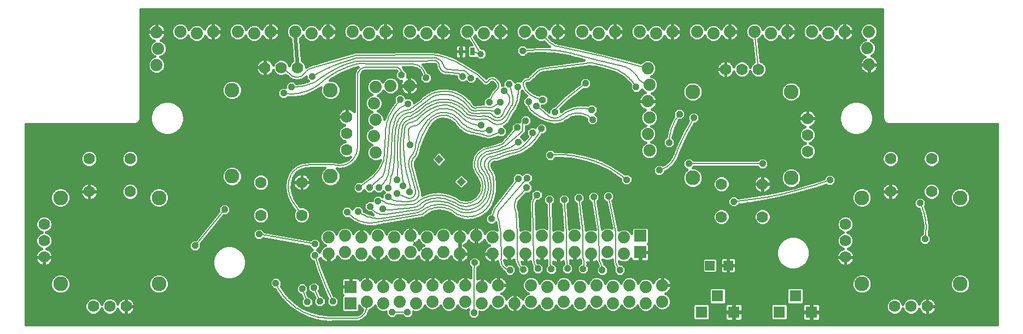
<source format=gbl>
G75*
G70*
%OFA0B0*%
%FSLAX24Y24*%
%IPPOS*%
%LPD*%
%AMOC8*
5,1,8,0,0,1.08239X$1,22.5*
%
%ADD10R,0.0315X0.0472*%
%ADD11R,0.0397X0.0397*%
%ADD12C,0.0900*%
%ADD13C,0.0700*%
%ADD14C,0.0740*%
%ADD15R,0.0594X0.0594*%
%ADD16R,0.0709X0.0709*%
%ADD17R,0.0740X0.0740*%
%ADD18C,0.0396*%
%ADD19C,0.0079*%
%ADD20C,0.0070*%
%ADD21C,0.0240*%
%ADD22OC8,0.0396*%
%ADD23C,0.0160*%
D10*
X032104Y024729D03*
X032813Y024729D03*
D11*
G36*
X030764Y017875D02*
X030484Y018155D01*
X030764Y018435D01*
X031044Y018155D01*
X030764Y017875D01*
G37*
G36*
X032123Y016517D02*
X031843Y016797D01*
X032123Y017077D01*
X032403Y016797D01*
X032123Y016517D01*
G37*
D12*
X024152Y017127D03*
X018152Y017127D03*
X013691Y015815D03*
X007691Y015815D03*
X007691Y010565D03*
X013691Y010565D03*
X018152Y022377D03*
X024152Y022377D03*
X046239Y022274D03*
X052239Y022274D03*
X052239Y017024D03*
X056545Y015815D03*
X062545Y015815D03*
X062545Y010565D03*
X056545Y010565D03*
X046239Y017024D03*
D13*
X047989Y016649D03*
X050489Y016649D03*
X050489Y014649D03*
X047989Y014649D03*
X053239Y018649D03*
X053239Y019649D03*
X053239Y020649D03*
X058295Y018190D03*
X060795Y018190D03*
X060795Y016190D03*
X058295Y016190D03*
X055545Y014190D03*
X055545Y013190D03*
X055545Y012190D03*
X058545Y009190D03*
X059545Y009190D03*
X060545Y009190D03*
X050239Y023649D03*
X049239Y023649D03*
X048239Y023649D03*
X025152Y020752D03*
X025152Y019752D03*
X025152Y018752D03*
X022402Y016752D03*
X019902Y016752D03*
X019902Y014752D03*
X022402Y014752D03*
X011941Y016190D03*
X009441Y016190D03*
X009441Y018190D03*
X011941Y018190D03*
X006691Y014190D03*
X006691Y013190D03*
X006691Y012190D03*
X009691Y009190D03*
X010691Y009190D03*
X011691Y009190D03*
X020152Y023752D03*
X021152Y023752D03*
X022152Y023752D03*
D14*
X021991Y025940D03*
X022991Y025840D03*
X023991Y025940D03*
X025491Y025940D03*
X026491Y025840D03*
X027491Y025940D03*
X028991Y025940D03*
X029991Y025840D03*
X030991Y025940D03*
X032491Y025940D03*
X033491Y025840D03*
X034491Y025940D03*
X035991Y025940D03*
X036991Y025840D03*
X037991Y025940D03*
X039491Y025940D03*
X040491Y025840D03*
X041491Y025940D03*
X042991Y025940D03*
X043991Y025840D03*
X044991Y025940D03*
X046491Y025940D03*
X047491Y025840D03*
X048491Y025940D03*
X049991Y025940D03*
X050991Y025840D03*
X051991Y025940D03*
X053491Y025940D03*
X054491Y025840D03*
X055491Y025940D03*
X056984Y025929D03*
X056884Y024929D03*
X056984Y023929D03*
X043590Y022694D03*
X043490Y021694D03*
X043590Y020694D03*
X043490Y019694D03*
X043590Y018694D03*
X043490Y023694D03*
X028961Y022640D03*
X027821Y022640D03*
X026899Y022574D03*
X026799Y021574D03*
X026899Y020574D03*
X026799Y019574D03*
X026899Y018574D03*
X027039Y013490D03*
X028039Y013390D03*
X029039Y013490D03*
X030039Y013390D03*
X031039Y013490D03*
X032039Y013390D03*
X033039Y013490D03*
X034039Y013390D03*
X035039Y013490D03*
X036039Y013390D03*
X037039Y013490D03*
X038039Y013390D03*
X039039Y013490D03*
X040039Y013390D03*
X041039Y013490D03*
X042039Y013390D03*
X042039Y012390D03*
X041039Y012490D03*
X040039Y012390D03*
X039039Y012490D03*
X038039Y012390D03*
X037039Y012490D03*
X036039Y012390D03*
X035039Y012490D03*
X034039Y012390D03*
X032039Y012390D03*
X031039Y012490D03*
X030039Y012390D03*
X029039Y012490D03*
X028039Y012390D03*
X027039Y012490D03*
X026039Y012390D03*
X025039Y012490D03*
X024039Y012390D03*
X024039Y013390D03*
X025039Y013490D03*
X026039Y013390D03*
X026377Y010480D03*
X027377Y010380D03*
X028377Y010480D03*
X029377Y010380D03*
X030377Y010480D03*
X031377Y010380D03*
X032377Y010480D03*
X033377Y010380D03*
X034377Y010480D03*
X034377Y009480D03*
X035377Y009380D03*
X036377Y009480D03*
X037377Y009380D03*
X038377Y009480D03*
X039377Y009380D03*
X040377Y009480D03*
X041377Y009380D03*
X042377Y009480D03*
X043377Y009380D03*
X044377Y009480D03*
X044377Y010480D03*
X043377Y010380D03*
X042377Y010480D03*
X041377Y010380D03*
X040377Y010480D03*
X039377Y010380D03*
X038377Y010480D03*
X037377Y010380D03*
X036377Y010480D03*
X033377Y009380D03*
X032377Y009480D03*
X031377Y009380D03*
X030377Y009480D03*
X029377Y009380D03*
X028377Y009480D03*
X027377Y009380D03*
X026377Y009480D03*
X013555Y023911D03*
X013655Y024911D03*
X013555Y025911D03*
X014991Y025940D03*
X015991Y025840D03*
X016991Y025940D03*
X018491Y025940D03*
X019491Y025840D03*
X020491Y025940D03*
D15*
X047285Y011686D03*
X048403Y011686D03*
D16*
X047754Y009826D03*
X048738Y008841D03*
X046769Y008841D03*
X051512Y008841D03*
X053480Y008841D03*
X052496Y009826D03*
D17*
X043039Y012490D03*
X043039Y013490D03*
X025377Y010380D03*
X025377Y009380D03*
D18*
X033320Y024588D03*
D19*
X034391Y014490D02*
X034551Y013640D01*
X034561Y012080D01*
X034560Y012080D02*
X034555Y012034D01*
X034554Y011989D01*
X034556Y011943D01*
X034562Y011898D01*
X034571Y011854D01*
X034583Y011810D01*
X034599Y011767D01*
X034619Y011726D01*
X034641Y011686D01*
X034666Y011648D01*
X034695Y011612D01*
X034726Y011579D01*
X034759Y011548D01*
X034795Y011520D01*
X034833Y011495D01*
X034873Y011472D01*
X034914Y011453D01*
X034957Y011437D01*
X035000Y011425D01*
X035045Y011416D01*
X035090Y011410D01*
X035541Y012150D02*
X035541Y013650D01*
X034273Y018202D02*
X034475Y018288D01*
X034681Y018364D01*
X034890Y018431D01*
X035102Y018489D01*
X035316Y018537D01*
X035317Y018537D02*
X035635Y018631D01*
X037390Y020843D02*
X037284Y020947D01*
X037173Y021046D01*
X037058Y021140D01*
X036939Y021229D01*
X036816Y021312D01*
X036690Y021390D01*
X036411Y021140D02*
X036380Y021172D01*
X036351Y021207D01*
X036325Y021243D01*
X036302Y021282D01*
X036282Y021322D01*
X036265Y021363D01*
X036252Y021406D01*
X036241Y021449D01*
X036234Y021494D01*
X036231Y021538D01*
X036230Y021583D01*
X036233Y021628D01*
X036240Y021672D01*
X034293Y022399D02*
X034236Y022342D01*
X034183Y022282D01*
X034132Y022219D01*
X034084Y022155D01*
X034039Y022088D01*
X033997Y022019D01*
X033959Y021949D01*
X033924Y021876D01*
X033892Y021803D01*
X033864Y021727D01*
X033840Y021651D01*
X033781Y021310D02*
X033822Y021307D01*
X033862Y021307D01*
X033903Y021311D01*
X033943Y021318D01*
X033983Y021328D01*
X034021Y021341D01*
X034058Y021357D01*
X034094Y021376D01*
X034128Y021398D01*
X034161Y021423D01*
X034191Y021451D01*
X034191Y021450D02*
X034521Y021630D01*
X035181Y021390D02*
X035206Y021437D01*
X035228Y021486D01*
X035246Y021536D01*
X035261Y021588D01*
X035271Y021640D01*
X035279Y021693D01*
X035282Y021747D01*
X035281Y021800D01*
X035277Y021854D01*
X035268Y021907D01*
X035256Y021959D01*
X035241Y022010D01*
X034891Y022190D02*
X034754Y022328D01*
X034891Y022190D02*
X034923Y022162D01*
X034953Y022131D01*
X034980Y022097D01*
X035004Y022061D01*
X035026Y022024D01*
X035044Y021984D01*
X035059Y021944D01*
X035070Y021902D01*
X035078Y021860D01*
X035082Y021817D01*
X035083Y021774D01*
X035080Y021730D01*
X035074Y021688D01*
X035064Y021646D01*
X035050Y021605D01*
X035034Y021565D01*
X035014Y021526D01*
X034991Y021490D01*
X036797Y019642D02*
X036716Y019526D01*
X036629Y019414D01*
X036537Y019306D01*
X036440Y019203D01*
X036338Y019105D01*
X036231Y019012D01*
X036120Y018924D01*
X036004Y018842D01*
X035885Y018765D01*
X035762Y018695D01*
X035636Y018630D01*
X034801Y018985D02*
X035663Y019698D01*
X035860Y019895D01*
X035545Y020092D02*
X034663Y019100D01*
X028541Y020150D02*
X028493Y019895D01*
X028457Y019638D01*
X028433Y019379D01*
X028421Y019120D01*
X029325Y018871D02*
X029316Y018818D01*
X029304Y018766D01*
X029288Y018715D01*
X029269Y018665D01*
X029247Y018616D01*
X029221Y018569D01*
X029193Y018523D01*
X029162Y018479D01*
X029128Y018438D01*
X029274Y018316D02*
X029302Y018347D01*
X029327Y018381D01*
X029350Y018416D01*
X029370Y018453D01*
X029387Y018492D01*
X029401Y018531D01*
X029412Y018572D01*
X029121Y015604D02*
X029008Y015590D01*
X028894Y015581D01*
X028780Y015578D01*
X028666Y015580D01*
X028552Y015587D01*
X028439Y015599D01*
X028326Y015616D01*
X028401Y015360D02*
X028121Y015380D01*
X028071Y015110D02*
X029171Y015220D01*
X029461Y014900D02*
X027431Y014570D01*
X027551Y014810D02*
X028241Y014920D01*
X025127Y024147D02*
X024691Y023998D01*
X024263Y023828D01*
X023843Y023639D01*
X023433Y023430D01*
X023033Y023202D01*
X022568Y023398D02*
X022603Y023442D01*
X022641Y023484D01*
X022680Y023524D01*
X022723Y023561D01*
X022767Y023596D01*
X022813Y023628D01*
X022861Y023657D01*
X022911Y023684D01*
X022962Y023707D01*
X023014Y023727D01*
X023068Y023745D01*
X023069Y023745D02*
X025734Y024521D01*
X025733Y024518D02*
X030426Y024536D01*
X030427Y024537D02*
X030572Y024509D01*
X030459Y024354D02*
X025727Y024334D01*
X025726Y024336D02*
X025128Y024147D01*
X025691Y024151D02*
X025750Y024155D01*
X025750Y024154D02*
X029665Y024142D01*
X029058Y023959D02*
X026568Y023969D01*
X026335Y023776D02*
X028043Y023778D01*
X028082Y023781D01*
X028121Y023780D01*
X028160Y023776D01*
X028198Y023767D01*
X028235Y023755D01*
X028271Y023739D01*
X028305Y023720D01*
X028338Y023698D01*
X028367Y023673D01*
X028395Y023644D01*
X028419Y023614D01*
X028440Y023581D01*
X028458Y023546D01*
X028472Y023509D01*
X028483Y023472D01*
X028490Y023433D01*
X028489Y023434D02*
X028478Y023293D01*
X029058Y023959D02*
X029112Y023963D01*
X029166Y023964D01*
X029219Y023961D01*
X029273Y023954D01*
X029325Y023943D01*
X029377Y023929D01*
X029428Y023911D01*
X029477Y023890D01*
X029525Y023865D01*
X029571Y023837D01*
X029615Y023806D01*
X029656Y023772D01*
X029695Y023735D01*
X029732Y023696D01*
X029765Y023654D01*
X029796Y023609D01*
X029823Y023563D01*
X029847Y023515D01*
X029868Y023465D01*
X029885Y023414D01*
X029898Y023362D01*
X030459Y024354D02*
X030509Y024347D01*
X030558Y024338D01*
X030607Y024324D01*
X030654Y024307D01*
X030700Y024287D01*
X030744Y024263D01*
X030786Y024236D01*
X030826Y024206D01*
X030864Y024173D01*
X030899Y024137D01*
X030932Y024099D01*
X030961Y024058D01*
X030988Y024015D01*
X031011Y023971D01*
X031031Y023925D01*
X030785Y023882D02*
X030789Y023843D01*
X030798Y023803D01*
X030809Y023765D01*
X030824Y023728D01*
X030842Y023692D01*
X030864Y023658D01*
X030888Y023626D01*
X030916Y023597D01*
X030945Y023570D01*
X030977Y023545D01*
X031012Y023524D01*
X031047Y023506D01*
X031085Y023492D01*
X031123Y023481D01*
X031163Y023473D01*
X031203Y023469D01*
X031202Y023470D02*
X031805Y023414D01*
X032131Y023576D02*
X031352Y023631D01*
X031352Y023632D02*
X031317Y023638D01*
X031283Y023647D01*
X031250Y023659D01*
X031218Y023675D01*
X031188Y023693D01*
X031159Y023715D01*
X031133Y023739D01*
X031110Y023765D01*
X031088Y023793D01*
X031070Y023824D01*
X031055Y023855D01*
X031042Y023889D01*
X031033Y023923D01*
X029897Y023363D02*
X029913Y023303D01*
X029932Y023244D01*
X029955Y023186D01*
X029980Y023130D01*
X030785Y023883D02*
X030782Y023917D01*
X030775Y023950D01*
X030764Y023982D01*
X030750Y024013D01*
X030733Y024042D01*
X030712Y024069D01*
X030688Y024094D01*
X030662Y024116D01*
X030634Y024134D01*
X030603Y024149D01*
X030571Y024161D01*
X030538Y024169D01*
X030504Y024173D01*
X030470Y024174D01*
X032131Y023576D02*
X032297Y023564D01*
X032461Y023708D02*
X033096Y023324D01*
X033565Y022879D01*
X033564Y022880D02*
X033579Y022868D01*
X033595Y022860D01*
X033613Y022855D01*
X033631Y022853D01*
X033649Y022855D01*
X033667Y022860D01*
X033683Y022868D01*
X033698Y022880D01*
X033698Y022879D02*
X033805Y022985D01*
X033804Y022986D02*
X033828Y023007D01*
X033854Y023025D01*
X033881Y023040D01*
X033911Y023053D01*
X033941Y023061D01*
X033972Y023067D01*
X034004Y023069D01*
X034035Y023068D01*
X034066Y023063D01*
X034097Y023054D01*
X034126Y023042D01*
X034154Y023028D01*
X034180Y023010D01*
X034204Y022989D01*
X034225Y022966D01*
X034226Y022966D02*
X034289Y022907D01*
X034314Y022881D01*
X034336Y022854D01*
X034355Y022824D01*
X034371Y022792D01*
X034383Y022759D01*
X034392Y022724D01*
X034398Y022689D01*
X034400Y022654D01*
X034398Y022618D01*
X034393Y022583D01*
X034385Y022549D01*
X034373Y022515D01*
X034357Y022483D01*
X034339Y022453D01*
X034317Y022425D01*
X034293Y022399D01*
X035586Y022565D02*
X035596Y022464D01*
X035600Y022363D01*
X035600Y022262D01*
X035595Y022161D01*
X035585Y022060D01*
X035570Y021960D01*
X035550Y021861D01*
X035526Y021763D01*
X035496Y021666D01*
X035462Y021571D01*
X035424Y021478D01*
X035380Y021386D01*
X035333Y021297D01*
X035281Y021210D01*
X034501Y020730D02*
X034464Y020718D01*
X034427Y020709D01*
X034389Y020703D01*
X034350Y020701D01*
X034312Y020702D01*
X034274Y020707D01*
X034236Y020715D01*
X034199Y020727D01*
X034164Y020742D01*
X034130Y020760D01*
X034097Y020780D01*
X034067Y020804D01*
X034039Y020830D01*
X034013Y020859D01*
X033990Y020890D01*
X034895Y018800D02*
X034993Y018836D01*
X035090Y018875D01*
X035184Y018920D01*
X035277Y018969D01*
X035366Y019022D01*
X035454Y019079D01*
X035538Y019140D01*
X035620Y019206D01*
X035821Y018911D02*
X035775Y018879D01*
X035727Y018849D01*
X035678Y018823D01*
X035627Y018801D01*
X035574Y018781D01*
X035521Y018766D01*
X035466Y018753D01*
X028710Y017790D02*
X028662Y018147D01*
X028630Y018505D01*
X028613Y018864D01*
X028613Y019223D01*
X028629Y019582D01*
X028660Y019940D01*
X028661Y019940D02*
X028671Y020030D01*
X028899Y019769D02*
X028954Y019407D01*
X028952Y019408D02*
X028997Y019045D01*
X028281Y019509D02*
X028313Y019840D01*
X027978Y020119D02*
X028029Y020324D01*
X028219Y020796D02*
X028246Y020836D01*
X028276Y020874D01*
X028308Y020910D01*
X028342Y020944D01*
X028379Y020975D01*
X028418Y021004D01*
X028459Y021030D01*
X028501Y021053D01*
X028545Y021073D01*
X028590Y021090D01*
X028591Y021090D02*
X028991Y021190D01*
X029691Y021690D01*
X029231Y021110D02*
X030381Y021980D01*
X035040Y022740D02*
X035102Y022561D01*
X035156Y022380D01*
X035202Y022196D01*
X035240Y022010D01*
X034841Y020810D02*
X034815Y020770D01*
X034787Y020733D01*
X034755Y020698D01*
X034721Y020666D01*
X034684Y020636D01*
X034645Y020610D01*
X034604Y020586D01*
X034561Y020566D01*
X034517Y020550D01*
X034472Y020537D01*
X034426Y020528D01*
X034379Y020523D01*
X034332Y020521D01*
X034285Y020523D01*
X034238Y020529D01*
X034192Y020539D01*
X034147Y020552D01*
X034103Y020569D01*
X034060Y020589D01*
X034019Y020613D01*
X033981Y020640D01*
X033991Y020891D02*
X033966Y020912D01*
X033939Y020931D01*
X033909Y020946D01*
X033879Y020958D01*
X033846Y020966D01*
X033814Y020970D01*
X033781Y020971D01*
X033791Y021130D02*
X034341Y021070D01*
X034930Y020631D02*
X034906Y020587D01*
X034878Y020546D01*
X034847Y020507D01*
X034814Y020470D01*
X034777Y020437D01*
X034739Y020406D01*
X034697Y020378D01*
X034654Y020353D01*
X034609Y020332D01*
X034563Y020315D01*
X034515Y020301D01*
X034467Y020290D01*
X034418Y020284D01*
X034368Y020281D01*
X034318Y020282D01*
X034269Y020287D01*
X034220Y020296D01*
X034172Y020309D01*
X034125Y020325D01*
X034079Y020344D01*
X034036Y020368D01*
X033994Y020394D01*
X033954Y020424D01*
X033916Y020457D01*
X034025Y019631D02*
X033986Y019612D01*
X033945Y019598D01*
X033903Y019586D01*
X033861Y019579D01*
X033818Y019575D01*
X033774Y019574D01*
X033731Y019578D01*
X033689Y019585D01*
X033647Y019595D01*
X033435Y019458D02*
X033013Y019033D01*
X033030Y021290D02*
X033155Y021308D01*
X033279Y021321D01*
X033405Y021327D01*
X033530Y021327D01*
X033655Y021322D01*
X033780Y021310D01*
X034801Y018985D02*
X034688Y018925D01*
X034571Y018870D01*
X034452Y018820D01*
X034331Y018777D01*
X034207Y018739D01*
X034083Y018707D01*
X033956Y018682D01*
X033829Y018662D01*
X034175Y018209D02*
X034199Y018204D01*
X034224Y018201D01*
X034249Y018200D01*
X034274Y018202D01*
X034175Y018210D02*
X034134Y018205D01*
X034095Y018196D01*
X034056Y018184D01*
X034019Y018169D01*
X033984Y018150D01*
X033950Y018127D01*
X033918Y018102D01*
X033889Y018074D01*
X033863Y018043D01*
X033840Y018011D01*
X033819Y017976D01*
X033802Y017939D01*
X033789Y017901D01*
X033779Y017862D01*
X033773Y017822D01*
X033770Y017782D01*
X033771Y017741D01*
X033776Y017701D01*
X033785Y017662D01*
X033797Y017623D01*
X033813Y017586D01*
X033832Y017550D01*
X033854Y017517D01*
X033879Y017485D01*
X033321Y017331D02*
X033285Y017375D01*
X033253Y017421D01*
X033224Y017469D01*
X033199Y017520D01*
X033177Y017571D01*
X033158Y017625D01*
X033144Y017679D01*
X033133Y017734D01*
X033126Y017790D01*
X033123Y017846D01*
X033124Y017902D01*
X033129Y017958D01*
X033138Y018014D01*
X033150Y018069D01*
X033167Y018123D01*
X033187Y018175D01*
X033210Y018226D01*
X033237Y018276D01*
X033268Y018323D01*
X033302Y018368D01*
X033338Y018410D01*
X033378Y018450D01*
X033420Y018487D01*
X033465Y018521D01*
X033512Y018552D01*
X033561Y018580D01*
X033612Y018604D01*
X033665Y018624D01*
X033718Y018641D01*
X033773Y018653D01*
X033829Y018663D01*
X030190Y020643D02*
X030085Y020530D01*
X029986Y020412D01*
X029893Y020289D01*
X029806Y020162D01*
X029725Y020031D01*
X029650Y019895D01*
X029583Y019757D01*
X029522Y019615D01*
X029468Y019471D01*
X029421Y019324D01*
X029381Y019175D01*
X029349Y019024D01*
X029324Y018871D01*
X031439Y021413D02*
X031548Y021370D01*
X031655Y021323D01*
X031760Y021271D01*
X031862Y021215D01*
X031962Y021154D01*
X032059Y021088D01*
X032154Y021018D01*
X032155Y021017D02*
X032368Y020785D01*
X032143Y020753D02*
X031935Y020942D01*
X032481Y021190D02*
X032601Y021050D01*
X032571Y020870D02*
X032545Y020879D01*
X032521Y020890D01*
X032498Y020904D01*
X032477Y020921D01*
X032458Y020939D01*
X032441Y020960D01*
X031950Y020328D02*
X031996Y020271D01*
X032045Y020217D01*
X032097Y020165D01*
X032151Y020115D01*
X032208Y020069D01*
X032267Y020026D01*
X032328Y019986D01*
X032391Y019949D01*
X032456Y019915D01*
X032523Y019885D01*
X032591Y019859D01*
X032661Y019836D01*
X032732Y019816D01*
X032803Y019801D01*
X032875Y019789D01*
X033014Y019033D02*
X032976Y019008D01*
X032936Y018986D01*
X032894Y018967D01*
X032851Y018952D01*
X032807Y018940D01*
X032762Y018932D01*
X032716Y018927D01*
X032671Y018926D01*
X032625Y018929D01*
X032580Y018935D01*
X032535Y018945D01*
X032492Y018959D01*
X032449Y018976D01*
X032408Y018996D01*
X032369Y019020D01*
X032332Y019047D01*
X032297Y019076D01*
X032246Y019123D01*
X028081Y019370D02*
X028086Y019550D01*
X028100Y019729D01*
X028122Y019907D01*
X028152Y020084D01*
X028191Y020260D01*
X028680Y020691D02*
X028704Y020711D01*
X028730Y020728D01*
X028758Y020742D01*
X028787Y020752D01*
X028818Y020759D01*
X028849Y020762D01*
X028880Y020761D01*
X029230Y020193D02*
X029274Y020197D01*
X029317Y020204D01*
X029359Y020215D01*
X029401Y020230D01*
X029440Y020248D01*
X029479Y020269D01*
X029515Y020293D01*
X029549Y020321D01*
X029581Y020351D01*
X028220Y020795D02*
X028183Y020732D01*
X028149Y020668D01*
X028118Y020602D01*
X028090Y020534D01*
X028066Y020465D01*
X028045Y020395D01*
X028028Y020324D01*
X028190Y020261D02*
X028201Y020317D01*
X028216Y020372D01*
X028235Y020426D01*
X028256Y020479D01*
X028281Y020531D01*
X028310Y020580D01*
X028341Y020628D01*
X028376Y020674D01*
X028413Y020717D01*
X028453Y020758D01*
X028495Y020797D01*
X028540Y020832D01*
X028587Y020865D01*
X028636Y020894D01*
X028687Y020921D01*
X028740Y020944D01*
X028793Y020963D01*
X028848Y020979D01*
X028904Y020992D01*
X028961Y021001D01*
X029131Y020860D02*
X029099Y020837D01*
X029065Y020817D01*
X029031Y020800D01*
X028994Y020785D01*
X028957Y020774D01*
X028919Y020765D01*
X028881Y020760D01*
X028419Y021316D02*
X028191Y021115D01*
X028051Y021310D02*
X028391Y021810D01*
X028416Y021316D02*
X028881Y021550D01*
X028960Y021000D02*
X029002Y021007D01*
X029042Y021017D01*
X029083Y021030D01*
X029122Y021046D01*
X029159Y021065D01*
X029195Y021086D01*
X029230Y021110D01*
X029621Y020750D02*
X029581Y020706D01*
X029539Y020664D01*
X029494Y020624D01*
X029447Y020587D01*
X029399Y020553D01*
X029348Y020521D01*
X029296Y020493D01*
X029242Y020468D01*
X029186Y020445D01*
X029130Y020426D01*
X029072Y020411D01*
X028921Y020569D02*
X028878Y020554D01*
X028837Y020535D01*
X028797Y020512D01*
X028759Y020487D01*
X028723Y020459D01*
X028690Y020427D01*
X028660Y020394D01*
X028632Y020357D01*
X028607Y020319D01*
X028586Y020279D01*
X028567Y020237D01*
X028552Y020194D01*
X028541Y020150D01*
X028673Y020030D02*
X028681Y020072D01*
X028694Y020112D01*
X028710Y020151D01*
X028729Y020189D01*
X028752Y020224D01*
X028779Y020257D01*
X028808Y020288D01*
X028840Y020316D01*
X028874Y020340D01*
X028911Y020362D01*
X028949Y020379D01*
X028989Y020393D01*
X029030Y020404D01*
X029072Y020410D01*
X029230Y020194D02*
X029194Y020190D01*
X029159Y020184D01*
X029124Y020173D01*
X029091Y020159D01*
X029060Y020142D01*
X029030Y020121D01*
X029002Y020098D01*
X028978Y020072D01*
X028955Y020044D01*
X028936Y020013D01*
X028920Y019981D01*
X028908Y019947D01*
X028899Y019912D01*
X028894Y019876D01*
X028892Y019840D01*
X028894Y019804D01*
X028900Y019769D01*
X028311Y019840D02*
X028315Y019908D01*
X028322Y019975D01*
X028334Y020042D01*
X028348Y020108D01*
X028367Y020173D01*
X028389Y020238D01*
X028414Y020300D01*
X028443Y020362D01*
X028475Y020422D01*
X028510Y020480D01*
X028548Y020536D01*
X028590Y020589D01*
X028634Y020641D01*
X028681Y020690D01*
X030572Y024509D02*
X030797Y024461D01*
X031019Y024402D01*
X031238Y024333D01*
X031454Y024253D01*
X031666Y024163D01*
X031873Y024063D01*
X032075Y023954D01*
X032271Y023834D01*
X032462Y023706D01*
X033800Y018466D02*
X034017Y018525D01*
X033801Y018465D02*
X033754Y018456D01*
X033708Y018443D01*
X033664Y018426D01*
X033620Y018405D01*
X033579Y018381D01*
X033540Y018354D01*
X033503Y018324D01*
X033468Y018291D01*
X033436Y018255D01*
X033408Y018217D01*
X033382Y018177D01*
X033360Y018134D01*
X033341Y018091D01*
X033326Y018045D01*
X033314Y017999D01*
X033306Y017952D01*
X033303Y017904D01*
X033302Y017856D01*
X033306Y017809D01*
X033314Y017761D01*
X033325Y017715D01*
X033340Y017670D01*
X033359Y017626D01*
X033381Y017583D01*
X033406Y017543D01*
X033435Y017505D01*
X033791Y021130D02*
X033631Y021144D01*
X033471Y021150D01*
X033310Y021148D01*
X033150Y021138D01*
X032991Y021120D01*
X032990Y021120D02*
X032952Y021116D01*
X032914Y021117D01*
X032875Y021120D01*
X032837Y021128D01*
X032801Y021138D01*
X032765Y021153D01*
X032730Y021170D01*
X032698Y021190D01*
X032667Y021214D01*
X032639Y021240D01*
X032613Y021269D01*
X032590Y021300D01*
X032710Y021430D02*
X032730Y021403D01*
X032752Y021378D01*
X032777Y021355D01*
X032804Y021335D01*
X032834Y021319D01*
X032865Y021305D01*
X032897Y021295D01*
X032930Y021288D01*
X032963Y021285D01*
X032997Y021286D01*
X033030Y021290D01*
X032141Y020754D02*
X032191Y020699D01*
X032244Y020646D01*
X032300Y020596D01*
X032358Y020549D01*
X032418Y020505D01*
X032480Y020464D01*
X032545Y020427D01*
X032611Y020392D01*
X032679Y020362D01*
X032749Y020334D01*
X032819Y020311D01*
X032891Y020290D01*
X032964Y020274D01*
X033038Y020261D01*
X033112Y020252D01*
X033186Y020247D01*
X033261Y020246D01*
X033335Y020249D01*
X033461Y020790D02*
X033511Y020793D01*
X033562Y020792D01*
X033612Y020788D01*
X033662Y020781D01*
X033711Y020770D01*
X033759Y020756D01*
X033806Y020739D01*
X033852Y020719D01*
X033897Y020695D01*
X033940Y020669D01*
X033981Y020640D01*
X035821Y018910D02*
X035901Y018974D01*
X035978Y019042D01*
X036052Y019112D01*
X036122Y019186D01*
X036190Y019263D01*
X036254Y019343D01*
X036797Y019643D02*
X037009Y020025D01*
X036052Y020521D02*
X036025Y020514D01*
X035998Y020505D01*
X035972Y020492D01*
X035949Y020476D01*
X035927Y020457D01*
X035908Y020436D01*
X035892Y020413D01*
X035878Y020388D01*
X035868Y020362D01*
X035860Y020334D01*
X035857Y020306D01*
X035856Y020277D01*
X035859Y020249D01*
X036478Y019784D02*
X036461Y019724D01*
X036441Y019665D01*
X036418Y019608D01*
X036391Y019551D01*
X036361Y019496D01*
X036328Y019443D01*
X036292Y019392D01*
X036254Y019343D01*
X035860Y019895D02*
X035871Y019945D01*
X035878Y019995D01*
X035882Y020046D01*
X035882Y020098D01*
X035878Y020149D01*
X035871Y020199D01*
X035860Y020249D01*
X034691Y020990D02*
X034676Y020951D01*
X034659Y020914D01*
X034639Y020879D01*
X034616Y020845D01*
X034591Y020813D01*
X034563Y020783D01*
X034533Y020755D01*
X034501Y020730D01*
X033916Y020456D02*
X033878Y020487D01*
X033838Y020514D01*
X033795Y020539D01*
X033751Y020560D01*
X033705Y020577D01*
X033658Y020591D01*
X033610Y020601D01*
X033561Y020607D01*
X033512Y020610D01*
X033463Y020609D01*
X033414Y020604D01*
X033366Y020595D01*
X031439Y021413D02*
X031386Y021431D01*
X031333Y021446D01*
X031279Y021457D01*
X031224Y021465D01*
X031169Y021470D01*
X031113Y021471D01*
X031058Y021468D01*
X031003Y021462D01*
X030948Y021453D01*
X029691Y021690D02*
X029755Y021756D01*
X029822Y021819D01*
X029892Y021878D01*
X029965Y021934D01*
X030040Y021987D01*
X030118Y022036D01*
X030198Y022081D01*
X030280Y022122D01*
X030365Y022159D01*
X030450Y022193D01*
X030538Y022222D01*
X030626Y022247D01*
X030716Y022267D01*
X030806Y022283D01*
X030897Y022295D01*
X030989Y022303D01*
X031081Y022306D01*
X031173Y022305D01*
X031265Y022299D01*
X031356Y022289D01*
X031447Y022274D01*
X031537Y022256D01*
X031626Y022233D01*
X031714Y022205D01*
X031800Y022174D01*
X031885Y022138D01*
X031968Y022099D01*
X032049Y022055D01*
X032128Y022008D01*
X032204Y021957D01*
X032278Y021902D01*
X032349Y021844D01*
X032418Y021782D01*
X032483Y021718D01*
X032545Y021650D01*
X032604Y021579D01*
X032659Y021506D01*
X032711Y021430D01*
X033930Y018320D02*
X034070Y018351D01*
X034209Y018387D01*
X034346Y018430D01*
X034481Y018478D01*
X033930Y018320D02*
X033888Y018309D01*
X033847Y018295D01*
X033807Y018278D01*
X033769Y018256D01*
X033733Y018232D01*
X033700Y018205D01*
X033669Y018174D01*
X033640Y018141D01*
X033615Y018106D01*
X033593Y018068D01*
X033574Y018029D01*
X033559Y017988D01*
X033548Y017946D01*
X033540Y017904D01*
X033536Y017860D01*
X033536Y017817D01*
X033540Y017774D01*
X033548Y017731D01*
X033560Y017689D01*
X033575Y017648D01*
X033593Y017609D01*
X033615Y017571D01*
X033170Y017237D02*
X033132Y017284D01*
X033096Y017334D01*
X033064Y017386D01*
X033035Y017439D01*
X033010Y017495D01*
X032988Y017552D01*
X032970Y017610D01*
X032955Y017669D01*
X032944Y017729D01*
X032937Y017789D01*
X032934Y017850D01*
X032935Y017911D01*
X032939Y017972D01*
X032947Y018032D01*
X032960Y018092D01*
X032975Y018151D01*
X032995Y018208D01*
X033018Y018265D01*
X033044Y018320D01*
X033074Y018373D01*
X033107Y018424D01*
X033144Y018473D01*
X033183Y018519D01*
X033225Y018563D01*
X033270Y018605D01*
X033317Y018643D01*
X033367Y018678D01*
X033419Y018710D01*
X033472Y018739D01*
X033528Y018764D01*
X033585Y018786D01*
X033643Y018804D01*
X031758Y015497D02*
X031671Y015533D01*
X031585Y015572D01*
X031501Y015615D01*
X031071Y015380D02*
X030961Y015390D01*
X030250Y015560D02*
X030197Y015547D01*
X030145Y015530D01*
X030095Y015510D01*
X030045Y015486D01*
X029998Y015459D01*
X029953Y015429D01*
X029909Y015395D01*
X029869Y015359D01*
X029830Y015320D01*
X029751Y015030D02*
X029461Y014900D01*
X029761Y014800D02*
X027051Y014340D01*
X027501Y015512D02*
X027471Y015539D01*
X027439Y015563D01*
X027404Y015584D01*
X027368Y015602D01*
X027330Y015616D01*
X027290Y015626D01*
X027250Y015633D01*
X027210Y015636D01*
X027169Y015635D01*
X027129Y015630D01*
X027089Y015622D01*
X027051Y015610D01*
X026580Y015285D02*
X026608Y015233D01*
X026638Y015184D01*
X026672Y015137D01*
X026709Y015092D01*
X026749Y015050D01*
X026791Y015010D01*
X026836Y014973D01*
X026883Y014940D01*
X026932Y014909D01*
X026983Y014882D01*
X027036Y014858D01*
X027091Y014837D01*
X027146Y014820D01*
X027203Y014807D01*
X027260Y014798D01*
X027317Y014792D01*
X027375Y014790D01*
X027433Y014792D01*
X027491Y014798D01*
X027548Y014807D01*
X029340Y015070D02*
X029391Y015077D01*
X029441Y015088D01*
X029490Y015102D01*
X029538Y015119D01*
X029585Y015139D01*
X029630Y015163D01*
X029674Y015189D01*
X029716Y015218D01*
X029756Y015249D01*
X029794Y015283D01*
X029830Y015320D01*
X029687Y015455D02*
X029648Y015419D01*
X029607Y015386D01*
X029564Y015355D01*
X029520Y015327D01*
X029473Y015302D01*
X029425Y015280D01*
X029375Y015261D01*
X029325Y015246D01*
X029273Y015234D01*
X029221Y015225D01*
X029169Y015220D01*
X029234Y015649D02*
X029272Y015662D01*
X029308Y015679D01*
X029343Y015699D01*
X029376Y015722D01*
X029406Y015748D01*
X029434Y015776D01*
X029460Y015808D01*
X029482Y015841D01*
X029501Y015876D01*
X029517Y015913D01*
X029530Y015951D01*
X029539Y015990D01*
X029544Y016030D01*
X029546Y016070D01*
X029544Y016110D01*
X029539Y016150D01*
X029529Y016189D01*
X029517Y016227D01*
X029328Y016250D02*
X028970Y017611D01*
X029234Y015649D02*
X029178Y015626D01*
X029121Y015604D01*
X029091Y015392D02*
X029141Y015399D01*
X029190Y015410D01*
X029238Y015424D01*
X029285Y015441D01*
X029331Y015462D01*
X029375Y015485D01*
X029417Y015513D01*
X029457Y015543D01*
X029495Y015575D01*
X029530Y015611D01*
X028898Y015789D02*
X028935Y015784D01*
X028973Y015782D01*
X029011Y015784D01*
X029048Y015790D01*
X029085Y015800D01*
X029120Y015813D01*
X029154Y015830D01*
X029186Y015850D01*
X029216Y015873D01*
X029243Y015899D01*
X029268Y015928D01*
X029289Y015959D01*
X029307Y015992D01*
X029322Y016027D01*
X029333Y016063D01*
X029341Y016100D01*
X029345Y016138D01*
X029344Y016176D01*
X029341Y016213D01*
X029333Y016250D01*
X029327Y016250D01*
X028982Y016172D02*
X028995Y016219D01*
X029005Y016267D01*
X029012Y016315D01*
X029015Y016364D01*
X029014Y016413D01*
X029010Y016462D01*
X029003Y016510D01*
X028992Y016558D01*
X028978Y016605D01*
X028961Y016650D01*
X028586Y016540D02*
X028600Y016568D01*
X028609Y016598D01*
X028616Y016629D01*
X028619Y016660D01*
X028618Y016691D01*
X028614Y016722D01*
X028606Y016753D01*
X028595Y016782D01*
X028581Y016810D01*
X027821Y016950D02*
X027823Y016997D01*
X027830Y017043D01*
X027840Y017089D01*
X027853Y017134D01*
X027870Y017178D01*
X027891Y017220D01*
X027659Y017206D02*
X027616Y017080D01*
X027332Y017123D02*
X026535Y016441D01*
X025170Y014944D02*
X025230Y014876D01*
X025293Y014811D01*
X025359Y014749D01*
X025428Y014691D01*
X025500Y014636D01*
X025574Y014585D01*
X025651Y014537D01*
X025730Y014493D01*
X025811Y014453D01*
X025894Y014417D01*
X025978Y014385D01*
X026064Y014357D01*
X026151Y014333D01*
X026240Y014314D01*
X026329Y014299D01*
X026419Y014288D01*
X026509Y014282D01*
X026599Y014280D01*
X026690Y014283D01*
X026780Y014289D01*
X026869Y014301D01*
X026958Y014316D01*
X027047Y014336D01*
X027348Y015146D02*
X027411Y015124D01*
X027475Y015106D01*
X027540Y015091D01*
X027606Y015080D01*
X027673Y015073D01*
X027740Y015070D01*
X027807Y015071D01*
X027873Y015076D01*
X027940Y015084D01*
X028006Y015097D01*
X028070Y015113D01*
X028326Y015617D02*
X028274Y015614D01*
X028221Y015615D01*
X028168Y015620D01*
X028116Y015627D01*
X028064Y015639D01*
X028014Y015654D01*
X027964Y015672D01*
X027915Y015693D01*
X027869Y015717D01*
X027823Y015745D01*
X027780Y015775D01*
X027739Y015808D01*
X027700Y015844D01*
X027664Y015882D01*
X027431Y014571D02*
X027332Y014557D01*
X027232Y014548D01*
X027132Y014544D01*
X027033Y014545D01*
X026933Y014551D01*
X026833Y014561D01*
X026735Y014577D01*
X026637Y014597D01*
X026540Y014622D01*
X026444Y014651D01*
X026350Y014685D01*
X026258Y014724D01*
X026168Y014767D01*
X026080Y014814D01*
X025994Y014865D01*
X025911Y014921D01*
X025831Y014981D01*
X025884Y016433D02*
X026739Y017086D01*
X027820Y016950D02*
X027817Y016888D01*
X027811Y016825D01*
X027802Y016763D01*
X027788Y016702D01*
X027772Y016641D01*
X027751Y016582D01*
X027728Y016524D01*
X027701Y016467D01*
X027670Y016412D01*
X023269Y022903D02*
X023543Y023109D01*
X023826Y023302D01*
X024118Y023481D01*
X024419Y023645D01*
X024727Y023795D01*
X025042Y023929D01*
X025364Y024048D01*
X025691Y024151D01*
X035470Y015730D02*
X035801Y016075D01*
X036120Y016430D01*
X036141Y017020D02*
X034421Y015020D01*
X034171Y015150D02*
X035591Y016970D01*
X029410Y018572D02*
X029471Y018817D01*
X029544Y019059D01*
X029628Y019297D01*
X029722Y019531D01*
X029827Y019760D01*
X029943Y019984D01*
X030069Y020202D01*
X030206Y020415D01*
X030381Y021979D02*
X030464Y022011D01*
X030549Y022038D01*
X030636Y022061D01*
X030723Y022080D01*
X030811Y022094D01*
X030900Y022104D01*
X030989Y022110D01*
X031078Y022112D01*
X031167Y022109D01*
X031256Y022102D01*
X031345Y022091D01*
X031433Y022075D01*
X031520Y022055D01*
X031606Y022031D01*
X031691Y022002D01*
X031774Y021970D01*
X031855Y021934D01*
X031935Y021893D01*
X032013Y021849D01*
X032088Y021801D01*
X032161Y021750D01*
X032231Y021695D01*
X032299Y021636D01*
X032364Y021575D01*
X032425Y021510D01*
X032484Y021443D01*
X032539Y021372D01*
X032590Y021299D01*
X032001Y020564D02*
X032059Y020496D01*
X032121Y020431D01*
X032185Y020369D01*
X032253Y020310D01*
X032323Y020254D01*
X032396Y020202D01*
X032472Y020154D01*
X032549Y020109D01*
X032629Y020068D01*
X032711Y020031D01*
X032794Y019998D01*
X032879Y019970D01*
X032965Y019945D01*
X033052Y019924D01*
X033140Y019908D01*
X033229Y019896D01*
X033318Y019888D01*
X033408Y019885D01*
X033497Y019886D01*
X033587Y019892D01*
X033676Y019901D01*
X033764Y019915D01*
X033852Y019934D01*
X030431Y021510D02*
X030312Y021455D01*
X030197Y021394D01*
X030084Y021328D01*
X029975Y021256D01*
X029870Y021179D01*
X029768Y021097D01*
X029671Y021010D01*
X030430Y021510D02*
X030505Y021541D01*
X030581Y021568D01*
X030658Y021591D01*
X030736Y021610D01*
X030815Y021625D01*
X030894Y021637D01*
X030974Y021645D01*
X031055Y021649D01*
X031135Y021648D01*
X031215Y021645D01*
X031296Y021637D01*
X031375Y021625D01*
X031454Y021609D01*
X031532Y021590D01*
X031609Y021567D01*
X031685Y021540D01*
X031759Y021510D01*
X031832Y021476D01*
X031904Y021438D01*
X031973Y021397D01*
X032040Y021353D01*
X032105Y021306D01*
X032168Y021255D01*
X032228Y021202D01*
X032285Y021145D01*
X032340Y021086D01*
X032391Y021025D01*
X032440Y020961D01*
X031935Y020942D02*
X031880Y020985D01*
X031822Y021025D01*
X031763Y021063D01*
X031701Y021097D01*
X031638Y021128D01*
X031574Y021155D01*
X031508Y021179D01*
X031441Y021200D01*
X031373Y021217D01*
X031304Y021230D01*
X031235Y021240D01*
X031165Y021246D01*
X031095Y021249D01*
X031025Y021248D01*
X030955Y021243D01*
X030885Y021235D01*
X030816Y021223D01*
X030748Y021207D01*
X030680Y021188D01*
X030614Y021165D01*
X030549Y021139D01*
X030485Y021109D01*
X030423Y021076D01*
X030363Y021040D01*
X030305Y021001D01*
X030249Y020959D01*
X030195Y020914D01*
X028190Y021115D02*
X028129Y021032D01*
X028072Y020947D01*
X028019Y020859D01*
X027970Y020768D01*
X027925Y020676D01*
X027885Y020581D01*
X027849Y020485D01*
X027817Y020387D01*
X027789Y020288D01*
X027767Y020188D01*
X027748Y020087D01*
X027735Y019985D01*
X027726Y019883D01*
X026568Y023969D02*
X026371Y023987D01*
X026172Y023995D01*
X025973Y023994D01*
X025775Y023983D01*
X025798Y023263D02*
X025791Y018890D01*
X027391Y018090D02*
X027358Y017994D01*
X027322Y017900D01*
X027281Y017808D01*
X027236Y017717D01*
X027187Y017629D01*
X027134Y017543D01*
X027077Y017460D01*
X027017Y017379D01*
X026952Y017301D01*
X026885Y017226D01*
X026813Y017154D01*
X026739Y017086D01*
X027098Y016429D02*
X027155Y016471D01*
X027210Y016515D01*
X027263Y016561D01*
X027313Y016610D01*
X027361Y016662D01*
X027406Y016716D01*
X027448Y016772D01*
X027488Y016830D01*
X027525Y016890D01*
X027558Y016952D01*
X027589Y017015D01*
X027616Y017080D01*
X027890Y017221D02*
X027910Y017262D01*
X027928Y017305D01*
X027942Y017349D01*
X027952Y017395D01*
X027960Y017440D01*
X027501Y015510D02*
X027601Y015477D01*
X027703Y015448D01*
X027806Y015424D01*
X027910Y015405D01*
X028015Y015390D01*
X028121Y015380D01*
X029037Y013489D02*
X029071Y013409D01*
X029109Y013331D01*
X029150Y013255D01*
X029196Y013180D01*
X029245Y013108D01*
X029297Y013039D01*
X029352Y012972D01*
X029411Y012908D01*
X029472Y012846D01*
X029537Y012788D01*
X029604Y012733D01*
X030041Y012391D01*
X030251Y015559D02*
X030348Y015577D01*
X030447Y015591D01*
X030546Y015600D01*
X030646Y015604D01*
X030745Y015603D01*
X030844Y015598D01*
X030943Y015587D01*
X031042Y015572D01*
X031139Y015553D01*
X031236Y015528D01*
X031331Y015500D01*
X031425Y015466D01*
X031517Y015428D01*
X031607Y015386D01*
X031695Y015340D01*
X031780Y015289D01*
X031805Y014855D02*
X031871Y014819D01*
X031938Y014786D01*
X032008Y014756D01*
X032079Y014731D01*
X032151Y014709D01*
X032224Y014690D01*
X032298Y014675D01*
X032372Y014665D01*
X032447Y014657D01*
X032523Y014654D01*
X032598Y014655D01*
X032673Y014659D01*
X032748Y014667D01*
X032822Y014679D01*
X032896Y014695D01*
X032969Y014715D01*
X033041Y014738D01*
X033111Y014765D01*
X033180Y014795D01*
X033247Y014829D01*
X033313Y014866D01*
X033376Y014907D01*
X033438Y014950D01*
X033497Y014997D01*
X033553Y015047D01*
X033608Y015099D01*
X033659Y015154D01*
X033707Y015212D01*
X033753Y015272D01*
X033795Y015335D01*
X033834Y015399D01*
X033870Y015465D01*
X033902Y015533D01*
X033931Y015603D01*
X033781Y020970D02*
X033581Y020970D01*
X033381Y020964D01*
X033181Y020950D01*
X032481Y021190D02*
X032416Y021257D01*
X032347Y021321D01*
X032275Y021382D01*
X032201Y021440D01*
X032124Y021493D01*
X032044Y021543D01*
X031962Y021589D01*
X031878Y021631D01*
X031792Y021668D01*
X031704Y021702D01*
X031615Y021731D01*
X031524Y021756D01*
X031432Y021776D01*
X031340Y021792D01*
X031246Y021803D01*
X031153Y021810D01*
X031059Y021812D01*
X030965Y021810D01*
X030871Y021803D01*
X030778Y021791D01*
X030685Y021775D01*
X030593Y021755D01*
X030503Y021730D01*
X030414Y021701D01*
X030326Y021667D01*
X030240Y021629D01*
X030156Y021588D01*
X030074Y021542D01*
X029994Y021492D01*
X029917Y021438D01*
X029843Y021381D01*
X029771Y021320D01*
X028050Y021310D02*
X027973Y021203D01*
X027901Y021093D01*
X027835Y020979D01*
X027774Y020863D01*
X027718Y020743D01*
X027669Y020622D01*
X027625Y020497D01*
X027587Y020371D01*
X027556Y020244D01*
X027530Y020114D01*
X027511Y019984D01*
X027498Y019853D01*
X027491Y019722D01*
X027491Y019590D01*
X025773Y023981D02*
X025532Y023912D01*
X025294Y023831D01*
X025060Y023741D01*
X024831Y023640D01*
X024606Y023529D01*
X024386Y023408D01*
X024171Y023278D01*
X023963Y023138D01*
X023761Y022989D01*
X023624Y022883D01*
X022568Y023399D02*
X022539Y023362D01*
X022506Y023328D01*
X022470Y023296D01*
X022432Y023268D01*
X022392Y023243D01*
X022350Y023221D01*
X022306Y023203D01*
X022261Y023189D01*
X022215Y023178D01*
X022168Y023171D01*
X022121Y023168D01*
X022073Y023169D01*
X022026Y023174D01*
X021979Y023183D01*
X021934Y023195D01*
X021889Y023211D01*
X021846Y023231D01*
X021805Y023254D01*
X021766Y023281D01*
X021729Y023311D01*
X021694Y023344D01*
X021663Y023379D01*
X021661Y023380D02*
X021161Y023740D01*
X021290Y022189D02*
X021415Y022169D01*
X021541Y022155D01*
X021667Y022147D01*
X021794Y022145D01*
X021920Y022149D01*
X022046Y022159D01*
X022172Y022174D01*
X022296Y022196D01*
X022420Y022223D01*
X022542Y022256D01*
X022662Y022295D01*
X022781Y022339D01*
X022897Y022389D01*
X023011Y022445D01*
X023121Y022506D01*
X023229Y022571D01*
X023334Y022642D01*
X023436Y022718D01*
X023533Y022798D01*
X023627Y022883D01*
X025799Y023263D02*
X025802Y023306D01*
X025808Y023349D01*
X025818Y023391D01*
X025831Y023433D01*
X025848Y023473D01*
X025868Y023511D01*
X025891Y023548D01*
X025917Y023583D01*
X025946Y023615D01*
X025977Y023645D01*
X026011Y023672D01*
X026047Y023697D01*
X026085Y023718D01*
X026124Y023736D01*
X026165Y023751D01*
X026207Y023763D01*
X026249Y023771D01*
X026292Y023775D01*
X026336Y023776D01*
X029131Y020860D02*
X029245Y020925D01*
X029357Y020994D01*
X029466Y021069D01*
X029571Y021148D01*
X029673Y021232D01*
X029771Y021320D01*
X029670Y021010D02*
X029605Y020952D01*
X029537Y020896D01*
X029467Y020844D01*
X029394Y020795D01*
X029320Y020749D01*
X029243Y020706D01*
X029165Y020667D01*
X029085Y020631D01*
X029003Y020599D01*
X028920Y020570D01*
X027978Y020119D02*
X027947Y019982D01*
X027923Y019844D01*
X027906Y019705D01*
X027895Y019566D01*
X027891Y019426D01*
X029273Y018316D02*
X029242Y018281D01*
X029213Y018243D01*
X029186Y018203D01*
X029163Y018161D01*
X029144Y018118D01*
X029127Y018074D01*
X029114Y018028D01*
X029104Y017981D01*
X029098Y017934D01*
X029095Y017886D01*
X029096Y017839D01*
X029100Y017791D01*
X029108Y017744D01*
X029120Y017698D01*
X028970Y017611D02*
X028953Y017663D01*
X028940Y017717D01*
X028930Y017771D01*
X028924Y017826D01*
X028922Y017881D01*
X028923Y017936D01*
X028928Y017991D01*
X028937Y018046D01*
X028949Y018099D01*
X028964Y018152D01*
X028984Y018204D01*
X029006Y018254D01*
X029032Y018303D01*
X029061Y018350D01*
X029092Y018395D01*
X029127Y018438D01*
X030206Y020414D02*
X030246Y020465D01*
X030289Y020513D01*
X030334Y020558D01*
X030383Y020601D01*
X030434Y020640D01*
X030487Y020676D01*
X030543Y020709D01*
X030600Y020738D01*
X030659Y020764D01*
X030720Y020786D01*
X030782Y020804D01*
X030845Y020819D01*
X030908Y020830D01*
X030972Y020836D01*
X031037Y020839D01*
X031101Y020838D01*
X031165Y020833D01*
X031229Y020823D01*
X031292Y020810D01*
X031354Y020794D01*
X031416Y020773D01*
X031475Y020749D01*
X031533Y020721D01*
X031590Y020689D01*
X031644Y020654D01*
X031696Y020616D01*
X031745Y020575D01*
X031792Y020531D01*
X031836Y020484D01*
X031877Y020434D01*
X031915Y020382D01*
X031950Y020328D01*
X032001Y020564D02*
X031957Y020615D01*
X031909Y020664D01*
X031859Y020711D01*
X031807Y020754D01*
X031752Y020794D01*
X031695Y020832D01*
X031635Y020865D01*
X031575Y020896D01*
X031512Y020923D01*
X031448Y020947D01*
X031383Y020967D01*
X031316Y020983D01*
X031249Y020995D01*
X031182Y021004D01*
X031114Y021009D01*
X031046Y021010D01*
X030977Y021007D01*
X030910Y021001D01*
X030842Y020990D01*
X030775Y020976D01*
X030710Y020958D01*
X030645Y020936D01*
X030582Y020911D01*
X030520Y020883D01*
X030459Y020850D01*
X030401Y020815D01*
X030345Y020776D01*
X030291Y020735D01*
X030240Y020690D01*
X030191Y020642D01*
X029620Y020750D02*
X029705Y020831D01*
X029794Y020908D01*
X029886Y020980D01*
X029981Y021049D01*
X030080Y021113D01*
X030181Y021172D01*
X030284Y021227D01*
X030390Y021277D01*
X030499Y021322D01*
X030609Y021362D01*
X030721Y021398D01*
X030834Y021428D01*
X030949Y021452D01*
X032600Y021050D02*
X032655Y021026D01*
X032710Y021005D01*
X032767Y020986D01*
X032825Y020971D01*
X032883Y020960D01*
X032942Y020951D01*
X033002Y020946D01*
X033061Y020944D01*
X033121Y020945D01*
X033180Y020950D01*
X033366Y020595D02*
X033293Y020585D01*
X033219Y020578D01*
X033146Y020575D01*
X033072Y020576D01*
X032998Y020580D01*
X032924Y020589D01*
X032851Y020600D01*
X032779Y020616D01*
X032708Y020635D01*
X032637Y020658D01*
X032568Y020684D01*
X032501Y020714D01*
X032434Y020747D01*
X032370Y020783D01*
X032720Y023120D02*
X032700Y023168D01*
X032677Y023215D01*
X032650Y023261D01*
X032621Y023304D01*
X032589Y023345D01*
X032554Y023385D01*
X032516Y023421D01*
X032477Y023456D01*
X032435Y023487D01*
X032391Y023516D01*
X032345Y023541D01*
X032297Y023564D01*
X032571Y020871D02*
X032680Y020843D01*
X032790Y020821D01*
X032901Y020804D01*
X033012Y020791D01*
X033124Y020784D01*
X033237Y020781D01*
X033349Y020783D01*
X033461Y020790D01*
X032200Y023210D02*
X032173Y023242D01*
X032144Y023273D01*
X032113Y023300D01*
X032079Y023325D01*
X032044Y023348D01*
X032006Y023367D01*
X031968Y023383D01*
X031928Y023396D01*
X031887Y023406D01*
X031846Y023412D01*
X031804Y023415D01*
X033643Y018805D02*
X033903Y018861D01*
X034160Y018929D01*
X034413Y019009D01*
X034663Y019100D01*
X033065Y015456D02*
X032950Y015408D01*
X032832Y015366D01*
X032713Y015330D01*
X032592Y015298D01*
X033065Y015456D02*
X033114Y015483D01*
X033162Y015514D01*
X033208Y015548D01*
X033251Y015586D01*
X033291Y015626D01*
X033329Y015668D01*
X033364Y015714D01*
X033395Y015761D01*
X033423Y015810D01*
X033448Y015862D01*
X033470Y015915D01*
X029580Y020352D02*
X029776Y020548D01*
X029981Y020736D01*
X030194Y020915D01*
X025791Y018890D02*
X025790Y018826D01*
X025786Y018763D01*
X025778Y018700D01*
X025766Y018638D01*
X025751Y018576D01*
X025732Y018516D01*
X025709Y018456D01*
X025684Y018398D01*
X025654Y018342D01*
X025622Y018287D01*
X025586Y018235D01*
X025548Y018185D01*
X025506Y018137D01*
X025462Y018091D01*
X025415Y018048D01*
X025366Y018008D01*
X025315Y017971D01*
X025261Y017937D01*
X025206Y017906D01*
X025149Y017878D01*
X025090Y017854D01*
X025030Y017834D01*
X024969Y017816D01*
X024907Y017803D01*
X024844Y017793D01*
X024781Y017787D01*
X024718Y017784D01*
X024654Y017785D01*
X024591Y017790D01*
X027332Y017124D02*
X027401Y017314D01*
X027460Y017507D01*
X027510Y017702D01*
X027551Y017900D01*
X027582Y018100D01*
X027604Y018301D01*
X034088Y016942D02*
X034102Y016819D01*
X034110Y016696D01*
X034112Y016572D01*
X034109Y016448D01*
X034100Y016325D01*
X034085Y016202D01*
X034065Y016080D01*
X034040Y015958D01*
X034009Y015839D01*
X033972Y015720D01*
X033930Y015604D01*
X034171Y015150D02*
X033961Y014530D01*
X034391Y014490D02*
X034374Y014537D01*
X034361Y014585D01*
X034352Y014634D01*
X034347Y014684D01*
X034346Y014734D01*
X034349Y014783D01*
X034356Y014833D01*
X034366Y014881D01*
X034381Y014929D01*
X034399Y014975D01*
X034421Y015020D01*
X035470Y014910D02*
X035447Y014966D01*
X035426Y015022D01*
X035410Y015081D01*
X035397Y015140D01*
X035387Y015199D01*
X035382Y015260D01*
X035380Y015320D01*
X035382Y015380D01*
X035387Y015441D01*
X035397Y015500D01*
X035410Y015559D01*
X035426Y015618D01*
X035447Y015674D01*
X035470Y015730D01*
X037491Y015690D02*
X037551Y013570D01*
X037541Y012140D01*
X036790Y011490D02*
X036754Y011526D01*
X036721Y011564D01*
X036690Y011604D01*
X036662Y011646D01*
X036637Y011690D01*
X036615Y011735D01*
X036596Y011782D01*
X036580Y011830D01*
X036567Y011879D01*
X036558Y011929D01*
X036552Y011980D01*
X036550Y012030D01*
X035920Y011430D02*
X035874Y011468D01*
X035830Y011509D01*
X035788Y011552D01*
X035749Y011598D01*
X035714Y011646D01*
X035681Y011696D01*
X035651Y011748D01*
X035625Y011802D01*
X035602Y011858D01*
X035582Y011914D01*
X035566Y011972D01*
X035554Y012031D01*
X035545Y012090D01*
X035540Y012150D01*
X034482Y018478D02*
X034723Y018563D01*
X034968Y018637D01*
X035216Y018701D01*
X035466Y018753D01*
X028711Y017790D02*
X028779Y017406D01*
X028862Y017026D01*
X028961Y016650D01*
X033616Y017571D02*
X033666Y017490D01*
X033713Y017406D01*
X033755Y017320D01*
X033793Y017232D01*
X033827Y017143D01*
X033856Y017051D01*
X033881Y016959D01*
X033901Y016865D01*
X033917Y016771D01*
X033928Y016676D01*
X033935Y016580D01*
X033937Y016484D01*
X033934Y016389D01*
X033927Y016293D01*
X033915Y016198D01*
X033899Y016104D01*
X033878Y016010D01*
X033852Y015918D01*
X033828Y015848D01*
X033802Y015779D01*
X033772Y015712D01*
X033738Y015647D01*
X033701Y015583D01*
X033661Y015521D01*
X033618Y015462D01*
X033571Y015404D01*
X033522Y015349D01*
X033470Y015297D01*
X033416Y015248D01*
X033359Y015201D01*
X033299Y015157D01*
X033238Y015117D01*
X033174Y015079D01*
X033109Y015045D01*
X033042Y015015D01*
X032973Y014988D01*
X032904Y014964D01*
X032833Y014944D01*
X032761Y014928D01*
X032688Y014915D01*
X032615Y014906D01*
X032542Y014901D01*
X032468Y014900D01*
X032394Y014903D01*
X032321Y014909D01*
X032248Y014919D01*
X032176Y014933D01*
X032104Y014950D01*
X032033Y014971D01*
X031964Y014996D01*
X031896Y015024D01*
X031830Y015056D01*
X031765Y015091D01*
X031500Y015614D02*
X031417Y015651D01*
X031333Y015684D01*
X031247Y015712D01*
X031159Y015737D01*
X031071Y015757D01*
X030981Y015772D01*
X030891Y015784D01*
X030801Y015791D01*
X030710Y015793D01*
X030619Y015791D01*
X030529Y015785D01*
X030439Y015774D01*
X030349Y015759D01*
X030261Y015739D01*
X030173Y015715D01*
X030087Y015687D01*
X030002Y015655D01*
X029919Y015618D01*
X033469Y015915D02*
X033497Y015982D01*
X033521Y016051D01*
X033542Y016121D01*
X033559Y016191D01*
X033573Y016263D01*
X033583Y016335D01*
X033590Y016407D01*
X033593Y016480D01*
X033592Y016553D01*
X033588Y016626D01*
X033581Y016698D01*
X033569Y016770D01*
X033555Y016841D01*
X033537Y016912D01*
X033515Y016981D01*
X033490Y017050D01*
X033462Y017117D01*
X033430Y017182D01*
X033879Y017485D02*
X033913Y017437D01*
X033945Y017387D01*
X033974Y017336D01*
X033999Y017283D01*
X034022Y017228D01*
X034041Y017173D01*
X034058Y017116D01*
X034071Y017059D01*
X034081Y017000D01*
X034088Y016942D01*
X033431Y017182D02*
X033407Y017222D01*
X033380Y017261D01*
X033352Y017297D01*
X033321Y017332D01*
X033379Y016194D02*
X033358Y016136D01*
X033333Y016078D01*
X033305Y016023D01*
X033274Y015969D01*
X033239Y015917D01*
X033202Y015867D01*
X033161Y015819D01*
X033118Y015775D01*
X033072Y015732D01*
X033024Y015693D01*
X032974Y015656D01*
X032921Y015623D01*
X032866Y015592D01*
X032810Y015565D01*
X032753Y015542D01*
X032693Y015521D01*
X032633Y015505D01*
X032572Y015492D01*
X032511Y015483D01*
X032449Y015477D01*
X032386Y015475D01*
X032324Y015477D01*
X032262Y015482D01*
X032200Y015491D01*
X032139Y015504D01*
X032079Y015521D01*
X032020Y015541D01*
X031962Y015564D01*
X031773Y015292D02*
X031833Y015255D01*
X031894Y015222D01*
X031957Y015192D01*
X032022Y015165D01*
X032088Y015142D01*
X032155Y015123D01*
X032223Y015108D01*
X032292Y015096D01*
X032361Y015088D01*
X032431Y015084D01*
X032501Y015085D01*
X032571Y015088D01*
X032640Y015096D01*
X032709Y015108D01*
X032777Y015123D01*
X032844Y015143D01*
X032910Y015166D01*
X032975Y015192D01*
X033038Y015223D01*
X033099Y015256D01*
X033158Y015293D01*
X033215Y015334D01*
X033270Y015377D01*
X033322Y015423D01*
X033372Y015473D01*
X033419Y015524D01*
X032593Y015298D02*
X032530Y015289D01*
X032467Y015284D01*
X032404Y015283D01*
X032341Y015285D01*
X032278Y015291D01*
X032216Y015301D01*
X032154Y015314D01*
X032093Y015330D01*
X032033Y015350D01*
X031975Y015373D01*
X031917Y015400D01*
X031862Y015429D01*
X031808Y015462D01*
X031756Y015498D01*
X033419Y015524D02*
X033466Y015584D01*
X033511Y015647D01*
X033553Y015711D01*
X033591Y015777D01*
X033626Y015846D01*
X033657Y015915D01*
X033686Y015987D01*
X033710Y016059D01*
X033731Y016133D01*
X033749Y016207D01*
X033762Y016283D01*
X033772Y016359D01*
X033778Y016435D01*
X033781Y016512D01*
X033780Y016588D01*
X033775Y016665D01*
X033766Y016741D01*
X033753Y016816D01*
X033737Y016891D01*
X033717Y016965D01*
X033694Y017038D01*
X033667Y017110D01*
X033636Y017180D01*
X033603Y017249D01*
X033565Y017316D01*
X033525Y017381D01*
X033481Y017444D01*
X033435Y017504D01*
X033170Y017237D02*
X033209Y017190D01*
X033246Y017139D01*
X033279Y017087D01*
X033309Y017034D01*
X033336Y016978D01*
X033360Y016921D01*
X033381Y016863D01*
X033398Y016804D01*
X033412Y016743D01*
X033422Y016683D01*
X033429Y016621D01*
X033433Y016559D01*
X033432Y016498D01*
X033429Y016436D01*
X033421Y016375D01*
X033411Y016314D01*
X033396Y016254D01*
X033379Y016194D01*
X036372Y024817D02*
X036719Y024836D01*
X037067Y024839D01*
X037415Y024828D01*
X037762Y024801D01*
X038108Y024759D01*
X038451Y024701D01*
X038791Y024629D01*
X039128Y024541D01*
X039750Y024017D02*
X037072Y023655D01*
X037073Y023655D02*
X037030Y023647D01*
X036988Y023637D01*
X036946Y023623D01*
X036906Y023606D01*
X036867Y023586D01*
X036830Y023563D01*
X036795Y023537D01*
X036762Y023509D01*
X036301Y023060D02*
X036282Y023043D01*
X036261Y023028D01*
X036238Y023016D01*
X036214Y023006D01*
X036189Y023000D01*
X036163Y022997D01*
X036163Y022998D02*
X036132Y022997D01*
X036101Y022993D01*
X036071Y022985D01*
X036042Y022974D01*
X036015Y022958D01*
X035990Y022940D01*
X035968Y022919D01*
X035948Y022894D01*
X035931Y022868D01*
X035918Y022840D01*
X035909Y022810D01*
X035903Y022780D01*
X035901Y022749D01*
X035903Y022718D01*
X035918Y022659D01*
X035938Y022602D01*
X035960Y022546D01*
X035986Y022492D01*
X036015Y022439D01*
X036047Y022388D01*
X036082Y022339D01*
X036120Y022292D01*
X036160Y022248D01*
X036204Y022206D01*
X036249Y022166D01*
X037611Y020520D02*
X037673Y020510D01*
X037736Y020503D01*
X037799Y020500D01*
X037862Y020499D01*
X037925Y020502D01*
X037987Y020509D01*
X038050Y020519D01*
X038111Y020532D01*
X038172Y020548D01*
X038232Y020568D01*
X038291Y020590D01*
X037849Y021040D02*
X037839Y021061D01*
X037833Y021084D01*
X037830Y021107D01*
X037831Y021131D01*
X037836Y021153D01*
X037845Y021175D01*
X037857Y021195D01*
X037872Y021213D01*
X037872Y021214D02*
X038490Y021840D01*
X039697Y022790D01*
X039750Y024017D02*
X039825Y024026D01*
X039900Y024031D01*
X039975Y024032D01*
X040050Y024030D01*
X040125Y024024D01*
X040200Y024015D01*
X040275Y024002D01*
X040348Y023986D01*
X041962Y023833D02*
X042033Y023815D01*
X042102Y023795D01*
X042171Y023770D01*
X042237Y023742D01*
X042303Y023710D01*
X042366Y023675D01*
X042428Y023637D01*
X042487Y023595D01*
X042544Y023550D01*
X042599Y023503D01*
X042651Y023452D01*
X042701Y023399D01*
X042747Y023344D01*
X042791Y023286D01*
X042831Y023226D01*
X042868Y023163D01*
X042868Y023162D02*
X042900Y023112D01*
X042934Y023063D01*
X042972Y023017D01*
X043013Y022973D01*
X043056Y022932D01*
X043101Y022893D01*
X043149Y022858D01*
X043199Y022825D01*
X043251Y022796D01*
X043305Y022770D01*
X043361Y022748D01*
X043417Y022729D01*
X043475Y022714D01*
X043533Y022702D01*
X043592Y022694D01*
X042789Y022572D02*
X042710Y022690D01*
X042643Y022786D01*
X042572Y022878D01*
X042497Y022967D01*
X042417Y023053D01*
X042334Y023135D01*
X042247Y023213D01*
X042157Y023286D01*
X042063Y023356D01*
X041966Y023421D01*
X041867Y023482D01*
X041764Y023538D01*
X041659Y023589D01*
X041552Y023636D01*
X041443Y023678D01*
X041332Y023714D01*
X037611Y020520D02*
X037499Y020545D01*
X037389Y020574D01*
X037280Y020609D01*
X037173Y020649D01*
X037069Y020694D01*
X036966Y020744D01*
X036866Y020799D01*
X036769Y020858D01*
X036674Y020922D01*
X036583Y020991D01*
X036495Y021063D01*
X036411Y021140D01*
X037391Y020843D02*
X037430Y020812D01*
X037471Y020784D01*
X037513Y020760D01*
X037558Y020738D01*
X037604Y020720D01*
X037652Y020705D01*
X037700Y020694D01*
X037749Y020687D01*
X037798Y020683D01*
X037848Y020684D01*
X037897Y020687D01*
X037946Y020695D01*
X037995Y020706D01*
X038042Y020721D01*
X038088Y020739D01*
X038133Y020761D01*
X038175Y020786D01*
X038216Y020814D01*
X038255Y020845D01*
X038291Y020879D01*
X038590Y020790D02*
X038649Y020824D01*
X038708Y020855D01*
X038770Y020883D01*
X038833Y020908D01*
X038897Y020928D01*
X038963Y020946D01*
X039029Y020959D01*
X039096Y020969D01*
X039163Y020975D01*
X039230Y020977D01*
X039298Y020975D01*
X039365Y020970D01*
X039432Y020961D01*
X039499Y020948D01*
X039564Y020931D01*
X039628Y020911D01*
X039692Y020888D01*
X039754Y020860D01*
X039814Y020830D01*
X039872Y020795D01*
X039928Y020758D01*
X039983Y020718D01*
X040034Y020675D01*
X040084Y020628D01*
X040130Y020580D01*
X040081Y021180D02*
X039991Y021208D01*
X039899Y021231D01*
X039806Y021249D01*
X039713Y021263D01*
X039619Y021272D01*
X039525Y021277D01*
X039430Y021278D01*
X039336Y021273D01*
X039242Y021264D01*
X039148Y021251D01*
X039056Y021233D01*
X038964Y021211D01*
X038873Y021184D01*
X038784Y021152D01*
X038697Y021117D01*
X038611Y021077D01*
X038528Y021033D01*
X038446Y020986D01*
X038367Y020934D01*
X038291Y020878D01*
X038291Y020590D02*
X038362Y020645D01*
X038436Y020697D01*
X038512Y020745D01*
X038590Y020790D01*
X034991Y021490D02*
X034884Y021328D01*
X034784Y021161D01*
X034691Y020990D01*
X034931Y020630D02*
X035038Y020828D01*
X035155Y021022D01*
X035281Y021210D01*
X036250Y022166D02*
X036333Y022107D01*
X036420Y022052D01*
X036508Y022001D01*
X036599Y021954D01*
X036692Y021912D01*
X036787Y021873D01*
X036883Y021839D01*
X036981Y021809D01*
X037080Y021784D01*
X033320Y024588D02*
X032490Y025942D01*
X034895Y018801D02*
X034606Y018698D01*
X034313Y018606D01*
X034017Y018525D01*
X028270Y017812D02*
X028230Y017366D01*
X028212Y016919D01*
X021891Y015490D02*
X021845Y015561D01*
X021803Y015633D01*
X021764Y015707D01*
X021728Y015783D01*
X021697Y015860D01*
X021669Y015939D01*
X021644Y016020D01*
X021624Y016101D01*
X021608Y016183D01*
X021596Y016266D01*
X021587Y016349D01*
X021583Y016433D01*
X021582Y016517D01*
X021586Y016601D01*
X021594Y016684D01*
X021605Y016767D01*
X021621Y016849D01*
X021640Y016931D01*
X021664Y017011D01*
X021691Y017090D01*
X021690Y017090D02*
X021714Y017148D01*
X021741Y017206D01*
X021771Y017261D01*
X021805Y017315D01*
X021842Y017366D01*
X021881Y017415D01*
X021923Y017462D01*
X021969Y017507D01*
X022016Y017548D01*
X022066Y017587D01*
X022118Y017623D01*
X022172Y017656D01*
X022228Y017685D01*
X022285Y017711D01*
X022344Y017734D01*
X022405Y017753D01*
X022466Y017769D01*
X022528Y017781D01*
X022590Y017790D01*
X027659Y017207D02*
X027746Y017645D01*
X027813Y018088D01*
X027860Y018532D01*
X027886Y018979D01*
X027891Y019426D01*
X021891Y015490D02*
X022401Y014750D01*
X023191Y012990D02*
X019791Y013590D01*
X017691Y015090D02*
X015891Y012890D01*
X022423Y010265D02*
X022734Y009458D01*
X023498Y009501D02*
X023143Y010328D01*
X025702Y008478D02*
X025752Y008480D01*
X025802Y008486D01*
X025851Y008496D01*
X025899Y008509D01*
X025946Y008527D01*
X025991Y008548D01*
X026034Y008573D01*
X026076Y008601D01*
X026115Y008632D01*
X026151Y008666D01*
X026185Y008703D01*
X026216Y008743D01*
X026243Y008784D01*
X026267Y008828D01*
X026288Y008874D01*
X026304Y008921D01*
X026317Y008969D01*
X026326Y009019D01*
X026332Y009068D01*
X025702Y008477D02*
X024403Y008477D01*
X024591Y017790D02*
X024192Y017824D01*
X023791Y017841D01*
X023391Y017841D01*
X022990Y017824D01*
X022591Y017790D01*
X027391Y018090D02*
X027445Y018588D01*
X027479Y019089D01*
X027491Y019590D01*
X036471Y015470D02*
X036485Y015527D01*
X036502Y015583D01*
X036522Y015638D01*
X036545Y015692D01*
X036570Y015744D01*
X036599Y015795D01*
X036631Y015844D01*
X036665Y015891D01*
X036702Y015937D01*
X036741Y015980D01*
X038391Y015690D02*
X038531Y013700D01*
X038551Y012170D01*
X039541Y012150D02*
X039562Y012101D01*
X039580Y012051D01*
X039595Y012000D01*
X039606Y011948D01*
X039614Y011896D01*
X039618Y011843D01*
X039619Y011789D01*
X039616Y011736D01*
X039610Y011684D01*
X039600Y011631D01*
X039587Y011580D01*
X039571Y011529D01*
X039551Y011480D01*
X040550Y011990D02*
X040587Y011909D01*
X040619Y011827D01*
X040647Y011744D01*
X040672Y011659D01*
X040692Y011574D01*
X040708Y011487D01*
X040720Y011400D01*
X040551Y011990D02*
X040521Y013750D01*
X040191Y015860D01*
X041091Y015890D02*
X041551Y013690D01*
X041551Y012140D01*
X041550Y012140D02*
X041543Y012084D01*
X041539Y012027D01*
X041540Y011970D01*
X041544Y011913D01*
X041552Y011856D01*
X041565Y011801D01*
X041581Y011746D01*
X041600Y011692D01*
X041624Y011640D01*
X041650Y011590D01*
X041681Y011541D01*
X041714Y011495D01*
X041751Y011451D01*
X041790Y011410D01*
X039541Y012150D02*
X039541Y013700D01*
X037541Y012140D02*
X037535Y012064D01*
X037532Y011987D01*
X037533Y011911D01*
X037537Y011835D01*
X037545Y011759D01*
X037556Y011683D01*
X037571Y011608D01*
X037589Y011534D01*
X037611Y011460D01*
X037550Y018409D02*
X037844Y018428D01*
X038139Y018433D01*
X038434Y018424D01*
X038728Y018401D01*
X039021Y018365D01*
X039311Y018315D01*
X039599Y018252D01*
X039884Y018175D01*
X040165Y018085D01*
X040441Y017982D01*
X040712Y017866D01*
X040978Y017738D01*
X041237Y017597D01*
X041489Y017445D01*
X041734Y017281D01*
X041971Y017106D01*
X042200Y016920D01*
X036301Y023060D02*
X036528Y023288D01*
X036762Y023509D01*
X036372Y024816D02*
X035860Y024777D01*
X036990Y025840D02*
X037439Y025355D01*
X037438Y025355D02*
X037482Y025310D01*
X037529Y025268D01*
X037578Y025228D01*
X037629Y025192D01*
X037682Y025158D01*
X037737Y025127D01*
X037794Y025100D01*
X037852Y025076D01*
X037911Y025055D01*
X037972Y025038D01*
X038033Y025024D01*
X034557Y019855D02*
X034293Y019738D01*
X034025Y019631D01*
X028420Y019120D02*
X028420Y018540D01*
X028447Y017961D01*
X028500Y017384D01*
X028580Y016810D01*
X029530Y015611D02*
X029613Y015666D01*
X029700Y015716D01*
X029788Y015763D01*
X029879Y015805D01*
X029971Y015842D01*
X030065Y015875D01*
X030161Y015904D01*
X030258Y015928D01*
X030356Y015947D01*
X030455Y015962D01*
X030554Y015972D01*
X030654Y015977D01*
X030754Y015978D01*
X030853Y015973D01*
X030953Y015964D01*
X031052Y015950D01*
X031150Y015932D01*
X031247Y015909D01*
X031343Y015881D01*
X031437Y015849D01*
X031530Y015812D01*
X031621Y015771D01*
X031710Y015725D01*
X031797Y015676D01*
X031881Y015622D01*
X031962Y015564D01*
X031765Y015092D02*
X031703Y015135D01*
X031638Y015175D01*
X031572Y015212D01*
X031504Y015246D01*
X031435Y015277D01*
X031364Y015304D01*
X031293Y015328D01*
X031220Y015349D01*
X031146Y015366D01*
X031071Y015380D01*
X031805Y014855D02*
X031747Y014903D01*
X031687Y014948D01*
X031625Y014991D01*
X031561Y015030D01*
X031495Y015065D01*
X031427Y015098D01*
X031357Y015127D01*
X031286Y015152D01*
X031214Y015174D01*
X031142Y015192D01*
X031068Y015207D01*
X030993Y015218D01*
X030918Y015225D01*
X030843Y015229D01*
X030768Y015228D01*
X030693Y015224D01*
X030618Y015217D01*
X030544Y015205D01*
X030470Y015190D01*
X030397Y015171D01*
X030326Y015149D01*
X030255Y015123D01*
X030186Y015093D01*
X030118Y015061D01*
X030052Y015024D01*
X029988Y014985D01*
X029926Y014942D01*
X029866Y014897D01*
X029809Y014848D01*
X029754Y014797D01*
X029750Y015030D02*
X029815Y015079D01*
X029882Y015124D01*
X029951Y015166D01*
X030021Y015205D01*
X030094Y015241D01*
X030168Y015273D01*
X030244Y015301D01*
X030321Y015326D01*
X030399Y015348D01*
X030478Y015365D01*
X030557Y015379D01*
X030637Y015389D01*
X030718Y015395D01*
X030799Y015397D01*
X030879Y015395D01*
X030960Y015390D01*
X032941Y011860D02*
X032891Y011190D01*
X032891Y008790D01*
X026375Y009481D02*
X026349Y009275D01*
X026332Y009068D01*
X027907Y008832D02*
X028852Y008832D01*
X028399Y015358D02*
X028629Y015378D01*
X028860Y015390D01*
X029091Y015393D01*
X024403Y008478D02*
X024225Y008469D01*
X024048Y008469D01*
X023871Y008477D01*
X023694Y008495D01*
X023519Y008520D01*
X023345Y008554D01*
X023173Y008597D01*
X023003Y008648D01*
X022835Y008707D01*
X022671Y008775D01*
X022511Y008850D01*
X022354Y008933D01*
X022201Y009023D01*
X022053Y009121D01*
X021910Y009226D01*
X021773Y009338D01*
X021640Y009456D01*
X021514Y009581D01*
X021394Y009712D01*
X021281Y009848D01*
X021174Y009990D01*
X021075Y010137D01*
X020982Y010288D01*
X020897Y010444D01*
X020820Y010604D01*
X032875Y019788D02*
X033263Y019700D01*
X033647Y019595D01*
X028281Y019509D02*
X028252Y018944D01*
X028248Y018378D01*
X028269Y017813D01*
X044191Y017490D02*
X044262Y017510D01*
X044331Y017534D01*
X044400Y017561D01*
X044466Y017592D01*
X044532Y017626D01*
X044595Y017663D01*
X044657Y017704D01*
X044716Y017747D01*
X044773Y017794D01*
X044828Y017843D01*
X044880Y017895D01*
X044929Y017949D01*
X044976Y018006D01*
X045020Y018065D01*
X045060Y018126D01*
X045098Y018190D01*
X045132Y018255D01*
X045163Y018322D01*
X045191Y018390D01*
X045991Y017890D02*
X050491Y017890D01*
X044797Y019186D02*
X044806Y019330D01*
X044822Y019473D01*
X044844Y019615D01*
X044873Y019756D01*
X044909Y019896D01*
X044952Y020033D01*
X045001Y020169D01*
X045057Y020302D01*
X045119Y020432D01*
X045187Y020559D01*
X045261Y020682D01*
X045341Y020802D01*
X045427Y020918D01*
X046291Y020690D02*
X046091Y020290D01*
X023191Y012290D02*
X023515Y011340D01*
X023882Y010406D01*
X024291Y009490D01*
X029687Y015456D02*
X029919Y015619D01*
X038551Y012171D02*
X038563Y011830D01*
X038591Y011490D01*
X041333Y023714D02*
X040842Y023857D01*
X040348Y023986D01*
X049990Y025942D02*
X050238Y023647D01*
X039290Y015790D02*
X039540Y013700D01*
X045191Y018390D02*
X045386Y018879D01*
X045601Y019359D01*
X045837Y019829D01*
X046091Y020290D01*
X060090Y015490D02*
X060160Y015344D01*
X060224Y015196D01*
X060280Y015044D01*
X060328Y014890D01*
X060369Y014734D01*
X060403Y014575D01*
X060428Y014416D01*
X060446Y014255D01*
X060457Y014094D01*
X060459Y013932D01*
X060453Y013771D01*
X060440Y013609D01*
X060419Y013449D01*
X060390Y013290D01*
X036521Y013700D02*
X036471Y015470D01*
X023268Y022901D02*
X023127Y022836D01*
X022984Y022777D01*
X022838Y022725D01*
X022689Y022681D01*
X022539Y022643D01*
X022386Y022613D01*
X022233Y022590D01*
X022079Y022574D01*
X021924Y022566D01*
X021769Y022566D01*
X028081Y019370D02*
X028065Y018725D01*
X028025Y018082D01*
X027961Y017440D01*
X027604Y018300D02*
X027726Y019883D01*
X048740Y015580D02*
X049735Y015696D01*
X050724Y015854D01*
X051706Y016052D01*
X052679Y016292D01*
X053641Y016571D01*
X054590Y016890D01*
X029340Y015070D02*
X028240Y014920D01*
X035470Y014910D02*
X035540Y013650D01*
X028898Y015788D02*
X028210Y016083D01*
X036520Y013700D02*
X036550Y012030D01*
X038033Y025025D02*
X040777Y024424D01*
X043489Y023694D01*
X041962Y023831D02*
X040539Y024164D01*
X039127Y024540D01*
X030470Y024175D02*
X029663Y024143D01*
X034841Y020810D02*
X035181Y021390D01*
X029120Y017698D02*
X029516Y016227D01*
D20*
X032813Y024729D02*
X033320Y024588D01*
X032691Y025690D02*
X032491Y025940D01*
D21*
X021986Y025942D02*
X022155Y023749D01*
D22*
X023035Y023201D03*
X021769Y022566D03*
X021291Y022190D03*
X028391Y021810D03*
X028881Y021550D03*
X030551Y022952D03*
X029981Y023130D03*
X030427Y023826D03*
X032201Y023210D03*
X032721Y023120D03*
X034009Y022691D03*
X034754Y022328D03*
X035041Y022740D03*
X035586Y022564D03*
X036343Y022656D03*
X037080Y021785D03*
X036691Y021390D03*
X036240Y021672D03*
X037842Y021038D03*
X037009Y020025D03*
X036478Y019785D03*
X035545Y020092D03*
X036053Y020521D03*
X034557Y019855D03*
X034306Y019347D03*
X033852Y019934D03*
X033336Y020249D03*
X034341Y021070D03*
X034521Y021630D03*
X033841Y021650D03*
X033117Y021647D03*
X034542Y023203D03*
X035860Y024777D03*
X039697Y022790D03*
X040330Y023340D03*
X042789Y022572D03*
X040081Y021180D03*
X040131Y020580D03*
X041939Y019611D03*
X044797Y019186D03*
X045991Y017890D03*
X044191Y017490D03*
X042201Y016920D03*
X041091Y015890D03*
X040191Y015860D03*
X039291Y015790D03*
X038391Y015690D03*
X037491Y015690D03*
X036741Y015980D03*
X036121Y016430D03*
X036141Y017020D03*
X035591Y016970D03*
X035136Y018142D03*
X035620Y019206D03*
X037551Y018410D03*
X038648Y016789D03*
X033961Y014530D03*
X032491Y014290D03*
X028980Y016175D03*
X028586Y016540D03*
X028211Y016919D03*
X027671Y016412D03*
X027102Y016433D03*
X026533Y016442D03*
X025884Y016433D03*
X027050Y015610D03*
X026580Y015285D03*
X027347Y015145D03*
X027664Y015882D03*
X028217Y016084D03*
X030336Y016369D03*
X025826Y014977D03*
X025170Y014944D03*
X023191Y012990D03*
X023191Y012290D03*
X020820Y010603D03*
X022423Y010265D03*
X023143Y010328D03*
X023498Y009501D03*
X024291Y009490D03*
X022734Y009458D03*
X027907Y008832D03*
X028852Y008832D03*
X032891Y008790D03*
X035091Y011410D03*
X035921Y011430D03*
X036791Y011490D03*
X037611Y011460D03*
X038591Y011490D03*
X039551Y011480D03*
X040721Y011400D03*
X041791Y011410D03*
X048741Y015580D03*
X050491Y017890D03*
X054591Y016890D03*
X060091Y015490D03*
X060391Y013290D03*
X046291Y020690D03*
X045427Y020918D03*
X028997Y019045D03*
X028478Y023293D03*
X017691Y015090D03*
X019791Y013590D03*
X015891Y012890D03*
X016091Y009890D03*
X032941Y011860D03*
D23*
X033178Y012129D02*
X033552Y012129D01*
X033573Y012079D02*
X033728Y011924D01*
X033930Y011840D01*
X034019Y011840D01*
X034019Y012370D01*
X034059Y012370D01*
X034059Y011840D01*
X034149Y011840D01*
X034346Y011922D01*
X034423Y011634D01*
X034625Y011379D01*
X034625Y011379D01*
X034732Y011321D01*
X034732Y011262D01*
X034942Y011052D01*
X035239Y011052D01*
X035449Y011262D01*
X035449Y011558D01*
X035239Y011768D01*
X034942Y011768D01*
X034883Y011709D01*
X034794Y011820D01*
X034754Y011972D01*
X034755Y011993D01*
X034760Y011999D01*
X034760Y012011D01*
X034930Y011940D01*
X035019Y011940D01*
X035019Y012470D01*
X035059Y012470D01*
X035059Y011940D01*
X035149Y011940D01*
X035348Y012023D01*
X035350Y011970D01*
X035464Y011650D01*
X035464Y011649D01*
X035562Y011515D01*
X035562Y011282D01*
X035772Y011072D01*
X036069Y011072D01*
X036279Y011282D01*
X036279Y011578D01*
X036069Y011788D01*
X035866Y011788D01*
X035828Y011841D01*
X035810Y011890D01*
X035930Y011840D01*
X036019Y011840D01*
X036019Y012370D01*
X036059Y012370D01*
X036059Y011840D01*
X036149Y011840D01*
X036351Y011924D01*
X036353Y011926D01*
X036353Y011899D01*
X036353Y011899D01*
X036425Y011651D01*
X036425Y011651D01*
X036433Y011639D01*
X036432Y011638D01*
X036432Y011342D01*
X036642Y011132D01*
X036939Y011132D01*
X037149Y011342D01*
X037149Y011638D01*
X036939Y011848D01*
X036788Y011848D01*
X036756Y011959D01*
X036751Y012014D01*
X036930Y011940D01*
X037019Y011940D01*
X037019Y012470D01*
X037059Y012470D01*
X037059Y011940D01*
X037149Y011940D01*
X037327Y012014D01*
X037323Y011968D01*
X037350Y011706D01*
X037252Y011608D01*
X037252Y011312D01*
X037462Y011102D01*
X037759Y011102D01*
X037969Y011312D01*
X037969Y011608D01*
X037759Y011818D01*
X037747Y011818D01*
X037736Y011921D01*
X037930Y011840D01*
X038019Y011840D01*
X038019Y012370D01*
X038059Y012370D01*
X038059Y011840D01*
X038149Y011840D01*
X038351Y011924D01*
X038354Y011928D01*
X038356Y011817D01*
X038361Y011767D01*
X038232Y011638D01*
X038232Y011342D01*
X038442Y011132D01*
X038739Y011132D01*
X038949Y011342D01*
X038949Y011638D01*
X038763Y011824D01*
X038762Y011841D01*
X038756Y012013D01*
X038930Y011940D01*
X039019Y011940D01*
X039019Y012470D01*
X039059Y012470D01*
X039059Y011940D01*
X039149Y011940D01*
X039351Y012024D01*
X039368Y012041D01*
X039371Y012038D01*
X039392Y011984D01*
X039415Y011838D01*
X039402Y011838D01*
X039192Y011628D01*
X039192Y011332D01*
X039402Y011122D01*
X039699Y011122D01*
X039909Y011332D01*
X039909Y011628D01*
X039816Y011721D01*
X039828Y011819D01*
X039828Y011819D01*
X039817Y011887D01*
X039930Y011840D01*
X040019Y011840D01*
X040019Y012370D01*
X040059Y012370D01*
X040059Y011840D01*
X040149Y011840D01*
X040351Y011924D01*
X040352Y011926D01*
X040353Y011904D01*
X040384Y011874D01*
X040425Y011777D01*
X040462Y011648D01*
X040362Y011548D01*
X040362Y011252D01*
X040572Y011042D01*
X040869Y011042D01*
X041079Y011252D01*
X041079Y011548D01*
X040869Y011758D01*
X040852Y011758D01*
X040804Y011922D01*
X040749Y012037D01*
X040934Y011960D01*
X041145Y011960D01*
X041332Y012038D01*
X041327Y012008D01*
X041379Y011679D01*
X041438Y011564D01*
X041432Y011558D01*
X041432Y011262D01*
X041642Y011052D01*
X041939Y011052D01*
X042149Y011262D01*
X042149Y011558D01*
X041939Y011768D01*
X041791Y011768D01*
X041770Y011808D01*
X041750Y011937D01*
X041934Y011860D01*
X042145Y011860D01*
X042340Y011941D01*
X042489Y012090D01*
X042489Y012092D01*
X042489Y012046D01*
X042595Y011940D01*
X043019Y011940D01*
X043019Y012470D01*
X043059Y012470D01*
X043059Y011940D01*
X043484Y011940D01*
X043589Y012046D01*
X043589Y012470D01*
X043060Y012470D01*
X043060Y012510D01*
X043589Y012510D01*
X043589Y012935D01*
X043520Y013005D01*
X043569Y013054D01*
X043569Y013927D01*
X043476Y014020D01*
X042603Y014020D01*
X042509Y013927D01*
X042509Y013641D01*
X042489Y013691D01*
X042340Y013840D01*
X042145Y013920D01*
X041934Y013920D01*
X041739Y013840D01*
X041726Y013826D01*
X041347Y015640D01*
X041449Y015742D01*
X041449Y016038D01*
X041239Y016248D01*
X040942Y016248D01*
X040732Y016038D01*
X040732Y015742D01*
X040942Y015532D01*
X040962Y015532D01*
X041290Y013960D01*
X041145Y014020D01*
X040934Y014020D01*
X040739Y013940D01*
X040699Y013900D01*
X040434Y015597D01*
X040549Y015712D01*
X040549Y016008D01*
X040339Y016218D01*
X040042Y016218D01*
X039832Y016008D01*
X039832Y015712D01*
X040042Y015502D01*
X040045Y015502D01*
X040302Y013855D01*
X040145Y013920D01*
X039934Y013920D01*
X039739Y013840D01*
X039725Y013826D01*
X039601Y014767D01*
X039521Y015514D01*
X039649Y015642D01*
X039649Y015938D01*
X039439Y016148D01*
X039142Y016148D01*
X038932Y015938D01*
X038932Y015642D01*
X039123Y015451D01*
X039194Y014719D01*
X039303Y013955D01*
X039145Y014020D01*
X038934Y014020D01*
X038739Y013940D01*
X038715Y013916D01*
X038611Y015404D01*
X038749Y015542D01*
X038749Y015838D01*
X038539Y016048D01*
X038242Y016048D01*
X038032Y015838D01*
X038032Y015542D01*
X038214Y015360D01*
X038320Y013848D01*
X038145Y013920D01*
X037934Y013920D01*
X037742Y013841D01*
X037698Y015392D01*
X037849Y015542D01*
X037849Y015838D01*
X037639Y016048D01*
X037342Y016048D01*
X037132Y015838D01*
X037132Y015542D01*
X037300Y015374D01*
X037341Y013939D01*
X037340Y013940D01*
X037145Y014020D01*
X036934Y014020D01*
X036739Y013940D01*
X036713Y013914D01*
X036692Y014591D01*
X036671Y015446D01*
X036698Y015542D01*
X036741Y015622D01*
X036889Y015622D01*
X037099Y015832D01*
X037099Y016128D01*
X036889Y016338D01*
X036592Y016338D01*
X036382Y016128D01*
X036382Y015832D01*
X036388Y015826D01*
X036312Y015683D01*
X036288Y015567D01*
X036269Y015548D01*
X036271Y015489D01*
X036258Y015431D01*
X036272Y015409D01*
X036290Y014579D01*
X036316Y013850D01*
X036145Y013920D01*
X035934Y013920D01*
X035739Y013840D01*
X035731Y013832D01*
X035709Y014291D01*
X035672Y014881D01*
X035686Y014919D01*
X035667Y014960D01*
X035664Y015005D01*
X035639Y015028D01*
X035612Y015099D01*
X035580Y015320D01*
X035612Y015541D01*
X035641Y015619D01*
X035954Y015932D01*
X035954Y015932D01*
X036075Y016072D01*
X036269Y016072D01*
X036479Y016282D01*
X036479Y016578D01*
X036342Y016715D01*
X036499Y016872D01*
X036499Y017168D01*
X036289Y017378D01*
X035992Y017378D01*
X035841Y017226D01*
X035739Y017328D01*
X035442Y017328D01*
X035232Y017118D01*
X035232Y016835D01*
X034041Y015309D01*
X034027Y015302D01*
X034029Y015304D01*
X034029Y015304D01*
X034087Y015455D01*
X034104Y015500D01*
X034117Y015532D01*
X034146Y015609D01*
X034204Y015760D01*
X034302Y016238D01*
X034318Y016726D01*
X034318Y016726D01*
X034286Y016964D01*
X034271Y017135D01*
X034145Y017464D01*
X034145Y017465D01*
X034083Y017546D01*
X034084Y017555D01*
X034034Y017611D01*
X034019Y017631D01*
X033999Y017660D01*
X033970Y017761D01*
X033987Y017864D01*
X034047Y017950D01*
X034138Y018001D01*
X034164Y018006D01*
X034207Y017994D01*
X034207Y017994D01*
X034247Y017999D01*
X034280Y017986D01*
X034326Y018007D01*
X034377Y018013D01*
X034397Y018038D01*
X034598Y018121D01*
X035099Y018282D01*
X035288Y018325D01*
X035294Y018322D01*
X035365Y018343D01*
X035437Y018357D01*
X035442Y018366D01*
X035630Y018422D01*
X035647Y018416D01*
X035707Y018444D01*
X035771Y018463D01*
X035780Y018479D01*
X035973Y018572D01*
X036424Y018899D01*
X036809Y019301D01*
X036922Y019471D01*
X036931Y019474D01*
X036967Y019539D01*
X037009Y019602D01*
X037007Y019610D01*
X037038Y019667D01*
X037158Y019667D01*
X037368Y019876D01*
X037368Y020173D01*
X037158Y020383D01*
X036861Y020383D01*
X036651Y020173D01*
X036651Y020118D01*
X036626Y020143D01*
X036330Y020143D01*
X036120Y019933D01*
X036120Y019636D01*
X036175Y019581D01*
X035834Y019581D01*
X035854Y019597D02*
X035855Y019608D01*
X035983Y019736D01*
X036033Y019766D01*
X036040Y019793D01*
X036059Y019812D01*
X036059Y019870D01*
X036081Y019957D01*
X036081Y020163D01*
X036201Y020163D01*
X036411Y020372D01*
X036411Y020669D01*
X036201Y020879D01*
X035904Y020879D01*
X035695Y020669D01*
X035695Y020468D01*
X035688Y020450D01*
X035397Y020450D01*
X035187Y020240D01*
X035187Y019989D01*
X034547Y019269D01*
X034349Y019197D01*
X033856Y019054D01*
X033675Y019015D01*
X033669Y019018D01*
X033598Y018999D01*
X033524Y018984D01*
X033519Y018976D01*
X033399Y018943D01*
X033075Y018718D01*
X033075Y018718D01*
X033075Y018717D01*
X032842Y018398D01*
X032842Y018398D01*
X032728Y018019D01*
X032728Y018019D01*
X032745Y017624D01*
X032891Y017256D01*
X032966Y017169D01*
X033020Y017107D01*
X033089Y017017D01*
X033188Y016814D01*
X033232Y016592D01*
X033219Y016366D01*
X033190Y016257D01*
X033190Y016256D01*
X033135Y016126D01*
X032964Y015903D01*
X032729Y015747D01*
X032457Y015677D01*
X032176Y015700D01*
X032058Y015741D01*
X031852Y015895D01*
X031852Y015895D01*
X031323Y016113D01*
X030758Y016195D01*
X030189Y016135D01*
X029741Y015970D01*
X029750Y016174D01*
X029750Y016174D01*
X029706Y016288D01*
X029516Y017016D01*
X029334Y017673D01*
X029312Y017752D01*
X029311Y017753D01*
X029297Y017828D01*
X029307Y017979D01*
X029369Y018118D01*
X029417Y018178D01*
X029474Y018237D01*
X029474Y018237D01*
X029487Y018251D01*
X029583Y018429D01*
X029583Y018429D01*
X029587Y018448D01*
X029587Y018448D01*
X029605Y018525D01*
X029605Y018528D01*
X029686Y018842D01*
X029906Y019451D01*
X030199Y020029D01*
X030368Y020298D01*
X030458Y020400D01*
X030686Y020558D01*
X030953Y020634D01*
X031229Y020620D01*
X031487Y020518D01*
X031698Y020339D01*
X031742Y020277D01*
X031742Y020273D01*
X031785Y020216D01*
X031822Y020155D01*
X031834Y020152D01*
X031919Y020040D01*
X031919Y020040D01*
X031919Y020040D01*
X032252Y019782D01*
X032252Y019782D01*
X032640Y019620D01*
X032841Y019592D01*
X033215Y019507D01*
X033589Y019405D01*
X033590Y019405D01*
X033634Y019391D01*
X033669Y019381D01*
X033722Y019365D01*
X033995Y019391D01*
X034106Y019449D01*
X034362Y019544D01*
X034408Y019497D01*
X034705Y019497D01*
X034915Y019707D01*
X034915Y020004D01*
X034749Y020170D01*
X034800Y020189D01*
X035036Y020399D01*
X035070Y020466D01*
X035083Y020490D01*
X035108Y020539D01*
X035108Y020540D01*
X035266Y020823D01*
X035403Y021033D01*
X035405Y021034D01*
X035447Y021100D01*
X035491Y021163D01*
X035490Y021169D01*
X035588Y021323D01*
X035759Y021814D01*
X035809Y022282D01*
X035852Y022324D01*
X035969Y022138D01*
X036064Y022060D01*
X036065Y022055D01*
X036099Y022030D01*
X036092Y022030D01*
X035882Y021820D01*
X035882Y021524D01*
X036053Y021352D01*
X036058Y021320D01*
X036178Y021087D01*
X036213Y021053D01*
X036269Y021000D01*
X036272Y020996D01*
X036332Y020939D01*
X036332Y020939D01*
X036452Y020825D01*
X036452Y020825D01*
X036869Y020556D01*
X037329Y020371D01*
X037573Y020324D01*
X037654Y020309D01*
X037773Y020286D01*
X038179Y020327D01*
X038320Y020386D01*
X038352Y020383D01*
X038394Y020417D01*
X038444Y020438D01*
X038454Y020463D01*
X038546Y020531D01*
X038625Y020578D01*
X038628Y020577D01*
X038691Y020618D01*
X038758Y020654D01*
X038758Y020655D01*
X038821Y020689D01*
X039091Y020768D01*
X039372Y020769D01*
X039642Y020692D01*
X039772Y020612D01*
X039772Y020432D01*
X039982Y020222D01*
X040279Y020222D01*
X040489Y020432D01*
X040489Y020728D01*
X040312Y020905D01*
X040439Y021032D01*
X040439Y021328D01*
X040229Y021538D01*
X039932Y021538D01*
X039849Y021455D01*
X039373Y021491D01*
X038857Y021404D01*
X038377Y021195D01*
X038223Y021077D01*
X038207Y021077D01*
X038200Y021070D01*
X038200Y021187D01*
X038162Y021225D01*
X038623Y021691D01*
X039564Y022432D01*
X039845Y022432D01*
X040055Y022642D01*
X040055Y022938D01*
X039845Y023148D01*
X039549Y023148D01*
X039339Y022938D01*
X039339Y022762D01*
X038420Y022039D01*
X038406Y022039D01*
X038357Y021989D01*
X038302Y021945D01*
X038300Y021931D01*
X037772Y021396D01*
X037694Y021396D01*
X037484Y021187D01*
X037484Y021032D01*
X037367Y021151D01*
X037049Y021400D01*
X037049Y021426D01*
X037229Y021426D01*
X037438Y021636D01*
X037438Y021933D01*
X037229Y022143D01*
X036932Y022143D01*
X036856Y022067D01*
X036543Y022211D01*
X036373Y022324D01*
X036279Y022413D01*
X036138Y022638D01*
X036101Y022753D01*
X036101Y022754D01*
X036107Y022774D01*
X036122Y022790D01*
X036138Y022796D01*
X036163Y022798D01*
X036235Y022794D01*
X036244Y022802D01*
X036251Y022802D01*
X036382Y022862D01*
X036387Y022862D01*
X036441Y022919D01*
X036444Y022922D01*
X036667Y023145D01*
X036667Y023145D01*
X036896Y023362D01*
X036941Y023397D01*
X037044Y023445D01*
X037099Y023457D01*
X037181Y023468D01*
X037181Y023468D01*
X039695Y023808D01*
X039776Y023819D01*
X039908Y023831D01*
X040171Y023817D01*
X040301Y023792D01*
X040789Y023664D01*
X041272Y023524D01*
X041274Y023523D01*
X041527Y023430D01*
X041991Y023161D01*
X042383Y022794D01*
X042435Y022725D01*
X042431Y022720D01*
X042431Y022424D01*
X042641Y022214D01*
X042937Y022214D01*
X043134Y022410D01*
X043140Y022394D01*
X043290Y022245D01*
X043336Y022226D01*
X043178Y022160D01*
X043024Y022006D01*
X042940Y021803D01*
X042940Y021714D01*
X043469Y021714D01*
X043469Y021674D01*
X042940Y021674D01*
X042940Y021585D01*
X043024Y021382D01*
X043178Y021228D01*
X043336Y021162D01*
X043290Y021143D01*
X043140Y020994D01*
X043060Y020799D01*
X043060Y020589D01*
X043140Y020394D01*
X043290Y020245D01*
X043362Y020215D01*
X043190Y020143D01*
X043040Y019994D01*
X042960Y019799D01*
X042960Y019589D01*
X043040Y019394D01*
X043190Y019245D01*
X043362Y019173D01*
X043290Y019143D01*
X043140Y018994D01*
X043060Y018799D01*
X043060Y018589D01*
X043140Y018394D01*
X043290Y018245D01*
X043484Y018164D01*
X043695Y018164D01*
X043890Y018245D01*
X044039Y018394D01*
X044120Y018589D01*
X044120Y018799D01*
X044039Y018994D01*
X043890Y019143D01*
X043718Y019215D01*
X043790Y019245D01*
X043939Y019394D01*
X044020Y019589D01*
X044020Y019799D01*
X043939Y019994D01*
X043790Y020143D01*
X043718Y020173D01*
X043890Y020245D01*
X044039Y020394D01*
X044120Y020589D01*
X044120Y020799D01*
X044039Y020994D01*
X043890Y021143D01*
X043744Y021204D01*
X043801Y021228D01*
X043956Y021382D01*
X044040Y021585D01*
X044040Y021674D01*
X043510Y021674D01*
X043510Y021714D01*
X044040Y021714D01*
X044040Y021803D01*
X043956Y022006D01*
X043801Y022160D01*
X043744Y022184D01*
X043890Y022245D01*
X044039Y022394D01*
X044120Y022589D01*
X044120Y022799D01*
X044039Y022994D01*
X043890Y023143D01*
X043718Y023215D01*
X043790Y023245D01*
X043939Y023394D01*
X044020Y023589D01*
X044020Y023799D01*
X043939Y023994D01*
X043790Y024143D01*
X043595Y024224D01*
X043384Y024224D01*
X043190Y024143D01*
X043071Y024025D01*
X042194Y024283D01*
X039455Y024951D01*
X038152Y025205D01*
X038079Y025219D01*
X038071Y025220D01*
X037935Y025258D01*
X037689Y025395D01*
X037585Y025491D01*
X037471Y025614D01*
X037500Y025686D01*
X037524Y025629D01*
X037679Y025474D01*
X037881Y025390D01*
X037970Y025390D01*
X037970Y025920D01*
X038011Y025920D01*
X038011Y025960D01*
X038541Y025960D01*
X038541Y026049D01*
X038457Y026252D01*
X038302Y026406D01*
X038100Y026490D01*
X038011Y026490D01*
X038011Y025960D01*
X037970Y025960D01*
X037970Y026490D01*
X037881Y026490D01*
X037679Y026406D01*
X037524Y026252D01*
X037459Y026094D01*
X037440Y026140D01*
X037291Y026289D01*
X037096Y026370D01*
X036885Y026370D01*
X036690Y026289D01*
X036541Y026140D01*
X036511Y026068D01*
X036440Y026240D01*
X036291Y026389D01*
X036096Y026470D01*
X035885Y026470D01*
X035690Y026389D01*
X035541Y026240D01*
X034962Y026240D01*
X034957Y026252D02*
X034802Y026406D01*
X034600Y026490D01*
X034511Y026490D01*
X034511Y025960D01*
X035041Y025960D01*
X035041Y026049D01*
X034957Y026252D01*
X035027Y026081D02*
X035475Y026081D01*
X035461Y026046D02*
X035461Y025835D01*
X035541Y025640D01*
X035690Y025491D01*
X035885Y025410D01*
X036096Y025410D01*
X036291Y025491D01*
X036440Y025640D01*
X036470Y025712D01*
X036541Y025540D01*
X036690Y025391D01*
X036885Y025310D01*
X037096Y025310D01*
X037177Y025344D01*
X037236Y025280D01*
X037244Y025273D01*
X037348Y025159D01*
X037349Y025159D01*
X037432Y025069D01*
X037432Y025069D01*
X037514Y025023D01*
X036831Y025051D01*
X036439Y025021D01*
X036144Y024999D01*
X036008Y025135D01*
X035711Y025135D01*
X035502Y024925D01*
X035502Y024628D01*
X035711Y024419D01*
X036008Y024419D01*
X036192Y024602D01*
X036305Y024611D01*
X036387Y024617D01*
X036839Y024639D01*
X037742Y024602D01*
X038635Y024459D01*
X039073Y024349D01*
X039073Y024349D01*
X039091Y024344D01*
X039153Y024326D01*
X039604Y024198D01*
X037128Y023863D01*
X037059Y023854D01*
X036964Y023841D01*
X036928Y023836D01*
X036714Y023736D01*
X036688Y023712D01*
X036688Y023712D01*
X036627Y023656D01*
X036573Y023607D01*
X036566Y023600D01*
X036385Y023435D01*
X036215Y023258D01*
X036157Y023199D01*
X036156Y023198D01*
X036155Y023197D01*
X036074Y023202D01*
X035889Y023127D01*
X035754Y022981D01*
X035735Y022922D01*
X035734Y022922D01*
X035437Y022922D01*
X035399Y022884D01*
X035399Y022888D01*
X035189Y023098D01*
X034892Y023098D01*
X034682Y022888D01*
X034682Y022686D01*
X034606Y022686D01*
X034599Y022679D01*
X034598Y022768D01*
X034508Y022975D01*
X034425Y023052D01*
X034371Y023103D01*
X034314Y023172D01*
X034131Y023263D01*
X033927Y023272D01*
X033927Y023272D01*
X033736Y023199D01*
X033722Y023185D01*
X033709Y023171D01*
X033664Y023126D01*
X033630Y023092D01*
X033276Y023428D01*
X033270Y023452D01*
X033218Y023483D01*
X033173Y023525D01*
X033149Y023525D01*
X032557Y023883D01*
X032284Y024076D01*
X032284Y024077D01*
X031644Y024405D01*
X030963Y024638D01*
X030691Y024689D01*
X030691Y024689D01*
X030522Y024721D01*
X030507Y024736D01*
X030446Y024736D01*
X030383Y024748D01*
X030365Y024735D01*
X025789Y024718D01*
X025757Y024735D01*
X025697Y024718D01*
X025650Y024717D01*
X025631Y024699D01*
X023092Y023960D01*
X023013Y023937D01*
X022832Y023884D01*
X022832Y023884D01*
X022662Y023766D01*
X022662Y023854D01*
X022584Y024041D01*
X022441Y024185D01*
X022401Y024201D01*
X022301Y025501D01*
X022440Y025640D01*
X022470Y025712D01*
X022541Y025540D01*
X022690Y025391D01*
X022885Y025310D01*
X023096Y025310D01*
X023291Y025391D01*
X023440Y025540D01*
X023500Y025686D01*
X023524Y025629D01*
X023679Y025474D01*
X023881Y025390D01*
X023970Y025390D01*
X023970Y025920D01*
X024011Y025920D01*
X024011Y025960D01*
X024541Y025960D01*
X024541Y026049D01*
X024457Y026252D01*
X024302Y026406D01*
X024100Y026490D01*
X024011Y026490D01*
X024011Y025960D01*
X023970Y025960D01*
X023970Y026490D01*
X023881Y026490D01*
X023679Y026406D01*
X023524Y026252D01*
X023459Y026094D01*
X023440Y026140D01*
X023291Y026289D01*
X023096Y026370D01*
X022885Y026370D01*
X022690Y026289D01*
X022541Y026140D01*
X022511Y026068D01*
X022440Y026240D01*
X022291Y026389D01*
X022096Y026470D01*
X021885Y026470D01*
X021690Y026389D01*
X021541Y026240D01*
X020962Y026240D01*
X020957Y026252D02*
X020802Y026406D01*
X020600Y026490D01*
X020511Y026490D01*
X020511Y025960D01*
X021041Y025960D01*
X021041Y026049D01*
X020957Y026252D01*
X021027Y026081D02*
X021475Y026081D01*
X021461Y026046D02*
X021461Y025835D01*
X021541Y025640D01*
X021690Y025491D01*
X021741Y025470D01*
X021842Y024164D01*
X021720Y024041D01*
X021652Y023878D01*
X021584Y024041D01*
X021441Y024185D01*
X021253Y024262D01*
X021050Y024262D01*
X020863Y024185D01*
X020720Y024041D01*
X020663Y023904D01*
X020601Y024052D01*
X020452Y024202D01*
X020257Y024282D01*
X020159Y024282D01*
X020159Y023760D01*
X020144Y023760D01*
X020144Y023745D01*
X019622Y023745D01*
X019622Y023647D01*
X019703Y023452D01*
X019852Y023303D01*
X020046Y023222D01*
X020144Y023222D01*
X020144Y023745D01*
X020159Y023745D01*
X020159Y023222D01*
X020257Y023222D01*
X020452Y023303D01*
X020601Y023452D01*
X020663Y023601D01*
X020720Y023463D01*
X020863Y023320D01*
X021050Y023242D01*
X021253Y023242D01*
X021417Y023310D01*
X021527Y023231D01*
X021599Y023143D01*
X021845Y023001D01*
X022125Y022956D01*
X022125Y022956D01*
X022403Y023013D01*
X022403Y023013D01*
X022643Y023166D01*
X022677Y023210D01*
X022677Y023053D01*
X022798Y022931D01*
X022495Y022838D01*
X022064Y022777D01*
X021917Y022924D01*
X021620Y022924D01*
X021410Y022714D01*
X021410Y022548D01*
X021142Y022548D01*
X020932Y022338D01*
X020932Y022042D01*
X021142Y021832D01*
X021439Y021832D01*
X021552Y021945D01*
X022067Y021948D01*
X022067Y021948D01*
X022602Y022053D01*
X023108Y022257D01*
X023563Y022549D01*
X023542Y022499D01*
X023542Y022256D01*
X023635Y022032D01*
X023806Y021860D01*
X024031Y021767D01*
X024273Y021767D01*
X024497Y021860D01*
X024669Y022032D01*
X024762Y022256D01*
X024762Y022499D01*
X024669Y022723D01*
X024497Y022894D01*
X024273Y022987D01*
X024100Y022987D01*
X024178Y023044D01*
X024806Y023407D01*
X025477Y023684D01*
X025812Y023785D01*
X025835Y023786D01*
X025719Y023675D01*
X025602Y023411D01*
X025601Y023347D01*
X025599Y023345D01*
X025599Y023264D01*
X025597Y023184D01*
X025599Y023183D01*
X025595Y021059D01*
X025452Y021202D01*
X025257Y021282D01*
X025159Y021282D01*
X025159Y020760D01*
X025144Y020760D01*
X025144Y020745D01*
X024622Y020745D01*
X024622Y020647D01*
X024703Y020452D01*
X024852Y020303D01*
X025000Y020241D01*
X024863Y020185D01*
X024720Y020041D01*
X024642Y019854D01*
X024642Y019651D01*
X024720Y019463D01*
X024863Y019320D01*
X025026Y019252D01*
X024863Y019185D01*
X024720Y019041D01*
X024642Y018854D01*
X024642Y018651D01*
X024720Y018463D01*
X024863Y018320D01*
X025050Y018242D01*
X025253Y018242D01*
X025374Y018292D01*
X025206Y018138D01*
X024982Y018028D01*
X024737Y017984D01*
X024612Y017988D01*
X024530Y017997D01*
X024103Y018042D01*
X024102Y018042D01*
X023079Y018042D01*
X023079Y018042D01*
X022652Y017997D01*
X022652Y017997D01*
X022574Y017989D01*
X022569Y017988D01*
X022487Y017980D01*
X022392Y017969D01*
X022391Y017969D02*
X022060Y017835D01*
X021777Y017616D01*
X021777Y017616D01*
X021777Y017616D01*
X021566Y017327D01*
X021504Y017159D01*
X021499Y017146D01*
X021422Y016939D01*
X021368Y016474D01*
X021426Y016008D01*
X021593Y015570D01*
X021726Y015377D01*
X021773Y015309D01*
X021773Y015309D01*
X021965Y015030D01*
X021892Y014854D01*
X021892Y014651D01*
X021970Y014463D01*
X022113Y014320D01*
X022300Y014242D01*
X022503Y014242D01*
X022691Y014320D01*
X022834Y014463D01*
X022912Y014651D01*
X022912Y014854D01*
X022834Y015041D01*
X022691Y015185D01*
X022503Y015262D01*
X022300Y015262D01*
X022292Y015259D01*
X022055Y015603D01*
X021959Y015762D01*
X021827Y016108D01*
X021781Y016475D01*
X021824Y016843D01*
X021877Y017021D01*
X021928Y017132D01*
X022072Y017329D01*
X022265Y017479D01*
X022491Y017571D01*
X022612Y017592D01*
X023100Y017631D01*
X023793Y017631D01*
X023635Y017473D01*
X023542Y017249D01*
X023542Y017006D01*
X023635Y016782D01*
X023806Y016610D01*
X024031Y016517D01*
X024273Y016517D01*
X024497Y016610D01*
X024669Y016782D01*
X024762Y017006D01*
X024762Y017249D01*
X024669Y017473D01*
X024548Y017594D01*
X024569Y017592D01*
X024569Y017592D01*
X024585Y017590D01*
X024652Y017583D01*
X024751Y017572D01*
X024751Y017572D01*
X025111Y017637D01*
X025439Y017799D01*
X025708Y018046D01*
X025898Y018358D01*
X025898Y018358D01*
X025993Y018711D01*
X025993Y018711D01*
X025990Y018892D01*
X025998Y023258D01*
X026005Y023321D01*
X026057Y023438D01*
X026149Y023526D01*
X026267Y023572D01*
X026330Y023577D01*
X026333Y023577D01*
X026414Y023575D01*
X026415Y023577D01*
X027975Y023578D01*
X027987Y023569D01*
X028056Y023578D01*
X028118Y023578D01*
X028183Y023561D01*
X028214Y023536D01*
X028119Y023442D01*
X028119Y023145D01*
X028329Y022935D01*
X028488Y022935D01*
X028411Y022749D01*
X028411Y022660D01*
X028940Y022660D01*
X028940Y022620D01*
X028411Y022620D01*
X028411Y022530D01*
X028494Y022328D01*
X028649Y022173D01*
X028851Y022090D01*
X028940Y022090D01*
X028940Y022619D01*
X028981Y022619D01*
X028981Y022090D01*
X029070Y022090D01*
X029272Y022173D01*
X029427Y022328D01*
X029511Y022530D01*
X029511Y022620D01*
X028981Y022620D01*
X028981Y022660D01*
X029511Y022660D01*
X029511Y022749D01*
X029427Y022951D01*
X029272Y023106D01*
X029070Y023190D01*
X028981Y023190D01*
X028981Y022660D01*
X028940Y022660D01*
X028940Y023190D01*
X028851Y023190D01*
X028836Y023183D01*
X028836Y023442D01*
X028634Y023644D01*
X028566Y023762D01*
X028989Y023760D01*
X029000Y023751D01*
X029069Y023760D01*
X029140Y023759D01*
X029143Y023763D01*
X029186Y023764D01*
X029387Y023712D01*
X029557Y023592D01*
X029671Y023419D01*
X029694Y023350D01*
X029622Y023278D01*
X029622Y022982D01*
X029832Y022772D01*
X030129Y022772D01*
X030339Y022982D01*
X030339Y023278D01*
X030129Y023488D01*
X030074Y023488D01*
X030054Y023581D01*
X029855Y023881D01*
X029763Y023947D01*
X030074Y023956D01*
X030461Y023974D01*
X030479Y023975D01*
X030499Y023974D01*
X030537Y023960D01*
X030566Y023933D01*
X030583Y023896D01*
X030586Y023879D01*
X030586Y023873D01*
X030588Y023794D01*
X030591Y023791D01*
X030597Y023712D01*
X030762Y023442D01*
X031033Y023280D01*
X031187Y023271D01*
X031712Y023223D01*
X031716Y023218D01*
X031781Y023216D01*
X031842Y023211D01*
X031842Y023062D01*
X032052Y022852D01*
X032349Y022852D01*
X032416Y022919D01*
X032572Y022762D01*
X032869Y022762D01*
X033079Y022972D01*
X033079Y023066D01*
X033455Y022708D01*
X033483Y022682D01*
X033487Y022678D01*
X033497Y022678D01*
X033631Y022643D01*
X033773Y022680D01*
X033781Y022680D01*
X033837Y022736D01*
X033896Y022791D01*
X033896Y022794D01*
X033946Y022844D01*
X033960Y022856D01*
X033993Y022868D01*
X034028Y022867D01*
X034054Y022854D01*
X034081Y022829D01*
X034125Y022775D01*
X034139Y022774D01*
X034153Y022761D01*
X034173Y022738D01*
X034197Y022682D01*
X034198Y022621D01*
X034174Y022565D01*
X034154Y022542D01*
X034127Y022516D01*
X034095Y022485D01*
X033976Y022369D01*
X033757Y022008D01*
X033692Y022008D01*
X033482Y021798D01*
X033482Y021529D01*
X033197Y021521D01*
X033197Y021521D01*
X033078Y021501D01*
X032996Y021486D01*
X032974Y021485D01*
X032929Y021495D01*
X032892Y021521D01*
X032878Y021538D01*
X032878Y021538D01*
X032727Y021771D01*
X032317Y022143D01*
X032317Y022143D01*
X031824Y022397D01*
X031283Y022516D01*
X030729Y022491D01*
X030200Y022325D01*
X029732Y022029D01*
X029558Y021840D01*
X029239Y021612D01*
X029239Y021698D01*
X029029Y021908D01*
X028749Y021908D01*
X028749Y021958D01*
X028539Y022168D01*
X028242Y022168D01*
X028032Y021958D01*
X028032Y021662D01*
X028042Y021652D01*
X027889Y021426D01*
X027692Y021167D01*
X027692Y021167D01*
X027429Y020589D01*
X027429Y020680D01*
X027348Y020875D01*
X027199Y021024D01*
X027027Y021095D01*
X027099Y021125D01*
X027248Y021274D01*
X027329Y021469D01*
X027329Y021680D01*
X027248Y021875D01*
X027099Y022024D01*
X027027Y022054D01*
X027199Y022125D01*
X027348Y022274D01*
X027374Y022337D01*
X027520Y022190D01*
X027715Y022110D01*
X027926Y022110D01*
X028121Y022190D01*
X028270Y022339D01*
X028351Y022534D01*
X028351Y022745D01*
X028270Y022940D01*
X028121Y023089D01*
X027926Y023170D01*
X027715Y023170D01*
X027520Y023089D01*
X027371Y022940D01*
X027345Y022877D01*
X027199Y023024D01*
X027004Y023104D01*
X026793Y023104D01*
X026599Y023024D01*
X026449Y022875D01*
X026369Y022680D01*
X026369Y022469D01*
X026449Y022274D01*
X026599Y022125D01*
X026671Y022095D01*
X026499Y022024D01*
X026349Y021875D01*
X026269Y021680D01*
X026269Y021469D01*
X026349Y021274D01*
X026499Y021125D01*
X026671Y021054D01*
X026599Y021024D01*
X026449Y020875D01*
X026369Y020680D01*
X026369Y020469D01*
X026449Y020274D01*
X026599Y020125D01*
X026671Y020095D01*
X026499Y020024D01*
X026349Y019875D01*
X026269Y019680D01*
X026269Y019469D01*
X026349Y019274D01*
X026499Y019125D01*
X026671Y019054D01*
X026599Y019024D01*
X026449Y018875D01*
X026369Y018680D01*
X026369Y018469D01*
X026449Y018274D01*
X026599Y018125D01*
X026793Y018044D01*
X027004Y018044D01*
X027190Y018121D01*
X027138Y017976D01*
X026967Y017651D01*
X026740Y017363D01*
X026611Y017238D01*
X026025Y016791D01*
X025736Y016791D01*
X025526Y016582D01*
X025526Y016285D01*
X025736Y016075D01*
X026033Y016075D01*
X026213Y016256D01*
X026385Y016084D01*
X026682Y016084D01*
X026813Y016215D01*
X026953Y016075D01*
X027250Y016075D01*
X027376Y016201D01*
X027426Y016151D01*
X027306Y016031D01*
X027306Y015861D01*
X027199Y015968D01*
X026902Y015968D01*
X026692Y015758D01*
X026692Y015643D01*
X026432Y015643D01*
X026222Y015433D01*
X026222Y015137D01*
X026432Y014927D01*
X026590Y014927D01*
X026729Y014788D01*
X026454Y014858D01*
X026185Y014991D01*
X026185Y015125D01*
X025975Y015335D01*
X025678Y015335D01*
X025482Y015139D01*
X025318Y015302D01*
X025022Y015302D01*
X024812Y015092D01*
X024812Y014795D01*
X025022Y014586D01*
X025236Y014586D01*
X025534Y014359D01*
X025955Y014168D01*
X026408Y014076D01*
X026409Y014076D01*
X026871Y014086D01*
X027095Y014143D01*
X027124Y014150D01*
X029760Y014598D01*
X029834Y014597D01*
X029851Y014613D01*
X029875Y014617D01*
X029915Y014673D01*
X030043Y014781D01*
X030389Y014960D01*
X030773Y015029D01*
X031161Y014982D01*
X031517Y014823D01*
X031629Y014738D01*
X031633Y014725D01*
X031688Y014693D01*
X031735Y014651D01*
X031757Y014653D01*
X031915Y014560D01*
X031915Y014560D01*
X032389Y014445D01*
X032389Y014445D01*
X032876Y014470D01*
X032876Y014470D01*
X033337Y014632D01*
X033732Y014918D01*
X033999Y015265D01*
X033993Y015246D01*
X033963Y015208D01*
X033967Y015171D01*
X033871Y014888D01*
X033812Y014888D01*
X033602Y014678D01*
X033602Y014382D01*
X033812Y014172D01*
X034109Y014172D01*
X034226Y014289D01*
X034276Y014028D01*
X034308Y013853D01*
X034145Y013920D01*
X033934Y013920D01*
X033739Y013840D01*
X033590Y013691D01*
X033571Y013644D01*
X033506Y013802D01*
X033351Y013957D01*
X033149Y014040D01*
X033059Y014040D01*
X033059Y013511D01*
X033019Y013511D01*
X033019Y014040D01*
X032930Y014040D01*
X032728Y013957D01*
X032573Y013802D01*
X032519Y013670D01*
X032506Y013702D01*
X032351Y013857D01*
X032149Y013940D01*
X032059Y013940D01*
X032059Y013411D01*
X032019Y013411D01*
X032019Y013940D01*
X031930Y013940D01*
X031728Y013857D01*
X031573Y013702D01*
X031549Y013644D01*
X031489Y013791D01*
X031340Y013940D01*
X031145Y014020D01*
X030934Y014020D01*
X030739Y013940D01*
X030590Y013791D01*
X030519Y013618D01*
X030489Y013691D01*
X030340Y013840D01*
X030145Y013920D01*
X029934Y013920D01*
X029739Y013840D01*
X029590Y013691D01*
X029571Y013644D01*
X029506Y013802D01*
X029351Y013957D01*
X029149Y014040D01*
X029059Y014040D01*
X029059Y013511D01*
X029019Y013511D01*
X029019Y014040D01*
X028930Y014040D01*
X028728Y013957D01*
X028573Y013802D01*
X028508Y013644D01*
X028489Y013691D01*
X028340Y013840D01*
X028145Y013920D01*
X027934Y013920D01*
X027739Y013840D01*
X027590Y013691D01*
X027560Y013618D01*
X027489Y013791D01*
X027340Y013940D01*
X027145Y014020D01*
X026934Y014020D01*
X026739Y013940D01*
X026590Y013791D01*
X026529Y013644D01*
X026506Y013702D01*
X026351Y013857D01*
X026149Y013940D01*
X026059Y013940D01*
X026059Y013411D01*
X026019Y013411D01*
X026019Y013940D01*
X025930Y013940D01*
X025728Y013857D01*
X025573Y013702D01*
X025549Y013644D01*
X025489Y013791D01*
X025340Y013940D01*
X025145Y014020D01*
X024934Y014020D01*
X024739Y013940D01*
X024590Y013791D01*
X024519Y013618D01*
X024489Y013691D01*
X024340Y013840D01*
X024145Y013920D01*
X023934Y013920D01*
X023739Y013840D01*
X023590Y013691D01*
X023509Y013496D01*
X023509Y013285D01*
X023590Y013090D01*
X023739Y012941D01*
X023835Y012901D01*
X023728Y012857D01*
X023573Y012702D01*
X023489Y012500D01*
X023489Y012498D01*
X023347Y012640D01*
X023549Y012842D01*
X023549Y013138D01*
X023339Y013348D01*
X023042Y013348D01*
X022932Y013238D01*
X020149Y013729D01*
X020149Y013738D01*
X019939Y013948D01*
X019642Y013948D01*
X019432Y013738D01*
X019432Y013442D01*
X019642Y013232D01*
X019939Y013232D01*
X020049Y013342D01*
X022832Y012851D01*
X022832Y012842D01*
X023034Y012640D01*
X022832Y012438D01*
X022832Y012142D01*
X023042Y011932D01*
X023094Y011932D01*
X023229Y011505D01*
X023785Y010091D01*
X023978Y009684D01*
X023932Y009638D01*
X023932Y009342D01*
X024142Y009132D01*
X024439Y009132D01*
X024649Y009342D01*
X024649Y009638D01*
X024439Y009848D01*
X024347Y009848D01*
X024162Y010255D01*
X023617Y011643D01*
X023475Y012068D01*
X023548Y012141D01*
X023573Y012079D01*
X023728Y011924D01*
X023930Y011840D01*
X024019Y011840D01*
X024019Y012370D01*
X024059Y012370D01*
X024059Y011840D01*
X024149Y011840D01*
X024351Y011924D01*
X024506Y012079D01*
X024571Y012237D01*
X024590Y012190D01*
X024739Y012041D01*
X024934Y011960D01*
X025145Y011960D01*
X025340Y012041D01*
X025489Y012190D01*
X025519Y012263D01*
X025590Y012090D01*
X025739Y011941D01*
X025934Y011860D01*
X026145Y011860D01*
X026340Y011941D01*
X026489Y012090D01*
X026549Y012237D01*
X026573Y012179D01*
X026728Y012024D01*
X026930Y011940D01*
X027019Y011940D01*
X027019Y012470D01*
X027059Y012470D01*
X027059Y011940D01*
X027149Y011940D01*
X027351Y012024D01*
X027506Y012179D01*
X027529Y012237D01*
X027590Y012090D01*
X027739Y011941D01*
X027934Y011860D01*
X028145Y011860D01*
X028340Y011941D01*
X028489Y012090D01*
X028560Y012263D01*
X028590Y012190D01*
X028739Y012041D01*
X028934Y011960D01*
X029145Y011960D01*
X029340Y012041D01*
X029489Y012190D01*
X029508Y012237D01*
X029573Y012079D01*
X029728Y011924D01*
X029930Y011840D01*
X030019Y011840D01*
X030019Y012370D01*
X030059Y012370D01*
X030059Y011840D01*
X030149Y011840D01*
X030351Y011924D01*
X030506Y012079D01*
X030571Y012237D01*
X030590Y012190D01*
X030739Y012041D01*
X030934Y011960D01*
X031145Y011960D01*
X031340Y012041D01*
X031489Y012190D01*
X031508Y012237D01*
X031573Y012079D01*
X031728Y011924D01*
X031930Y011840D01*
X032019Y011840D01*
X032019Y012370D01*
X032059Y012370D01*
X032059Y011840D01*
X032149Y011840D01*
X032351Y011924D01*
X032506Y012079D01*
X032589Y012281D01*
X032589Y012370D01*
X032060Y012370D01*
X032060Y012410D01*
X032589Y012410D01*
X032589Y012500D01*
X032506Y012702D01*
X032351Y012857D01*
X032269Y012890D01*
X032351Y012924D01*
X032506Y013079D01*
X032560Y013210D01*
X032573Y013179D01*
X032728Y013024D01*
X032930Y012940D01*
X033019Y012940D01*
X033019Y013470D01*
X033059Y013470D01*
X033059Y012940D01*
X033149Y012940D01*
X033351Y013024D01*
X033506Y013179D01*
X033529Y013237D01*
X033590Y013090D01*
X033739Y012941D01*
X033835Y012901D01*
X033728Y012857D01*
X033573Y012702D01*
X033489Y012500D01*
X033489Y012410D01*
X034019Y012410D01*
X034019Y012370D01*
X033489Y012370D01*
X033489Y012281D01*
X033573Y012079D01*
X033681Y011971D02*
X033299Y011971D01*
X033299Y012008D02*
X033089Y012218D01*
X032792Y012218D01*
X032582Y012008D01*
X032582Y011712D01*
X032719Y011575D01*
X032697Y011279D01*
X032691Y011273D01*
X032691Y011198D01*
X032686Y011123D01*
X032691Y011116D01*
X032691Y010944D01*
X032689Y010946D01*
X032487Y011030D01*
X032397Y011030D01*
X032397Y010500D01*
X032357Y010500D01*
X032357Y011030D01*
X032268Y011030D01*
X032066Y010946D01*
X031911Y010792D01*
X031856Y010660D01*
X031843Y010692D01*
X031689Y010846D01*
X031487Y010930D01*
X031397Y010930D01*
X031397Y010400D01*
X031357Y010400D01*
X031357Y010930D01*
X031268Y010930D01*
X031066Y010846D01*
X030911Y010692D01*
X030898Y010660D01*
X030843Y010792D01*
X030689Y010946D01*
X030487Y011030D01*
X030397Y011030D01*
X030397Y010500D01*
X030357Y010500D01*
X030357Y011030D01*
X030268Y011030D01*
X030066Y010946D01*
X029911Y010792D01*
X029856Y010660D01*
X029843Y010692D01*
X029689Y010846D01*
X029487Y010930D01*
X029397Y010930D01*
X029397Y010400D01*
X029357Y010400D01*
X029357Y010930D01*
X029268Y010930D01*
X029066Y010846D01*
X028911Y010692D01*
X028898Y010660D01*
X028843Y010792D01*
X028689Y010946D01*
X028487Y011030D01*
X028397Y011030D01*
X028397Y010500D01*
X028357Y010500D01*
X028357Y011030D01*
X028268Y011030D01*
X028066Y010946D01*
X027911Y010792D01*
X027856Y010660D01*
X027843Y010692D01*
X027689Y010846D01*
X027487Y010930D01*
X027397Y010930D01*
X027397Y010400D01*
X027357Y010400D01*
X027357Y010930D01*
X027268Y010930D01*
X027066Y010846D01*
X026911Y010692D01*
X026898Y010660D01*
X026843Y010792D01*
X026689Y010946D01*
X026487Y011030D01*
X026397Y011030D01*
X026397Y010500D01*
X026357Y010500D01*
X026357Y011030D01*
X026268Y011030D01*
X026066Y010946D01*
X025927Y010808D01*
X025927Y010825D01*
X025822Y010930D01*
X025397Y010930D01*
X025397Y010400D01*
X025357Y010400D01*
X025357Y010360D01*
X024827Y010360D01*
X024827Y009936D01*
X024897Y009866D01*
X024847Y009816D01*
X024847Y008944D01*
X024941Y008850D01*
X025813Y008850D01*
X025907Y008944D01*
X025907Y009230D01*
X025928Y009180D01*
X026077Y009031D01*
X026122Y009012D01*
X026120Y009001D01*
X026051Y008854D01*
X025934Y008744D01*
X025783Y008684D01*
X025702Y008677D01*
X025632Y008677D01*
X025620Y008677D01*
X024477Y008677D01*
X024471Y008682D01*
X024396Y008677D01*
X024321Y008677D01*
X024318Y008674D01*
X024089Y008667D01*
X023494Y008727D01*
X022918Y008889D01*
X022379Y009148D01*
X021893Y009497D01*
X021475Y009925D01*
X021139Y010416D01*
X021179Y010455D01*
X021179Y010752D01*
X020969Y010962D01*
X020672Y010962D01*
X020462Y010752D01*
X020462Y010455D01*
X020672Y010245D01*
X020764Y010245D01*
X020777Y010216D01*
X021155Y009663D01*
X021155Y009663D01*
X021624Y009184D01*
X022168Y008793D01*
X022772Y008502D01*
X023417Y008321D01*
X024084Y008254D01*
X024411Y008278D01*
X025620Y008278D01*
X025632Y008278D01*
X025785Y008278D01*
X025785Y008278D01*
X025861Y008278D01*
X025861Y008278D01*
X026155Y008395D01*
X026386Y008611D01*
X026521Y008897D01*
X026521Y008897D01*
X026526Y008968D01*
X026677Y009031D01*
X026826Y009180D01*
X026856Y009252D01*
X026928Y009080D01*
X027077Y008931D01*
X027272Y008850D01*
X027483Y008850D01*
X027549Y008878D01*
X027549Y008683D01*
X027759Y008474D01*
X028055Y008474D01*
X028214Y008632D01*
X028545Y008632D01*
X028704Y008474D01*
X029000Y008474D01*
X029210Y008683D01*
X029210Y008876D01*
X029272Y008850D01*
X029483Y008850D01*
X029677Y008931D01*
X029826Y009080D01*
X029898Y009252D01*
X029928Y009180D01*
X030077Y009031D01*
X030272Y008950D01*
X030483Y008950D01*
X030677Y009031D01*
X030826Y009180D01*
X030856Y009252D01*
X030928Y009080D01*
X031077Y008931D01*
X031272Y008850D01*
X031483Y008850D01*
X031677Y008931D01*
X031826Y009080D01*
X031898Y009252D01*
X031928Y009180D01*
X032077Y009031D01*
X032272Y008950D01*
X032483Y008950D01*
X032588Y008994D01*
X032532Y008938D01*
X032532Y008642D01*
X032742Y008432D01*
X033039Y008432D01*
X033249Y008642D01*
X033249Y008860D01*
X033272Y008850D01*
X033483Y008850D01*
X033677Y008931D01*
X033826Y009080D01*
X033898Y009252D01*
X033928Y009180D01*
X034077Y009031D01*
X034272Y008950D01*
X034483Y008950D01*
X034677Y009031D01*
X034826Y009180D01*
X034846Y009226D01*
X034911Y009069D01*
X035066Y008914D01*
X035268Y008830D01*
X035357Y008830D01*
X035357Y009360D01*
X035397Y009360D01*
X035397Y008830D01*
X035487Y008830D01*
X035689Y008914D01*
X035843Y009069D01*
X035909Y009226D01*
X035928Y009180D01*
X036077Y009031D01*
X036272Y008950D01*
X036483Y008950D01*
X036677Y009031D01*
X036826Y009180D01*
X036856Y009252D01*
X036928Y009080D01*
X037077Y008931D01*
X037272Y008850D01*
X037483Y008850D01*
X037677Y008931D01*
X037826Y009080D01*
X037898Y009252D01*
X037928Y009180D01*
X038077Y009031D01*
X038272Y008950D01*
X038483Y008950D01*
X038677Y009031D01*
X038826Y009180D01*
X038856Y009252D01*
X038928Y009080D01*
X039077Y008931D01*
X039272Y008850D01*
X039483Y008850D01*
X039677Y008931D01*
X039826Y009080D01*
X039898Y009252D01*
X039928Y009180D01*
X040077Y009031D01*
X040272Y008950D01*
X040483Y008950D01*
X040677Y009031D01*
X040826Y009180D01*
X040856Y009252D01*
X040928Y009080D01*
X041077Y008931D01*
X041272Y008850D01*
X041483Y008850D01*
X041677Y008931D01*
X041826Y009080D01*
X041898Y009252D01*
X041928Y009180D01*
X042077Y009031D01*
X042272Y008950D01*
X042483Y008950D01*
X042677Y009031D01*
X042826Y009180D01*
X042856Y009252D01*
X042928Y009080D01*
X043077Y008931D01*
X043272Y008850D01*
X043483Y008850D01*
X043677Y008931D01*
X043826Y009080D01*
X043898Y009252D01*
X043928Y009180D01*
X044077Y009031D01*
X044272Y008950D01*
X044483Y008950D01*
X044677Y009031D01*
X044826Y009180D01*
X044907Y009375D01*
X044907Y009586D01*
X044826Y009780D01*
X044677Y009930D01*
X044581Y009969D01*
X044689Y010014D01*
X044843Y010169D01*
X044927Y010371D01*
X044927Y010460D01*
X044397Y010460D01*
X044397Y010500D01*
X044927Y010500D01*
X044927Y010590D01*
X044843Y010792D01*
X044689Y010946D01*
X044487Y011030D01*
X044397Y011030D01*
X044397Y010500D01*
X044357Y010500D01*
X044357Y011030D01*
X044268Y011030D01*
X044066Y010946D01*
X043911Y010792D01*
X043846Y010634D01*
X043826Y010680D01*
X043677Y010830D01*
X043483Y010910D01*
X043272Y010910D01*
X043077Y010830D01*
X042928Y010680D01*
X042898Y010608D01*
X042826Y010780D01*
X042677Y010930D01*
X042483Y011010D01*
X042272Y011010D01*
X042077Y010930D01*
X041928Y010780D01*
X041856Y010608D01*
X041826Y010680D01*
X041677Y010830D01*
X041483Y010910D01*
X041272Y010910D01*
X041077Y010830D01*
X040928Y010680D01*
X040898Y010608D01*
X040826Y010780D01*
X040677Y010930D01*
X040483Y011010D01*
X040272Y011010D01*
X040077Y010930D01*
X039928Y010780D01*
X039856Y010608D01*
X039826Y010680D01*
X039677Y010830D01*
X039483Y010910D01*
X039272Y010910D01*
X039077Y010830D01*
X038928Y010680D01*
X038898Y010608D01*
X038826Y010780D01*
X038677Y010930D01*
X038483Y011010D01*
X038272Y011010D01*
X038077Y010930D01*
X037928Y010780D01*
X037856Y010608D01*
X037826Y010680D01*
X037677Y010830D01*
X037483Y010910D01*
X037272Y010910D01*
X037077Y010830D01*
X036928Y010680D01*
X036898Y010608D01*
X036826Y010780D01*
X036677Y010930D01*
X036483Y011010D01*
X036272Y011010D01*
X036077Y010930D01*
X035928Y010780D01*
X035847Y010586D01*
X035847Y010375D01*
X035928Y010180D01*
X036077Y010031D01*
X036199Y009980D01*
X036077Y009930D01*
X035928Y009780D01*
X035867Y009634D01*
X035843Y009692D01*
X035689Y009846D01*
X035487Y009930D01*
X035397Y009930D01*
X035397Y009400D01*
X035357Y009400D01*
X035357Y009930D01*
X035268Y009930D01*
X035066Y009846D01*
X034911Y009692D01*
X034887Y009634D01*
X034826Y009780D01*
X034677Y009930D01*
X034581Y009969D01*
X034689Y010014D01*
X034843Y010169D01*
X034927Y010371D01*
X034927Y010460D01*
X034397Y010460D01*
X034397Y010500D01*
X034927Y010500D01*
X034927Y010590D01*
X034843Y010792D01*
X034689Y010946D01*
X034487Y011030D01*
X034397Y011030D01*
X034397Y010500D01*
X034357Y010500D01*
X034357Y011030D01*
X034268Y011030D01*
X034066Y010946D01*
X033911Y010792D01*
X033856Y010660D01*
X033843Y010692D01*
X033689Y010846D01*
X033487Y010930D01*
X033397Y010930D01*
X033397Y010400D01*
X033357Y010400D01*
X033357Y010930D01*
X033268Y010930D01*
X033090Y010856D01*
X033090Y011182D01*
X033116Y011529D01*
X033299Y011712D01*
X033299Y012008D01*
X033299Y011812D02*
X034376Y011812D01*
X034418Y011654D02*
X033241Y011654D01*
X033113Y011495D02*
X034533Y011495D01*
X034625Y011379D02*
X034625Y011379D01*
X034704Y011337D02*
X033101Y011337D01*
X033090Y011178D02*
X034816Y011178D01*
X034774Y010861D02*
X036008Y010861D01*
X035896Y010702D02*
X034880Y010702D01*
X034927Y010544D02*
X035847Y010544D01*
X035847Y010385D02*
X034927Y010385D01*
X034867Y010227D02*
X035908Y010227D01*
X036040Y010068D02*
X034743Y010068D01*
X034697Y009910D02*
X035218Y009910D01*
X035357Y009910D02*
X035397Y009910D01*
X035536Y009910D02*
X036057Y009910D01*
X035916Y009751D02*
X035784Y009751D01*
X035397Y009751D02*
X035357Y009751D01*
X035357Y009593D02*
X035397Y009593D01*
X035397Y009434D02*
X035357Y009434D01*
X035357Y009276D02*
X035397Y009276D01*
X035397Y009117D02*
X035357Y009117D01*
X035357Y008958D02*
X035397Y008958D01*
X035733Y008958D02*
X036252Y008958D01*
X036502Y008958D02*
X037049Y008958D01*
X036913Y009117D02*
X036763Y009117D01*
X035991Y009117D02*
X035863Y009117D01*
X035021Y008958D02*
X034502Y008958D01*
X034252Y008958D02*
X033705Y008958D01*
X033842Y009117D02*
X033991Y009117D01*
X034763Y009117D02*
X034891Y009117D01*
X034839Y009751D02*
X034970Y009751D01*
X034397Y010544D02*
X034357Y010544D01*
X034357Y010702D02*
X034397Y010702D01*
X034397Y010861D02*
X034357Y010861D01*
X034357Y011019D02*
X034397Y011019D01*
X034512Y011019D02*
X044242Y011019D01*
X044357Y011019D02*
X044397Y011019D01*
X044512Y011019D02*
X056137Y011019D01*
X056199Y011082D02*
X056028Y010911D01*
X055935Y010686D01*
X055935Y010444D01*
X056028Y010220D01*
X056199Y010048D01*
X056424Y009955D01*
X056666Y009955D01*
X056890Y010048D01*
X057062Y010220D01*
X057155Y010444D01*
X057155Y010686D01*
X057062Y010911D01*
X056890Y011082D01*
X056666Y011175D01*
X056424Y011175D01*
X056199Y011082D01*
X056007Y010861D02*
X044774Y010861D01*
X044880Y010702D02*
X055942Y010702D01*
X055935Y010544D02*
X044927Y010544D01*
X044927Y010385D02*
X055959Y010385D01*
X056025Y010227D02*
X053010Y010227D01*
X053010Y010246D02*
X052917Y010340D01*
X052075Y010340D01*
X051982Y010246D01*
X051982Y009405D01*
X052075Y009311D01*
X052917Y009311D01*
X053010Y009405D01*
X053010Y010246D01*
X053010Y010068D02*
X056179Y010068D01*
X056911Y010068D02*
X062179Y010068D01*
X062199Y010048D02*
X062028Y010220D01*
X061935Y010444D01*
X061935Y010686D01*
X062028Y010911D01*
X062199Y011082D01*
X062424Y011175D01*
X062666Y011175D01*
X062890Y011082D01*
X063062Y010911D01*
X063155Y010686D01*
X063155Y010444D01*
X063062Y010220D01*
X062890Y010048D01*
X062666Y009955D01*
X062424Y009955D01*
X062199Y010048D01*
X062025Y010227D02*
X057065Y010227D01*
X057131Y010385D02*
X061959Y010385D01*
X061935Y010544D02*
X057155Y010544D01*
X057148Y010702D02*
X061942Y010702D01*
X062007Y010861D02*
X057083Y010861D01*
X056953Y011019D02*
X062137Y011019D01*
X062953Y011019D02*
X064805Y011019D01*
X064805Y010861D02*
X063083Y010861D01*
X063148Y010702D02*
X064805Y010702D01*
X064804Y010544D02*
X063155Y010544D01*
X063131Y010385D02*
X064804Y010385D01*
X064804Y010227D02*
X063065Y010227D01*
X062911Y010068D02*
X064804Y010068D01*
X064804Y009910D02*
X053010Y009910D01*
X053010Y009751D02*
X064804Y009751D01*
X064804Y009593D02*
X060892Y009593D01*
X060845Y009639D02*
X060994Y009490D01*
X061075Y009296D01*
X061075Y009198D01*
X060553Y009198D01*
X060553Y009183D01*
X061075Y009183D01*
X061075Y009085D01*
X060994Y008890D01*
X060845Y008741D01*
X060650Y008660D01*
X060552Y008660D01*
X060552Y009182D01*
X060537Y009182D01*
X060537Y008660D01*
X060439Y008660D01*
X060245Y008741D01*
X060096Y008890D01*
X060034Y009038D01*
X059977Y008901D01*
X059834Y008758D01*
X059646Y008680D01*
X059443Y008680D01*
X059256Y008758D01*
X059113Y008901D01*
X059045Y009065D01*
X058977Y008901D01*
X058834Y008758D01*
X058646Y008680D01*
X058443Y008680D01*
X058256Y008758D01*
X058113Y008901D01*
X058035Y009089D01*
X058035Y009292D01*
X058113Y009479D01*
X058256Y009622D01*
X058443Y009700D01*
X058646Y009700D01*
X058834Y009622D01*
X058977Y009479D01*
X059045Y009316D01*
X059113Y009479D01*
X059256Y009622D01*
X059443Y009700D01*
X059646Y009700D01*
X059834Y009622D01*
X059977Y009479D01*
X060034Y009342D01*
X060096Y009490D01*
X060245Y009639D01*
X060439Y009720D01*
X060537Y009720D01*
X060537Y009198D01*
X060552Y009198D01*
X060552Y009720D01*
X060650Y009720D01*
X060845Y009639D01*
X061017Y009434D02*
X064804Y009434D01*
X064804Y009276D02*
X061075Y009276D01*
X061075Y009117D02*
X064804Y009117D01*
X064803Y008958D02*
X061023Y008958D01*
X060904Y008800D02*
X064803Y008800D01*
X064803Y008641D02*
X054015Y008641D01*
X054015Y008483D02*
X064803Y008483D01*
X064803Y008324D02*
X053926Y008324D01*
X053909Y008307D02*
X054015Y008412D01*
X054015Y008803D01*
X053519Y008803D01*
X053519Y008879D01*
X054015Y008879D01*
X054015Y009270D01*
X053909Y009376D01*
X053518Y009376D01*
X053518Y008880D01*
X053442Y008880D01*
X053442Y009376D01*
X053051Y009376D01*
X052946Y009270D01*
X052946Y008879D01*
X053442Y008879D01*
X053442Y008803D01*
X052946Y008803D01*
X052946Y008412D01*
X053051Y008307D01*
X053442Y008307D01*
X053442Y008803D01*
X053518Y008803D01*
X053518Y008307D01*
X053909Y008307D01*
X053518Y008324D02*
X053442Y008324D01*
X053442Y008483D02*
X053518Y008483D01*
X053518Y008641D02*
X053442Y008641D01*
X053442Y008800D02*
X053518Y008800D01*
X053518Y008958D02*
X053442Y008958D01*
X053442Y009117D02*
X053518Y009117D01*
X053518Y009276D02*
X053442Y009276D01*
X053010Y009434D02*
X058094Y009434D01*
X058035Y009276D02*
X054009Y009276D01*
X054015Y009117D02*
X058035Y009117D01*
X058089Y008958D02*
X054015Y008958D01*
X054015Y008800D02*
X058214Y008800D01*
X058876Y008800D02*
X059214Y008800D01*
X059089Y008958D02*
X059001Y008958D01*
X058996Y009434D02*
X059094Y009434D01*
X059226Y009593D02*
X058864Y009593D01*
X058226Y009593D02*
X053010Y009593D01*
X052951Y009276D02*
X052012Y009276D01*
X052026Y009262D02*
X051932Y009356D01*
X051091Y009356D01*
X050997Y009262D01*
X050997Y008421D01*
X051091Y008327D01*
X051932Y008327D01*
X052026Y008421D01*
X052026Y009262D01*
X052026Y009117D02*
X052946Y009117D01*
X052946Y008958D02*
X052026Y008958D01*
X052026Y008800D02*
X052946Y008800D01*
X052946Y008641D02*
X052026Y008641D01*
X052026Y008483D02*
X052946Y008483D01*
X053034Y008324D02*
X049184Y008324D01*
X049167Y008307D02*
X049272Y008412D01*
X049272Y008803D01*
X048776Y008803D01*
X048776Y008307D01*
X049167Y008307D01*
X049272Y008483D02*
X050997Y008483D01*
X050997Y008641D02*
X049272Y008641D01*
X049272Y008800D02*
X050997Y008800D01*
X050997Y008958D02*
X049272Y008958D01*
X049272Y008879D02*
X049272Y009270D01*
X049167Y009376D01*
X048776Y009376D01*
X048776Y008880D01*
X048700Y008880D01*
X048700Y009376D01*
X048309Y009376D01*
X048203Y009270D01*
X048203Y008879D01*
X048699Y008879D01*
X048699Y008803D01*
X048203Y008803D01*
X048203Y008412D01*
X048309Y008307D01*
X048700Y008307D01*
X048700Y008803D01*
X048776Y008803D01*
X048776Y008879D01*
X049272Y008879D01*
X049272Y009117D02*
X050997Y009117D01*
X051011Y009276D02*
X049267Y009276D01*
X048776Y009276D02*
X048700Y009276D01*
X048700Y009117D02*
X048776Y009117D01*
X048776Y008958D02*
X048700Y008958D01*
X048700Y008800D02*
X048776Y008800D01*
X048776Y008641D02*
X048700Y008641D01*
X048700Y008483D02*
X048776Y008483D01*
X048776Y008324D02*
X048700Y008324D01*
X048292Y008324D02*
X025977Y008324D01*
X026249Y008483D02*
X027750Y008483D01*
X027591Y008641D02*
X026400Y008641D01*
X026386Y008611D02*
X026386Y008611D01*
X026475Y008800D02*
X027549Y008800D01*
X027049Y008958D02*
X026525Y008958D01*
X026763Y009117D02*
X026913Y009117D01*
X026101Y008958D02*
X025907Y008958D01*
X025907Y009117D02*
X025991Y009117D01*
X025993Y008800D02*
X023234Y008800D01*
X023349Y009143D02*
X023646Y009143D01*
X023856Y009353D01*
X023856Y009649D01*
X023646Y009859D01*
X023561Y009859D01*
X023447Y010125D01*
X023501Y010180D01*
X023501Y010476D01*
X023292Y010686D01*
X022995Y010686D01*
X022785Y010476D01*
X022785Y010180D01*
X022995Y009970D01*
X023080Y009970D01*
X023194Y009704D01*
X023140Y009649D01*
X023140Y009353D01*
X023349Y009143D01*
X023217Y009276D02*
X023058Y009276D01*
X023092Y009309D02*
X023092Y009606D01*
X022882Y009816D01*
X022809Y009816D01*
X022718Y010054D01*
X022781Y010117D01*
X022781Y010413D01*
X022571Y010623D01*
X022274Y010623D01*
X022065Y010413D01*
X022065Y010117D01*
X022274Y009907D01*
X022347Y009907D01*
X022439Y009669D01*
X022376Y009606D01*
X022376Y009309D01*
X022586Y009100D01*
X022882Y009100D01*
X023092Y009309D01*
X023092Y009434D02*
X023140Y009434D01*
X023140Y009593D02*
X023092Y009593D01*
X023174Y009751D02*
X022947Y009751D01*
X023106Y009910D02*
X022773Y009910D01*
X022733Y010068D02*
X022896Y010068D01*
X022785Y010227D02*
X022781Y010227D01*
X022781Y010385D02*
X022785Y010385D01*
X022853Y010544D02*
X022650Y010544D01*
X022195Y010544D02*
X021179Y010544D01*
X021179Y010702D02*
X023544Y010702D01*
X023607Y010544D02*
X023434Y010544D01*
X023501Y010385D02*
X023669Y010385D01*
X023731Y010227D02*
X023501Y010227D01*
X023471Y010068D02*
X023795Y010068D01*
X023785Y010091D02*
X023785Y010091D01*
X023871Y009910D02*
X023539Y009910D01*
X023754Y009751D02*
X023946Y009751D01*
X023932Y009593D02*
X023856Y009593D01*
X023856Y009434D02*
X023932Y009434D01*
X023999Y009276D02*
X023778Y009276D01*
X024582Y009276D02*
X024847Y009276D01*
X024847Y009434D02*
X024649Y009434D01*
X024649Y009593D02*
X024847Y009593D01*
X024847Y009751D02*
X024536Y009751D01*
X024319Y009910D02*
X024853Y009910D01*
X024827Y010068D02*
X024247Y010068D01*
X024175Y010227D02*
X024827Y010227D01*
X024827Y010400D02*
X025357Y010400D01*
X025357Y010930D01*
X024933Y010930D01*
X024827Y010825D01*
X024827Y010400D01*
X024827Y010544D02*
X024049Y010544D01*
X023987Y010702D02*
X024827Y010702D01*
X024863Y010861D02*
X023924Y010861D01*
X023862Y011019D02*
X026242Y011019D01*
X026357Y011019D02*
X026397Y011019D01*
X026512Y011019D02*
X028242Y011019D01*
X028357Y011019D02*
X028397Y011019D01*
X028512Y011019D02*
X030242Y011019D01*
X030357Y011019D02*
X030397Y011019D01*
X030512Y011019D02*
X032242Y011019D01*
X032357Y011019D02*
X032397Y011019D01*
X032512Y011019D02*
X032691Y011019D01*
X032690Y011178D02*
X023800Y011178D01*
X023737Y011337D02*
X032702Y011337D01*
X032713Y011495D02*
X023675Y011495D01*
X023614Y011654D02*
X032641Y011654D01*
X032582Y011812D02*
X023561Y011812D01*
X023507Y011971D02*
X023681Y011971D01*
X023552Y012129D02*
X023536Y012129D01*
X024019Y012129D02*
X024059Y012129D01*
X024059Y011971D02*
X024019Y011971D01*
X024019Y012288D02*
X024059Y012288D01*
X024397Y011971D02*
X024909Y011971D01*
X025170Y011971D02*
X025710Y011971D01*
X025574Y012129D02*
X025428Y012129D01*
X026369Y011971D02*
X026857Y011971D01*
X027019Y011971D02*
X027059Y011971D01*
X027059Y012129D02*
X027019Y012129D01*
X027019Y012288D02*
X027059Y012288D01*
X027059Y012446D02*
X027019Y012446D01*
X026623Y012129D02*
X026505Y012129D01*
X027222Y011971D02*
X027710Y011971D01*
X027574Y012129D02*
X027456Y012129D01*
X028369Y011971D02*
X028909Y011971D01*
X029170Y011971D02*
X029681Y011971D01*
X029552Y012129D02*
X029428Y012129D01*
X030019Y012129D02*
X030059Y012129D01*
X030059Y011971D02*
X030019Y011971D01*
X030019Y012288D02*
X030059Y012288D01*
X030397Y011971D02*
X030909Y011971D01*
X031170Y011971D02*
X031681Y011971D01*
X031552Y012129D02*
X031428Y012129D01*
X032019Y012129D02*
X032059Y012129D01*
X032059Y011971D02*
X032019Y011971D01*
X032019Y012288D02*
X032059Y012288D01*
X032059Y012411D02*
X032019Y012411D01*
X032019Y012940D01*
X032019Y013370D01*
X032059Y013370D01*
X032059Y012940D01*
X032059Y012411D01*
X032059Y012446D02*
X032019Y012446D01*
X032019Y012605D02*
X032059Y012605D01*
X032059Y012763D02*
X032019Y012763D01*
X032019Y012922D02*
X032059Y012922D01*
X032059Y013081D02*
X032019Y013081D01*
X032019Y013239D02*
X032059Y013239D01*
X032059Y013556D02*
X032019Y013556D01*
X032019Y013715D02*
X032059Y013715D01*
X032059Y013873D02*
X032019Y013873D01*
X031768Y013873D02*
X031406Y013873D01*
X031520Y013715D02*
X031586Y013715D01*
X032311Y013873D02*
X032644Y013873D01*
X032537Y013715D02*
X032493Y013715D01*
X032909Y014032D02*
X029170Y014032D01*
X029059Y014032D02*
X029019Y014032D01*
X028909Y014032D02*
X017082Y014032D01*
X017212Y014190D02*
X025907Y014190D01*
X026019Y013873D02*
X026059Y013873D01*
X026059Y013715D02*
X026019Y013715D01*
X026019Y013556D02*
X026059Y013556D01*
X026311Y013873D02*
X026673Y013873D01*
X026559Y013715D02*
X026493Y013715D01*
X026871Y014086D02*
X026871Y014086D01*
X027360Y014190D02*
X033794Y014190D01*
X033635Y014349D02*
X028294Y014349D01*
X029228Y014507D02*
X032134Y014507D01*
X031718Y014666D02*
X029910Y014666D01*
X030127Y014825D02*
X031513Y014825D01*
X031154Y014983D02*
X030516Y014983D01*
X032012Y015776D02*
X032772Y015776D01*
X032988Y015934D02*
X031756Y015934D01*
X031372Y016093D02*
X033109Y016093D01*
X033188Y016251D02*
X029720Y016251D01*
X029746Y016093D02*
X030075Y016093D01*
X030189Y016135D02*
X030189Y016135D01*
X030758Y016195D02*
X030758Y016195D01*
X031323Y016113D02*
X031323Y016113D01*
X031844Y016569D02*
X029633Y016569D01*
X029591Y016727D02*
X031685Y016727D01*
X031682Y016730D02*
X032056Y016356D01*
X032189Y016356D01*
X032563Y016730D01*
X032563Y016863D01*
X032189Y017237D01*
X032056Y017237D01*
X031682Y016863D01*
X031682Y016730D01*
X031705Y016886D02*
X029550Y016886D01*
X029508Y017044D02*
X031863Y017044D01*
X032022Y017203D02*
X029464Y017203D01*
X029420Y017361D02*
X032849Y017361D01*
X032891Y017256D02*
X032891Y017256D01*
X032937Y017203D02*
X032223Y017203D01*
X032382Y017044D02*
X033068Y017044D01*
X032966Y017169D02*
X032966Y017169D01*
X033153Y016886D02*
X032540Y016886D01*
X032560Y016727D02*
X033205Y016727D01*
X033231Y016569D02*
X032401Y016569D01*
X032243Y016410D02*
X033221Y016410D01*
X034307Y016410D02*
X034901Y016410D01*
X035024Y016569D02*
X034313Y016569D01*
X034318Y016727D02*
X035148Y016727D01*
X035232Y016886D02*
X034297Y016886D01*
X034279Y017044D02*
X035232Y017044D01*
X035317Y017203D02*
X034245Y017203D01*
X034271Y017135D02*
X034271Y017135D01*
X034185Y017361D02*
X035975Y017361D01*
X036306Y017361D02*
X041229Y017361D01*
X041076Y017460D02*
X041755Y017021D01*
X041842Y016951D01*
X041842Y016772D01*
X042052Y016562D01*
X042349Y016562D01*
X042559Y016772D01*
X042559Y017068D01*
X042349Y017278D01*
X042088Y017278D01*
X042002Y017352D01*
X042002Y017352D01*
X041277Y017821D01*
X040497Y018190D01*
X040497Y018190D01*
X039675Y018453D01*
X038825Y018606D01*
X037963Y018646D01*
X037832Y018634D01*
X037699Y018768D01*
X037402Y018768D01*
X037192Y018558D01*
X037192Y018262D01*
X037402Y018052D01*
X037699Y018052D01*
X037875Y018228D01*
X037972Y018233D01*
X038779Y018196D01*
X039575Y018053D01*
X040345Y017806D01*
X041076Y017460D01*
X040950Y017520D02*
X034103Y017520D01*
X033994Y017678D02*
X040615Y017678D01*
X040249Y017837D02*
X033983Y017837D01*
X034128Y017995D02*
X034202Y017995D01*
X034219Y017995D02*
X034256Y017995D01*
X034300Y017995D02*
X039754Y017995D01*
X039675Y018453D02*
X039675Y018453D01*
X039577Y018471D02*
X043108Y018471D01*
X043060Y018630D02*
X038318Y018630D01*
X038779Y018196D02*
X038779Y018196D01*
X039013Y018154D02*
X037801Y018154D01*
X037300Y018154D02*
X034699Y018154D01*
X035231Y018312D02*
X037192Y018312D01*
X037192Y018471D02*
X035775Y018471D01*
X035973Y018572D02*
X035973Y018572D01*
X036052Y018630D02*
X037264Y018630D01*
X036470Y018947D02*
X043121Y018947D01*
X043060Y018788D02*
X036271Y018788D01*
X036424Y018899D02*
X036424Y018899D01*
X036622Y019105D02*
X043251Y019105D01*
X043170Y019264D02*
X036774Y019264D01*
X036809Y019301D02*
X036809Y019301D01*
X036890Y019422D02*
X043029Y019422D01*
X042963Y019581D02*
X036995Y019581D01*
X037231Y019739D02*
X042960Y019739D01*
X043001Y019898D02*
X037368Y019898D01*
X037368Y020056D02*
X043103Y020056D01*
X043361Y020215D02*
X037326Y020215D01*
X037324Y020374D02*
X037167Y020374D01*
X036929Y020532D02*
X036411Y020532D01*
X036411Y020374D02*
X036852Y020374D01*
X036693Y020215D02*
X036253Y020215D01*
X036243Y020056D02*
X036081Y020056D01*
X036066Y019898D02*
X036120Y019898D01*
X036120Y019739D02*
X035988Y019739D01*
X035854Y019597D02*
X035797Y019550D01*
X035789Y019542D01*
X035978Y019354D01*
X035978Y019327D01*
X036006Y019356D01*
X036048Y019406D01*
X036048Y019408D01*
X036097Y019468D01*
X036111Y019486D01*
X036161Y019553D01*
X036175Y019581D01*
X036060Y019422D02*
X035910Y019422D01*
X035106Y019898D02*
X034915Y019898D01*
X034915Y019739D02*
X034965Y019739D01*
X034824Y019581D02*
X034789Y019581D01*
X034683Y019422D02*
X034056Y019422D01*
X033995Y019391D02*
X033995Y019391D01*
X034032Y019105D02*
X029781Y019105D01*
X029724Y018947D02*
X033412Y018947D01*
X033399Y018943D02*
X033399Y018943D01*
X033176Y018788D02*
X029673Y018788D01*
X029632Y018630D02*
X033011Y018630D01*
X032896Y018471D02*
X030955Y018471D01*
X030830Y018596D02*
X030698Y018596D01*
X030323Y018221D01*
X030323Y018089D01*
X030698Y017715D01*
X030830Y017715D01*
X031205Y018089D01*
X031205Y018221D01*
X030830Y018596D01*
X030573Y018471D02*
X029593Y018471D01*
X029605Y018528D02*
X029605Y018528D01*
X029520Y018312D02*
X030414Y018312D01*
X030323Y018154D02*
X029398Y018154D01*
X029417Y018178D02*
X029417Y018178D01*
X029417Y018178D01*
X029487Y018251D02*
X029487Y018251D01*
X029314Y017995D02*
X030417Y017995D01*
X030576Y017837D02*
X029297Y017837D01*
X029333Y017678D02*
X032742Y017678D01*
X032745Y017624D02*
X032745Y017624D01*
X032786Y017520D02*
X029376Y017520D01*
X029334Y017673D02*
X029334Y017673D01*
X030953Y017837D02*
X032736Y017837D01*
X032729Y017995D02*
X031111Y017995D01*
X031205Y018154D02*
X032769Y018154D01*
X032817Y018312D02*
X031114Y018312D01*
X029838Y019264D02*
X034532Y019264D01*
X033669Y019381D02*
X033669Y019381D01*
X033526Y019422D02*
X029895Y019422D01*
X029972Y019581D02*
X032891Y019581D01*
X032640Y019620D02*
X032640Y019620D01*
X032355Y019739D02*
X030052Y019739D01*
X030132Y019898D02*
X032103Y019898D01*
X031907Y020056D02*
X030216Y020056D01*
X030316Y020215D02*
X031786Y020215D01*
X031657Y020374D02*
X030435Y020374D01*
X030649Y020532D02*
X031452Y020532D01*
X032811Y021642D02*
X033482Y021642D01*
X033484Y021800D02*
X032695Y021800D01*
X032727Y021771D02*
X032727Y021771D01*
X032520Y021959D02*
X033643Y021959D01*
X033824Y022118D02*
X032345Y022118D01*
X032059Y022276D02*
X033919Y022276D01*
X033976Y022369D02*
X033976Y022369D01*
X034043Y022435D02*
X031653Y022435D01*
X031824Y022397D02*
X031824Y022397D01*
X031994Y022910D02*
X030267Y022910D01*
X030339Y023069D02*
X031842Y023069D01*
X031662Y023227D02*
X030339Y023227D01*
X030231Y023386D02*
X030856Y023386D01*
X030762Y023442D02*
X030762Y023442D01*
X030762Y023442D01*
X030699Y023544D02*
X030062Y023544D01*
X030054Y023581D02*
X030054Y023581D01*
X029973Y023703D02*
X030602Y023703D01*
X030597Y023712D02*
X030597Y023712D01*
X030586Y023861D02*
X029868Y023861D01*
X029855Y023881D02*
X029855Y023881D01*
X029588Y023544D02*
X028733Y023544D01*
X028836Y023386D02*
X029682Y023386D01*
X029622Y023227D02*
X028836Y023227D01*
X028940Y023069D02*
X028981Y023069D01*
X028981Y022910D02*
X028940Y022910D01*
X028940Y022752D02*
X028981Y022752D01*
X028981Y022593D02*
X028940Y022593D01*
X028940Y022435D02*
X028981Y022435D01*
X028981Y022276D02*
X028940Y022276D01*
X028940Y022118D02*
X028981Y022118D01*
X029137Y022118D02*
X029872Y022118D01*
X029668Y021959D02*
X028748Y021959D01*
X028784Y022118D02*
X028589Y022118D01*
X028546Y022276D02*
X028206Y022276D01*
X028192Y022118D02*
X027945Y022118D01*
X028033Y021959D02*
X027164Y021959D01*
X027181Y022118D02*
X027696Y022118D01*
X027435Y022276D02*
X027349Y022276D01*
X027279Y021800D02*
X028032Y021800D01*
X028035Y021642D02*
X027329Y021642D01*
X027329Y021483D02*
X027927Y021483D01*
X027811Y021325D02*
X027269Y021325D01*
X027140Y021166D02*
X027691Y021166D01*
X027619Y021008D02*
X027215Y021008D01*
X027359Y020849D02*
X027547Y020849D01*
X027475Y020691D02*
X027424Y020691D01*
X026583Y021008D02*
X025994Y021008D01*
X025994Y021166D02*
X026457Y021166D01*
X026328Y021325D02*
X025994Y021325D01*
X025995Y021483D02*
X026269Y021483D01*
X026269Y021642D02*
X025995Y021642D01*
X025995Y021800D02*
X026319Y021800D01*
X026434Y021959D02*
X025995Y021959D01*
X025996Y022118D02*
X026617Y022118D01*
X026449Y022276D02*
X025996Y022276D01*
X025996Y022435D02*
X026383Y022435D01*
X026369Y022593D02*
X025997Y022593D01*
X025997Y022752D02*
X026399Y022752D01*
X026485Y022910D02*
X025997Y022910D01*
X025997Y023069D02*
X026708Y023069D01*
X027090Y023069D02*
X027500Y023069D01*
X027359Y022910D02*
X027312Y022910D01*
X028141Y023069D02*
X028196Y023069D01*
X028119Y023227D02*
X025998Y023227D01*
X026034Y023386D02*
X028119Y023386D01*
X028204Y023544D02*
X026197Y023544D01*
X025748Y023703D02*
X025539Y023703D01*
X025719Y023675D02*
X025719Y023675D01*
X025661Y023544D02*
X025139Y023544D01*
X024770Y023386D02*
X025602Y023386D01*
X025602Y023411D02*
X025602Y023411D01*
X025598Y023227D02*
X024496Y023227D01*
X024221Y023069D02*
X025599Y023069D01*
X025598Y022910D02*
X024459Y022910D01*
X024640Y022752D02*
X025598Y022752D01*
X025598Y022593D02*
X024723Y022593D01*
X024762Y022435D02*
X025598Y022435D01*
X025597Y022276D02*
X024762Y022276D01*
X024705Y022118D02*
X025597Y022118D01*
X025597Y021959D02*
X024596Y021959D01*
X024353Y021800D02*
X025596Y021800D01*
X025596Y021642D02*
X014566Y021642D01*
X014601Y021633D02*
X014339Y021703D01*
X014068Y021703D01*
X013806Y021633D01*
X013571Y021497D01*
X013379Y021305D01*
X013243Y021070D01*
X013173Y020808D01*
X013173Y020537D01*
X013243Y020275D01*
X013379Y020040D01*
X013571Y019849D01*
X013806Y019713D01*
X014068Y019643D01*
X014339Y019643D01*
X014601Y019713D01*
X014836Y019849D01*
X015027Y020040D01*
X015163Y020275D01*
X015233Y020537D01*
X015233Y020808D01*
X015163Y021070D01*
X015027Y021305D01*
X014836Y021497D01*
X014601Y021633D01*
X014849Y021483D02*
X025596Y021483D01*
X025596Y021325D02*
X015008Y021325D01*
X015108Y021166D02*
X024816Y021166D01*
X024852Y021202D02*
X024703Y021052D01*
X024622Y020858D01*
X024622Y020760D01*
X025144Y020760D01*
X025144Y021282D01*
X025046Y021282D01*
X024852Y021202D01*
X024684Y021008D02*
X015180Y021008D01*
X015222Y020849D02*
X024622Y020849D01*
X024622Y020691D02*
X015233Y020691D01*
X015232Y020532D02*
X024669Y020532D01*
X024781Y020374D02*
X015189Y020374D01*
X015128Y020215D02*
X024936Y020215D01*
X024735Y020056D02*
X015037Y020056D01*
X014885Y019898D02*
X024660Y019898D01*
X024642Y019739D02*
X014646Y019739D01*
X013760Y019739D02*
X005571Y019739D01*
X005571Y019581D02*
X024671Y019581D01*
X024761Y019422D02*
X005571Y019422D01*
X005571Y019264D02*
X024999Y019264D01*
X024784Y019105D02*
X005571Y019105D01*
X005571Y018947D02*
X024680Y018947D01*
X024642Y018788D02*
X005571Y018788D01*
X005571Y018630D02*
X009169Y018630D01*
X009152Y018622D02*
X009008Y018479D01*
X008931Y018292D01*
X008931Y018089D01*
X009008Y017901D01*
X009152Y017758D01*
X009339Y017680D01*
X009542Y017680D01*
X009729Y017758D01*
X009873Y017901D01*
X009951Y018089D01*
X009951Y018292D01*
X009873Y018479D01*
X009729Y018622D01*
X009542Y018700D01*
X009339Y018700D01*
X009152Y018622D01*
X009005Y018471D02*
X005571Y018471D01*
X005571Y018312D02*
X008939Y018312D01*
X008931Y018154D02*
X005571Y018154D01*
X005571Y017995D02*
X008969Y017995D01*
X009073Y017837D02*
X005571Y017837D01*
X005571Y017678D02*
X017888Y017678D01*
X017806Y017644D02*
X017635Y017473D01*
X017542Y017249D01*
X017542Y017006D01*
X017635Y016782D01*
X017806Y016610D01*
X018031Y016517D01*
X018273Y016517D01*
X018497Y016610D01*
X018669Y016782D01*
X018762Y017006D01*
X018762Y017249D01*
X018669Y017473D01*
X018497Y017644D01*
X018273Y017737D01*
X018031Y017737D01*
X017806Y017644D01*
X017682Y017520D02*
X005571Y017520D01*
X005571Y017361D02*
X017589Y017361D01*
X017542Y017203D02*
X005571Y017203D01*
X005571Y017044D02*
X017542Y017044D01*
X017592Y016886D02*
X005571Y016886D01*
X005571Y016727D02*
X017690Y016727D01*
X017907Y016569D02*
X012283Y016569D01*
X012229Y016622D02*
X012373Y016479D01*
X012451Y016292D01*
X012451Y016089D01*
X012373Y015901D01*
X012229Y015758D01*
X012042Y015680D01*
X011839Y015680D01*
X011652Y015758D01*
X011508Y015901D01*
X011431Y016089D01*
X011431Y016292D01*
X011508Y016479D01*
X011652Y016622D01*
X011839Y016700D01*
X012042Y016700D01*
X012229Y016622D01*
X012401Y016410D02*
X013533Y016410D01*
X013569Y016425D02*
X013345Y016332D01*
X013173Y016161D01*
X013081Y015936D01*
X013081Y015694D01*
X013173Y015470D01*
X013345Y015298D01*
X013569Y015205D01*
X013812Y015205D01*
X014036Y015298D01*
X014208Y015470D01*
X014301Y015694D01*
X014301Y015936D01*
X014208Y016161D01*
X014036Y016332D01*
X013812Y016425D01*
X013569Y016425D01*
X013848Y016410D02*
X019523Y016410D01*
X019470Y016463D02*
X019613Y016320D01*
X019800Y016242D01*
X020003Y016242D01*
X020191Y016320D01*
X020334Y016463D01*
X020412Y016651D01*
X020412Y016854D01*
X020334Y017041D01*
X020191Y017185D01*
X020003Y017262D01*
X019800Y017262D01*
X019613Y017185D01*
X019470Y017041D01*
X019392Y016854D01*
X019392Y016651D01*
X019470Y016463D01*
X019426Y016569D02*
X018397Y016569D01*
X018614Y016727D02*
X019392Y016727D01*
X019405Y016886D02*
X018712Y016886D01*
X018762Y017044D02*
X019473Y017044D01*
X019657Y017203D02*
X018762Y017203D01*
X018715Y017361D02*
X021591Y017361D01*
X021566Y017327D02*
X021566Y017327D01*
X021520Y017203D02*
X020147Y017203D01*
X020331Y017044D02*
X021461Y017044D01*
X021422Y016939D02*
X021422Y016939D01*
X021416Y016886D02*
X020399Y016886D01*
X020412Y016727D02*
X021398Y016727D01*
X021379Y016569D02*
X020378Y016569D01*
X020281Y016410D02*
X021376Y016410D01*
X021368Y016474D02*
X021368Y016474D01*
X021396Y016251D02*
X020025Y016251D01*
X019778Y016251D02*
X014117Y016251D01*
X014236Y016093D02*
X021416Y016093D01*
X021426Y016008D02*
X021426Y016008D01*
X021455Y015934D02*
X014301Y015934D01*
X014301Y015776D02*
X021515Y015776D01*
X021575Y015617D02*
X014269Y015617D01*
X014197Y015459D02*
X021670Y015459D01*
X021593Y015570D02*
X021593Y015570D01*
X021779Y015300D02*
X017987Y015300D01*
X018049Y015238D02*
X017839Y015448D01*
X017542Y015448D01*
X017332Y015238D01*
X017332Y014967D01*
X015926Y013248D01*
X015742Y013248D01*
X015532Y013038D01*
X015532Y012742D01*
X015742Y012532D01*
X016039Y012532D01*
X016249Y012742D01*
X016249Y013013D01*
X017655Y014732D01*
X017839Y014732D01*
X018049Y014942D01*
X018049Y015238D01*
X018049Y015142D02*
X019570Y015142D01*
X019613Y015185D02*
X019470Y015041D01*
X019392Y014854D01*
X019392Y014651D01*
X019470Y014463D01*
X019613Y014320D01*
X019800Y014242D01*
X020003Y014242D01*
X020191Y014320D01*
X020334Y014463D01*
X020412Y014651D01*
X020412Y014854D01*
X020334Y015041D01*
X020191Y015185D01*
X020003Y015262D01*
X019800Y015262D01*
X019613Y015185D01*
X019446Y014983D02*
X018049Y014983D01*
X017931Y014825D02*
X019392Y014825D01*
X019392Y014666D02*
X017601Y014666D01*
X017471Y014507D02*
X019451Y014507D01*
X019584Y014349D02*
X017342Y014349D01*
X017086Y014666D02*
X006874Y014666D01*
X006792Y014700D02*
X006589Y014700D01*
X006402Y014622D01*
X006258Y014479D01*
X006181Y014292D01*
X006181Y014089D01*
X006258Y013901D01*
X006402Y013758D01*
X006565Y013690D01*
X006402Y013622D01*
X006258Y013479D01*
X006181Y013292D01*
X006181Y013089D01*
X006258Y012901D01*
X006402Y012758D01*
X006539Y012701D01*
X006390Y012639D01*
X006241Y012490D01*
X006161Y012296D01*
X006161Y012198D01*
X006683Y012198D01*
X006683Y012183D01*
X006161Y012183D01*
X006161Y012085D01*
X006241Y011890D01*
X006390Y011741D01*
X006585Y011660D01*
X006683Y011660D01*
X006683Y012182D01*
X006698Y012182D01*
X006698Y011660D01*
X006796Y011660D01*
X006991Y011741D01*
X007140Y011890D01*
X007221Y012085D01*
X007221Y012183D01*
X006698Y012183D01*
X006698Y012198D01*
X007221Y012198D01*
X007221Y012296D01*
X007140Y012490D01*
X006991Y012639D01*
X006842Y012701D01*
X006979Y012758D01*
X007123Y012901D01*
X007201Y013089D01*
X007201Y013292D01*
X007123Y013479D01*
X006979Y013622D01*
X006816Y013690D01*
X006979Y013758D01*
X007123Y013901D01*
X007201Y014089D01*
X007201Y014292D01*
X007123Y014479D01*
X006979Y014622D01*
X006792Y014700D01*
X006507Y014666D02*
X005571Y014666D01*
X005571Y014825D02*
X017216Y014825D01*
X017332Y014983D02*
X005571Y014983D01*
X005571Y015142D02*
X017332Y015142D01*
X017394Y015300D02*
X014038Y015300D01*
X013343Y015300D02*
X008038Y015300D01*
X008036Y015298D02*
X008208Y015470D01*
X008301Y015694D01*
X008301Y015936D01*
X008208Y016161D01*
X008036Y016332D01*
X007812Y016425D01*
X007569Y016425D01*
X007345Y016332D01*
X007173Y016161D01*
X007081Y015936D01*
X007081Y015694D01*
X007173Y015470D01*
X007345Y015298D01*
X007569Y015205D01*
X007812Y015205D01*
X008036Y015298D01*
X008197Y015459D02*
X013184Y015459D01*
X013112Y015617D02*
X008269Y015617D01*
X008301Y015776D02*
X009105Y015776D01*
X009140Y015741D02*
X009335Y015660D01*
X009432Y015660D01*
X009432Y016181D01*
X009449Y016181D01*
X009449Y015660D01*
X009546Y015660D01*
X009741Y015741D01*
X009890Y015890D01*
X009971Y016085D01*
X009971Y016181D01*
X009449Y016181D01*
X009449Y016199D01*
X009432Y016199D01*
X009432Y016720D01*
X009335Y016720D01*
X009140Y016639D01*
X008991Y016490D01*
X008911Y016296D01*
X008911Y016199D01*
X009432Y016199D01*
X009432Y016181D01*
X008911Y016181D01*
X008911Y016085D01*
X008991Y015890D01*
X009140Y015741D01*
X008973Y015934D02*
X008301Y015934D01*
X008236Y016093D02*
X008911Y016093D01*
X008911Y016251D02*
X008117Y016251D01*
X007848Y016410D02*
X008958Y016410D01*
X009069Y016569D02*
X005571Y016569D01*
X005571Y016410D02*
X007533Y016410D01*
X007264Y016251D02*
X005571Y016251D01*
X005571Y016093D02*
X007145Y016093D01*
X007081Y015934D02*
X005571Y015934D01*
X005571Y015776D02*
X007081Y015776D01*
X007112Y015617D02*
X005571Y015617D01*
X005571Y015459D02*
X007184Y015459D01*
X007343Y015300D02*
X005571Y015300D01*
X005571Y014507D02*
X006287Y014507D01*
X006204Y014349D02*
X005571Y014349D01*
X005571Y014190D02*
X006181Y014190D01*
X006204Y014032D02*
X005571Y014032D01*
X005571Y013873D02*
X006286Y013873D01*
X006505Y013715D02*
X005571Y013715D01*
X005571Y013556D02*
X006335Y013556D01*
X006225Y013398D02*
X005571Y013398D01*
X005571Y013239D02*
X006181Y013239D01*
X006184Y013081D02*
X005571Y013081D01*
X005571Y012922D02*
X006250Y012922D01*
X006396Y012763D02*
X005571Y012763D01*
X005571Y012605D02*
X006356Y012605D01*
X006223Y012446D02*
X005571Y012446D01*
X005571Y012288D02*
X006161Y012288D01*
X006161Y012129D02*
X005571Y012129D01*
X005571Y011971D02*
X006208Y011971D01*
X006319Y011812D02*
X005571Y011812D01*
X005571Y011654D02*
X016976Y011654D01*
X016956Y011728D02*
X017026Y011466D01*
X017162Y011231D01*
X017353Y011039D01*
X017588Y010904D01*
X017850Y010833D01*
X018121Y010833D01*
X018383Y010904D01*
X018618Y011039D01*
X018810Y011231D01*
X018946Y011466D01*
X019016Y011728D01*
X019016Y011999D01*
X018946Y012261D01*
X018810Y012496D01*
X018618Y012687D01*
X018383Y012823D01*
X018121Y012893D01*
X017850Y012893D01*
X017588Y012823D01*
X017353Y012687D01*
X017162Y012496D01*
X017026Y012261D01*
X016956Y011999D01*
X016956Y011728D01*
X016956Y011812D02*
X007062Y011812D01*
X007173Y011971D02*
X016956Y011971D01*
X016991Y012129D02*
X007221Y012129D01*
X007221Y012288D02*
X017042Y012288D01*
X017133Y012446D02*
X007158Y012446D01*
X007025Y012605D02*
X015669Y012605D01*
X015532Y012763D02*
X006985Y012763D01*
X007131Y012922D02*
X015532Y012922D01*
X015575Y013081D02*
X007197Y013081D01*
X007201Y013239D02*
X015733Y013239D01*
X016048Y013398D02*
X007157Y013398D01*
X007046Y013556D02*
X016178Y013556D01*
X016308Y013715D02*
X006876Y013715D01*
X007095Y013873D02*
X016437Y013873D01*
X016567Y014032D02*
X007177Y014032D01*
X007201Y014190D02*
X016697Y014190D01*
X016827Y014349D02*
X007177Y014349D01*
X007094Y014507D02*
X016956Y014507D01*
X016953Y013873D02*
X019567Y013873D01*
X019432Y013715D02*
X016823Y013715D01*
X016693Y013556D02*
X019432Y013556D01*
X019477Y013398D02*
X016563Y013398D01*
X016434Y013239D02*
X019635Y013239D01*
X019946Y013239D02*
X020632Y013239D01*
X021130Y013556D02*
X023534Y013556D01*
X023509Y013398D02*
X022028Y013398D01*
X021531Y013081D02*
X016304Y013081D01*
X016249Y012922D02*
X022429Y012922D01*
X022911Y012763D02*
X018487Y012763D01*
X018701Y012605D02*
X022999Y012605D01*
X022840Y012446D02*
X018839Y012446D01*
X018930Y012288D02*
X022832Y012288D01*
X022845Y012129D02*
X018981Y012129D01*
X019016Y011971D02*
X023003Y011971D01*
X023132Y011812D02*
X019016Y011812D01*
X018996Y011654D02*
X023182Y011654D01*
X023229Y011505D02*
X023229Y011505D01*
X023233Y011495D02*
X018953Y011495D01*
X018871Y011337D02*
X023295Y011337D01*
X023358Y011178D02*
X018757Y011178D01*
X018584Y011019D02*
X023420Y011019D01*
X023482Y010861D02*
X021069Y010861D01*
X020572Y010861D02*
X018225Y010861D01*
X017747Y010861D02*
X014228Y010861D01*
X014208Y010911D02*
X014036Y011082D01*
X013812Y011175D01*
X013569Y011175D01*
X013345Y011082D01*
X013173Y010911D01*
X013081Y010686D01*
X013081Y010444D01*
X013173Y010220D01*
X013345Y010048D01*
X013569Y009955D01*
X013812Y009955D01*
X014036Y010048D01*
X014208Y010220D01*
X014301Y010444D01*
X014301Y010686D01*
X014208Y010911D01*
X014099Y011019D02*
X017387Y011019D01*
X017214Y011178D02*
X005571Y011178D01*
X005571Y011019D02*
X007282Y011019D01*
X007345Y011082D02*
X007173Y010911D01*
X007081Y010686D01*
X007081Y010444D01*
X007173Y010220D01*
X007345Y010048D01*
X007569Y009955D01*
X007812Y009955D01*
X008036Y010048D01*
X008208Y010220D01*
X008301Y010444D01*
X008301Y010686D01*
X008208Y010911D01*
X008036Y011082D01*
X007812Y011175D01*
X007569Y011175D01*
X007345Y011082D01*
X007153Y010861D02*
X005571Y010861D01*
X005571Y010702D02*
X007087Y010702D01*
X007081Y010544D02*
X005571Y010544D01*
X005571Y010385D02*
X007105Y010385D01*
X007170Y010227D02*
X005571Y010227D01*
X005571Y010068D02*
X007325Y010068D01*
X008056Y010068D02*
X013325Y010068D01*
X013170Y010227D02*
X008211Y010227D01*
X008276Y010385D02*
X013105Y010385D01*
X013081Y010544D02*
X008301Y010544D01*
X008294Y010702D02*
X013087Y010702D01*
X013153Y010861D02*
X008228Y010861D01*
X008099Y011019D02*
X013282Y011019D01*
X014294Y010702D02*
X020462Y010702D01*
X020462Y010544D02*
X014301Y010544D01*
X014276Y010385D02*
X020532Y010385D01*
X020772Y010227D02*
X014211Y010227D01*
X014056Y010068D02*
X020878Y010068D01*
X020777Y010216D02*
X020777Y010216D01*
X020987Y009910D02*
X005571Y009910D01*
X005571Y009751D02*
X021095Y009751D01*
X021224Y009593D02*
X012038Y009593D01*
X011991Y009639D02*
X012140Y009490D01*
X012221Y009296D01*
X012221Y009198D01*
X011698Y009198D01*
X011683Y009198D01*
X011683Y009720D01*
X011585Y009720D01*
X011390Y009639D01*
X011241Y009490D01*
X011180Y009342D01*
X011123Y009479D01*
X010979Y009622D01*
X010792Y009700D01*
X010589Y009700D01*
X010402Y009622D01*
X010258Y009479D01*
X010191Y009316D01*
X010123Y009479D01*
X009979Y009622D01*
X009792Y009700D01*
X009589Y009700D01*
X009402Y009622D01*
X009258Y009479D01*
X009181Y009292D01*
X009181Y009089D01*
X009258Y008901D01*
X009402Y008758D01*
X009589Y008680D01*
X009792Y008680D01*
X009979Y008758D01*
X010123Y008901D01*
X010191Y009065D01*
X010258Y008901D01*
X010402Y008758D01*
X010589Y008680D01*
X010792Y008680D01*
X010979Y008758D01*
X011123Y008901D01*
X011180Y009038D01*
X011241Y008890D01*
X011390Y008741D01*
X011585Y008660D01*
X011683Y008660D01*
X011683Y009182D01*
X011698Y009182D01*
X011698Y008660D01*
X011796Y008660D01*
X011991Y008741D01*
X012140Y008890D01*
X012221Y009085D01*
X012221Y009183D01*
X011698Y009183D01*
X011698Y009198D01*
X011698Y009720D01*
X011796Y009720D01*
X011991Y009639D01*
X012163Y009434D02*
X021379Y009434D01*
X021534Y009276D02*
X012221Y009276D01*
X012221Y009117D02*
X021716Y009117D01*
X021624Y009184D02*
X021624Y009184D01*
X021937Y008958D02*
X012168Y008958D01*
X012050Y008800D02*
X022158Y008800D01*
X022168Y008793D02*
X022168Y008793D01*
X022483Y008641D02*
X005571Y008641D01*
X005571Y008483D02*
X022841Y008483D01*
X022772Y008502D02*
X022772Y008502D01*
X022773Y008958D02*
X024847Y008958D01*
X024847Y009117D02*
X022899Y009117D01*
X022568Y009117D02*
X022444Y009117D01*
X022410Y009276D02*
X022202Y009276D01*
X022376Y009434D02*
X021981Y009434D01*
X021800Y009593D02*
X022376Y009593D01*
X022407Y009751D02*
X021645Y009751D01*
X021490Y009910D02*
X022272Y009910D01*
X022113Y010068D02*
X021377Y010068D01*
X021269Y010227D02*
X022065Y010227D01*
X022065Y010385D02*
X021160Y010385D01*
X024111Y010385D02*
X025357Y010385D01*
X025357Y010544D02*
X025397Y010544D01*
X025397Y010702D02*
X025357Y010702D01*
X025357Y010861D02*
X025397Y010861D01*
X025891Y010861D02*
X025980Y010861D01*
X026357Y010861D02*
X026397Y010861D01*
X026397Y010702D02*
X026357Y010702D01*
X026357Y010544D02*
X026397Y010544D01*
X026774Y010861D02*
X027101Y010861D01*
X026922Y010702D02*
X026880Y010702D01*
X027357Y010702D02*
X027397Y010702D01*
X027397Y010544D02*
X027357Y010544D01*
X027357Y010861D02*
X027397Y010861D01*
X027654Y010861D02*
X027980Y010861D01*
X027874Y010702D02*
X027833Y010702D01*
X028357Y010702D02*
X028397Y010702D01*
X028397Y010544D02*
X028357Y010544D01*
X028357Y010861D02*
X028397Y010861D01*
X028774Y010861D02*
X029101Y010861D01*
X028922Y010702D02*
X028880Y010702D01*
X029357Y010702D02*
X029397Y010702D01*
X029397Y010544D02*
X029357Y010544D01*
X029357Y010861D02*
X029397Y010861D01*
X029654Y010861D02*
X029980Y010861D01*
X029874Y010702D02*
X029833Y010702D01*
X030357Y010702D02*
X030397Y010702D01*
X030397Y010544D02*
X030357Y010544D01*
X030357Y010861D02*
X030397Y010861D01*
X030774Y010861D02*
X031101Y010861D01*
X030922Y010702D02*
X030880Y010702D01*
X031357Y010702D02*
X031397Y010702D01*
X031397Y010544D02*
X031357Y010544D01*
X031357Y010861D02*
X031397Y010861D01*
X031654Y010861D02*
X031980Y010861D01*
X031874Y010702D02*
X031833Y010702D01*
X032357Y010702D02*
X032397Y010702D01*
X032397Y010544D02*
X032357Y010544D01*
X032357Y010861D02*
X032397Y010861D01*
X033090Y010861D02*
X033101Y010861D01*
X033090Y011019D02*
X034242Y011019D01*
X033980Y010861D02*
X033654Y010861D01*
X033833Y010702D02*
X033874Y010702D01*
X033397Y010702D02*
X033357Y010702D01*
X033357Y010544D02*
X033397Y010544D01*
X033397Y010861D02*
X033357Y010861D01*
X034423Y011634D02*
X034423Y011634D01*
X034801Y011812D02*
X035406Y011812D01*
X035353Y011654D02*
X035463Y011654D01*
X035449Y011495D02*
X035562Y011495D01*
X035562Y011337D02*
X035449Y011337D01*
X035365Y011178D02*
X035666Y011178D01*
X036175Y011178D02*
X036596Y011178D01*
X036438Y011337D02*
X036279Y011337D01*
X036279Y011495D02*
X036432Y011495D01*
X036424Y011654D02*
X036203Y011654D01*
X036378Y011812D02*
X035849Y011812D01*
X036019Y011971D02*
X036059Y011971D01*
X036059Y012129D02*
X036019Y012129D01*
X036019Y012288D02*
X036059Y012288D01*
X036755Y011971D02*
X036857Y011971D01*
X037019Y011971D02*
X037059Y011971D01*
X037059Y012129D02*
X037019Y012129D01*
X037019Y012288D02*
X037059Y012288D01*
X037059Y012446D02*
X037019Y012446D01*
X037222Y011971D02*
X037323Y011971D01*
X037323Y011968D02*
X037323Y011968D01*
X037339Y011812D02*
X036975Y011812D01*
X037133Y011654D02*
X037298Y011654D01*
X037252Y011495D02*
X037149Y011495D01*
X037143Y011337D02*
X037252Y011337D01*
X037386Y011178D02*
X036985Y011178D01*
X037153Y010861D02*
X036746Y010861D01*
X036859Y010702D02*
X036950Y010702D01*
X037602Y010861D02*
X038008Y010861D01*
X037896Y010702D02*
X037804Y010702D01*
X037835Y011178D02*
X038396Y011178D01*
X038238Y011337D02*
X037969Y011337D01*
X037969Y011495D02*
X038232Y011495D01*
X038248Y011654D02*
X037923Y011654D01*
X037765Y011812D02*
X038356Y011812D01*
X038059Y011971D02*
X038019Y011971D01*
X038019Y012129D02*
X038059Y012129D01*
X038059Y012288D02*
X038019Y012288D01*
X038757Y011971D02*
X038857Y011971D01*
X039019Y011971D02*
X039059Y011971D01*
X039059Y012129D02*
X039019Y012129D01*
X039019Y012288D02*
X039059Y012288D01*
X039059Y012446D02*
X039019Y012446D01*
X039222Y011971D02*
X039394Y011971D01*
X039376Y011812D02*
X038775Y011812D01*
X038933Y011654D02*
X039218Y011654D01*
X039192Y011495D02*
X038949Y011495D01*
X038943Y011337D02*
X039192Y011337D01*
X039346Y011178D02*
X038785Y011178D01*
X038746Y010861D02*
X039153Y010861D01*
X038950Y010702D02*
X038859Y010702D01*
X039602Y010861D02*
X040008Y010861D01*
X039896Y010702D02*
X039804Y010702D01*
X039755Y011178D02*
X040436Y011178D01*
X040362Y011337D02*
X039909Y011337D01*
X039909Y011495D02*
X040362Y011495D01*
X040461Y011654D02*
X039883Y011654D01*
X039827Y011812D02*
X040410Y011812D01*
X040059Y011971D02*
X040019Y011971D01*
X040019Y012129D02*
X040059Y012129D01*
X040059Y012288D02*
X040019Y012288D01*
X040781Y011971D02*
X040909Y011971D01*
X040804Y011922D02*
X040804Y011922D01*
X040836Y011812D02*
X041358Y011812D01*
X041379Y011679D02*
X041379Y011679D01*
X041392Y011654D02*
X040973Y011654D01*
X041079Y011495D02*
X041432Y011495D01*
X041432Y011337D02*
X041079Y011337D01*
X041005Y011178D02*
X041516Y011178D01*
X041602Y010861D02*
X042008Y010861D01*
X041896Y010702D02*
X041804Y010702D01*
X042065Y011178D02*
X064805Y011178D01*
X064805Y011337D02*
X048880Y011337D01*
X048880Y011315D02*
X048880Y011668D01*
X048422Y011668D01*
X048422Y011705D01*
X048880Y011705D01*
X048880Y012058D01*
X048775Y012163D01*
X048422Y012163D01*
X048422Y011705D01*
X048385Y011705D01*
X048385Y012163D01*
X048032Y012163D01*
X047926Y012058D01*
X047926Y011705D01*
X048384Y011705D01*
X048384Y011668D01*
X047926Y011668D01*
X047926Y011315D01*
X048032Y011209D01*
X048385Y011209D01*
X048385Y011667D01*
X048422Y011667D01*
X048422Y011209D01*
X048775Y011209D01*
X048880Y011315D01*
X048880Y011495D02*
X051956Y011495D01*
X051958Y011494D02*
X052220Y011424D01*
X052491Y011424D01*
X052753Y011494D01*
X052988Y011630D01*
X053180Y011821D01*
X053316Y012056D01*
X053386Y012318D01*
X053386Y012589D01*
X053316Y012851D01*
X053180Y013086D01*
X052988Y013278D01*
X052753Y013414D01*
X052491Y013484D01*
X052220Y013484D01*
X051958Y013414D01*
X051723Y013278D01*
X051532Y013086D01*
X051396Y012851D01*
X051326Y012589D01*
X051326Y012318D01*
X051396Y012056D01*
X051532Y011821D01*
X051723Y011630D01*
X051958Y011494D01*
X051699Y011654D02*
X048880Y011654D01*
X048880Y011812D02*
X051541Y011812D01*
X051445Y011971D02*
X048880Y011971D01*
X048808Y012129D02*
X051376Y012129D01*
X051334Y012288D02*
X043589Y012288D01*
X043589Y012446D02*
X051326Y012446D01*
X051330Y012605D02*
X043589Y012605D01*
X043589Y012763D02*
X051373Y012763D01*
X051437Y012922D02*
X043589Y012922D01*
X043569Y013081D02*
X051528Y013081D01*
X051685Y013239D02*
X043569Y013239D01*
X043569Y013398D02*
X051931Y013398D01*
X052781Y013398D02*
X055079Y013398D01*
X055113Y013479D02*
X055035Y013292D01*
X055035Y013089D01*
X055113Y012901D01*
X055256Y012758D01*
X055393Y012701D01*
X055245Y012639D01*
X055096Y012490D01*
X055015Y012296D01*
X055015Y012198D01*
X055537Y012198D01*
X055537Y012183D01*
X055015Y012183D01*
X055015Y012085D01*
X055096Y011890D01*
X055245Y011741D01*
X055439Y011660D01*
X055537Y011660D01*
X055537Y012182D01*
X055552Y012182D01*
X055552Y011660D01*
X055650Y011660D01*
X055845Y011741D01*
X055994Y011890D01*
X056075Y012085D01*
X056075Y012183D01*
X055553Y012183D01*
X055553Y012198D01*
X056075Y012198D01*
X056075Y012296D01*
X055994Y012490D01*
X055845Y012639D01*
X055696Y012701D01*
X055834Y012758D01*
X055977Y012901D01*
X056055Y013089D01*
X056055Y013292D01*
X055977Y013479D01*
X055834Y013622D01*
X055670Y013690D01*
X055834Y013758D01*
X055977Y013901D01*
X056055Y014089D01*
X056055Y014292D01*
X055977Y014479D01*
X055834Y014622D01*
X055646Y014700D01*
X055443Y014700D01*
X055256Y014622D01*
X055113Y014479D01*
X055035Y014292D01*
X055035Y014089D01*
X055113Y013901D01*
X055256Y013758D01*
X055419Y013690D01*
X055256Y013622D01*
X055113Y013479D01*
X055190Y013556D02*
X043569Y013556D01*
X043569Y013715D02*
X055360Y013715D01*
X055140Y013873D02*
X043569Y013873D01*
X042509Y013873D02*
X042259Y013873D01*
X042465Y013715D02*
X042509Y013715D01*
X041820Y013873D02*
X041716Y013873D01*
X041683Y014032D02*
X055058Y014032D01*
X055035Y014190D02*
X050714Y014190D01*
X050777Y014217D02*
X050921Y014360D01*
X050999Y014548D01*
X050999Y014751D01*
X050921Y014938D01*
X050777Y015081D01*
X050590Y015159D01*
X050387Y015159D01*
X050200Y015081D01*
X050056Y014938D01*
X049979Y014751D01*
X049979Y014548D01*
X050056Y014360D01*
X050200Y014217D01*
X050387Y014139D01*
X050590Y014139D01*
X050777Y014217D01*
X050910Y014349D02*
X055059Y014349D01*
X055141Y014507D02*
X050982Y014507D01*
X050999Y014666D02*
X055361Y014666D01*
X055729Y014666D02*
X060180Y014666D01*
X060185Y014651D02*
X060033Y015132D01*
X059942Y015132D01*
X059732Y015342D01*
X059732Y015638D01*
X059942Y015848D01*
X060239Y015848D01*
X060449Y015638D01*
X060449Y015342D01*
X060409Y015302D01*
X060586Y014741D01*
X060586Y014741D01*
X060667Y014145D01*
X060667Y014145D01*
X060647Y013544D01*
X060646Y013541D01*
X060749Y013438D01*
X060749Y013142D01*
X060539Y012932D01*
X060242Y012932D01*
X060032Y013142D01*
X060032Y013438D01*
X060240Y013646D01*
X060256Y014124D01*
X060185Y014651D01*
X060204Y014507D02*
X055949Y014507D01*
X056031Y014349D02*
X060226Y014349D01*
X060247Y014190D02*
X056055Y014190D01*
X056031Y014032D02*
X060253Y014032D01*
X060248Y013873D02*
X055949Y013873D01*
X055730Y013715D02*
X060242Y013715D01*
X060150Y013556D02*
X055900Y013556D01*
X056011Y013398D02*
X060032Y013398D01*
X060032Y013239D02*
X056055Y013239D01*
X056051Y013081D02*
X060094Y013081D01*
X060687Y013081D02*
X064806Y013081D01*
X064806Y013239D02*
X060749Y013239D01*
X060749Y013398D02*
X064806Y013398D01*
X064806Y013556D02*
X060647Y013556D01*
X060647Y013544D02*
X060647Y013544D01*
X060653Y013715D02*
X064806Y013715D01*
X064806Y013873D02*
X060658Y013873D01*
X060664Y014032D02*
X064807Y014032D01*
X064807Y014190D02*
X060661Y014190D01*
X060640Y014349D02*
X064807Y014349D01*
X064807Y014507D02*
X060618Y014507D01*
X060596Y014666D02*
X064807Y014666D01*
X064807Y014825D02*
X060560Y014825D01*
X060510Y014983D02*
X064807Y014983D01*
X064807Y015142D02*
X060460Y015142D01*
X060410Y015300D02*
X062197Y015300D01*
X062199Y015298D02*
X062424Y015205D01*
X062666Y015205D01*
X062890Y015298D01*
X063062Y015470D01*
X063155Y015694D01*
X063155Y015936D01*
X063062Y016161D01*
X062890Y016332D01*
X062666Y016425D01*
X062424Y016425D01*
X062199Y016332D01*
X062028Y016161D01*
X061935Y015936D01*
X061935Y015694D01*
X062028Y015470D01*
X062199Y015298D01*
X062039Y015459D02*
X060449Y015459D01*
X060449Y015617D02*
X061967Y015617D01*
X061935Y015776D02*
X061102Y015776D01*
X061084Y015758D02*
X061227Y015901D01*
X061305Y016089D01*
X061305Y016292D01*
X061227Y016479D01*
X061084Y016622D01*
X060896Y016700D01*
X060693Y016700D01*
X060506Y016622D01*
X060363Y016479D01*
X060285Y016292D01*
X060285Y016089D01*
X060363Y015901D01*
X060506Y015758D01*
X060693Y015680D01*
X060896Y015680D01*
X061084Y015758D01*
X061241Y015934D02*
X061935Y015934D01*
X062000Y016093D02*
X061305Y016093D01*
X061305Y016251D02*
X062119Y016251D01*
X062387Y016410D02*
X061256Y016410D01*
X061138Y016569D02*
X064808Y016569D01*
X064808Y016727D02*
X054934Y016727D01*
X054949Y016742D02*
X054949Y017038D01*
X054739Y017248D01*
X054442Y017248D01*
X054232Y017038D01*
X054232Y016978D01*
X053818Y016837D01*
X052387Y016421D01*
X052364Y016416D01*
X052584Y016507D01*
X052756Y016679D01*
X052849Y016903D01*
X052849Y017145D01*
X052756Y017370D01*
X052584Y017541D01*
X052360Y017634D01*
X052117Y017634D01*
X051893Y017541D01*
X051721Y017370D01*
X051629Y017145D01*
X051629Y016903D01*
X051721Y016679D01*
X051893Y016507D01*
X052117Y016414D01*
X052356Y016414D01*
X050933Y016096D01*
X049462Y015861D01*
X049016Y015811D01*
X048889Y015938D01*
X048592Y015938D01*
X048382Y015728D01*
X048382Y015432D01*
X048592Y015222D01*
X048889Y015222D01*
X049079Y015412D01*
X049514Y015454D01*
X051011Y015692D01*
X052489Y016024D01*
X052489Y016024D01*
X053945Y016446D01*
X053945Y016446D01*
X054374Y016600D01*
X054442Y016532D01*
X054739Y016532D01*
X054949Y016742D01*
X054949Y016886D02*
X064808Y016886D01*
X064808Y017044D02*
X054943Y017044D01*
X054784Y017203D02*
X064808Y017203D01*
X064809Y017361D02*
X052759Y017361D01*
X052825Y017203D02*
X054397Y017203D01*
X054238Y017044D02*
X052849Y017044D01*
X052841Y016886D02*
X053961Y016886D01*
X054285Y016569D02*
X054406Y016569D01*
X054775Y016569D02*
X057924Y016569D01*
X057995Y016639D02*
X057846Y016490D01*
X057765Y016296D01*
X057765Y016199D01*
X058286Y016199D01*
X058286Y016720D01*
X058189Y016720D01*
X057995Y016639D01*
X057812Y016410D02*
X056703Y016410D01*
X056666Y016425D02*
X056424Y016425D01*
X056199Y016332D01*
X056028Y016161D01*
X055935Y015936D01*
X055935Y015694D01*
X056028Y015470D01*
X056199Y015298D01*
X056424Y015205D01*
X056666Y015205D01*
X056890Y015298D01*
X057062Y015470D01*
X057155Y015694D01*
X057155Y015936D01*
X057062Y016161D01*
X056890Y016332D01*
X056666Y016425D01*
X056387Y016410D02*
X053820Y016410D01*
X053441Y016727D02*
X052776Y016727D01*
X052895Y016569D02*
X052646Y016569D01*
X052338Y016410D02*
X050963Y016410D01*
X050938Y016349D02*
X051019Y016544D01*
X051019Y016640D01*
X050497Y016640D01*
X050497Y016119D01*
X050594Y016119D01*
X050789Y016200D01*
X050938Y016349D01*
X050840Y016251D02*
X051630Y016251D01*
X051832Y016569D02*
X051019Y016569D01*
X051019Y016658D02*
X050497Y016658D01*
X050480Y016658D01*
X050480Y017179D01*
X050383Y017179D01*
X050188Y017098D01*
X050039Y016949D01*
X049959Y016755D01*
X049959Y016658D01*
X050480Y016658D01*
X050480Y016640D01*
X050497Y016640D01*
X050497Y016658D01*
X050497Y017179D01*
X050594Y017179D01*
X050789Y017098D01*
X050938Y016949D01*
X051019Y016755D01*
X051019Y016658D01*
X051019Y016727D02*
X051701Y016727D01*
X051636Y016886D02*
X050964Y016886D01*
X050843Y017044D02*
X051629Y017044D01*
X051652Y017203D02*
X046825Y017203D01*
X046849Y017145D02*
X046756Y017370D01*
X046584Y017541D01*
X046360Y017634D01*
X046241Y017634D01*
X046298Y017691D01*
X050183Y017691D01*
X050342Y017532D01*
X050639Y017532D01*
X050849Y017742D01*
X050849Y018038D01*
X050639Y018248D01*
X050342Y018248D01*
X050183Y018089D01*
X046298Y018089D01*
X046139Y018248D01*
X045842Y018248D01*
X045632Y018038D01*
X045632Y017742D01*
X045842Y017532D01*
X045884Y017532D01*
X045721Y017370D01*
X045629Y017145D01*
X045629Y016903D01*
X045721Y016679D01*
X045893Y016507D01*
X046117Y016414D01*
X046360Y016414D01*
X046584Y016507D01*
X046756Y016679D01*
X046849Y016903D01*
X046849Y017145D01*
X046849Y017044D02*
X047662Y017044D01*
X047700Y017081D02*
X047556Y016938D01*
X047479Y016751D01*
X047479Y016548D01*
X047556Y016360D01*
X047700Y016217D01*
X047887Y016139D01*
X048090Y016139D01*
X048277Y016217D01*
X048421Y016360D01*
X048499Y016548D01*
X048499Y016751D01*
X048421Y016938D01*
X048277Y017081D01*
X048090Y017159D01*
X047887Y017159D01*
X047700Y017081D01*
X047535Y016886D02*
X046841Y016886D01*
X046776Y016727D02*
X047479Y016727D01*
X047479Y016569D02*
X046646Y016569D01*
X045832Y016569D02*
X042355Y016569D01*
X042514Y016727D02*
X045701Y016727D01*
X045636Y016886D02*
X042559Y016886D01*
X042559Y017044D02*
X045629Y017044D01*
X045652Y017203D02*
X044410Y017203D01*
X044339Y017132D02*
X044549Y017342D01*
X044549Y017409D01*
X044785Y017536D01*
X045082Y017803D01*
X045082Y017803D01*
X045082Y017803D01*
X045307Y018133D01*
X045307Y018133D01*
X045348Y018243D01*
X045375Y018314D01*
X045377Y018320D01*
X045377Y018320D01*
X045569Y018801D01*
X046013Y019737D01*
X046227Y020126D01*
X046232Y020127D01*
X046266Y020195D01*
X046304Y020261D01*
X046303Y020268D01*
X046334Y020332D01*
X046439Y020332D01*
X046649Y020542D01*
X046649Y020838D01*
X046439Y021048D01*
X046142Y021048D01*
X045932Y020838D01*
X045932Y020542D01*
X045973Y020501D01*
X045915Y020385D01*
X045650Y019927D01*
X045192Y018961D01*
X045192Y018961D01*
X045033Y018537D01*
X045024Y018513D01*
X045004Y018460D01*
X045004Y018460D01*
X044943Y018322D01*
X044773Y018074D01*
X044549Y017872D01*
X044397Y017790D01*
X044339Y017848D01*
X044042Y017848D01*
X043832Y017638D01*
X043832Y017342D01*
X044042Y017132D01*
X044339Y017132D01*
X044549Y017361D02*
X045718Y017361D01*
X045872Y017520D02*
X044754Y017520D01*
X044785Y017536D02*
X044785Y017536D01*
X044943Y017678D02*
X045696Y017678D01*
X045632Y017837D02*
X045105Y017837D01*
X045213Y017995D02*
X045632Y017995D01*
X045748Y018154D02*
X045315Y018154D01*
X045348Y018243D02*
X045348Y018243D01*
X045374Y018312D02*
X052854Y018312D01*
X052806Y018360D02*
X052950Y018217D01*
X053137Y018139D01*
X053340Y018139D01*
X053527Y018217D01*
X053671Y018360D01*
X053749Y018548D01*
X053749Y018751D01*
X053671Y018938D01*
X053527Y019081D01*
X053364Y019149D01*
X053527Y019217D01*
X053671Y019360D01*
X053749Y019548D01*
X053749Y019751D01*
X053671Y019938D01*
X053527Y020081D01*
X053390Y020138D01*
X053539Y020200D01*
X053688Y020349D01*
X053769Y020544D01*
X053769Y020642D01*
X053246Y020642D01*
X053246Y020657D01*
X053231Y020657D01*
X053231Y021179D01*
X053133Y021179D01*
X052938Y021098D01*
X052789Y020949D01*
X052709Y020755D01*
X052709Y020657D01*
X053231Y020657D01*
X053231Y020642D01*
X052709Y020642D01*
X052709Y020544D01*
X052789Y020349D01*
X052938Y020200D01*
X053087Y020138D01*
X052950Y020081D01*
X052806Y019938D01*
X052729Y019751D01*
X052729Y019548D01*
X052806Y019360D01*
X052950Y019217D01*
X053113Y019149D01*
X052950Y019081D01*
X052806Y018938D01*
X052729Y018751D01*
X052729Y018548D01*
X052806Y018360D01*
X052760Y018471D02*
X045437Y018471D01*
X045501Y018630D02*
X052729Y018630D01*
X052744Y018788D02*
X045564Y018788D01*
X045638Y018947D02*
X052815Y018947D01*
X053007Y019105D02*
X045713Y019105D01*
X045788Y019264D02*
X052903Y019264D01*
X052781Y019422D02*
X045864Y019422D01*
X045939Y019581D02*
X052729Y019581D01*
X052729Y019739D02*
X046014Y019739D01*
X046102Y019898D02*
X052790Y019898D01*
X052925Y020056D02*
X046189Y020056D01*
X046277Y020215D02*
X052923Y020215D01*
X052779Y020374D02*
X046480Y020374D01*
X046639Y020532D02*
X052713Y020532D01*
X052709Y020691D02*
X046649Y020691D01*
X046638Y020849D02*
X052748Y020849D01*
X052848Y021008D02*
X046479Y021008D01*
X046102Y021008D02*
X045785Y021008D01*
X045785Y021067D02*
X045575Y021276D01*
X045278Y021276D01*
X045069Y021067D01*
X045069Y020782D01*
X045064Y020777D01*
X045064Y020777D01*
X044772Y020176D01*
X044772Y020176D01*
X044610Y019527D01*
X044609Y019505D01*
X044439Y019334D01*
X044439Y019038D01*
X044649Y018828D01*
X044945Y018828D01*
X045155Y019038D01*
X045155Y019334D01*
X045022Y019468D01*
X045022Y019469D01*
X045163Y020034D01*
X045418Y020557D01*
X045420Y020560D01*
X045575Y020560D01*
X045785Y020770D01*
X045785Y021067D01*
X045685Y021166D02*
X053102Y021166D01*
X053231Y021166D02*
X053246Y021166D01*
X053246Y021179D02*
X053344Y021179D01*
X053539Y021098D01*
X053688Y020949D01*
X053769Y020755D01*
X053769Y020657D01*
X053246Y020657D01*
X053246Y021179D01*
X053375Y021166D02*
X055311Y021166D01*
X055254Y021067D02*
X055183Y020805D01*
X055183Y020534D01*
X055254Y020272D01*
X055389Y020037D01*
X055581Y019845D01*
X055816Y019710D01*
X056078Y019640D01*
X056349Y019640D01*
X056611Y019710D01*
X056846Y019845D01*
X057038Y020037D01*
X057173Y020272D01*
X057243Y020534D01*
X057243Y020805D01*
X057173Y021067D01*
X057038Y021302D01*
X056846Y021494D01*
X056611Y021629D01*
X056349Y021700D01*
X056078Y021700D01*
X055816Y021629D01*
X055581Y021494D01*
X055389Y021302D01*
X055254Y021067D01*
X055238Y021008D02*
X053629Y021008D01*
X053729Y020849D02*
X055195Y020849D01*
X055183Y020691D02*
X053769Y020691D01*
X053764Y020532D02*
X055184Y020532D01*
X055226Y020374D02*
X053698Y020374D01*
X053554Y020215D02*
X055286Y020215D01*
X055378Y020056D02*
X053552Y020056D01*
X053688Y019898D02*
X055528Y019898D01*
X055765Y019739D02*
X053749Y019739D01*
X053749Y019581D02*
X064810Y019581D01*
X064810Y019739D02*
X056662Y019739D01*
X056898Y019898D02*
X064810Y019898D01*
X064810Y020056D02*
X057049Y020056D01*
X057140Y020215D02*
X064810Y020215D01*
X064810Y020310D02*
X064803Y008070D01*
X005571Y008070D01*
X005571Y020310D01*
X012266Y020310D01*
X012406Y020368D01*
X012513Y020475D01*
X012571Y020615D01*
X012571Y020766D01*
X012571Y027310D01*
X057811Y027310D01*
X057813Y020741D01*
X057813Y020615D01*
X057813Y020614D01*
X057823Y020589D01*
X057871Y020475D01*
X057871Y020475D01*
X057871Y020475D01*
X057871Y020474D01*
X057977Y020368D01*
X058117Y020310D01*
X058117Y020310D01*
X058117Y020310D01*
X058192Y020310D01*
X064810Y020310D01*
X064810Y019422D02*
X053697Y019422D01*
X053574Y019264D02*
X064810Y019264D01*
X064810Y019105D02*
X053470Y019105D01*
X053662Y018947D02*
X064810Y018947D01*
X064809Y018788D02*
X053733Y018788D01*
X053749Y018630D02*
X058023Y018630D01*
X058006Y018622D02*
X057863Y018479D01*
X057785Y018292D01*
X057785Y018089D01*
X057863Y017901D01*
X058006Y017758D01*
X058193Y017680D01*
X058396Y017680D01*
X058584Y017758D01*
X058727Y017901D01*
X058805Y018089D01*
X058805Y018292D01*
X058727Y018479D01*
X058584Y018622D01*
X058396Y018700D01*
X058193Y018700D01*
X058006Y018622D01*
X057859Y018471D02*
X053717Y018471D01*
X053623Y018312D02*
X057794Y018312D01*
X057785Y018154D02*
X053376Y018154D01*
X053101Y018154D02*
X050733Y018154D01*
X050849Y017995D02*
X057823Y017995D01*
X057927Y017837D02*
X050849Y017837D01*
X050785Y017678D02*
X064809Y017678D01*
X064809Y017520D02*
X052606Y017520D01*
X051872Y017520D02*
X046606Y017520D01*
X046759Y017361D02*
X051718Y017361D01*
X050497Y017044D02*
X050480Y017044D01*
X050480Y016886D02*
X050497Y016886D01*
X050480Y016727D02*
X050497Y016727D01*
X050480Y016640D02*
X049959Y016640D01*
X049959Y016544D01*
X050039Y016349D01*
X050188Y016200D01*
X050383Y016119D01*
X050480Y016119D01*
X050480Y016640D01*
X050480Y016569D02*
X050497Y016569D01*
X050480Y016410D02*
X050497Y016410D01*
X050480Y016251D02*
X050497Y016251D01*
X050137Y016251D02*
X048312Y016251D01*
X048441Y016410D02*
X050014Y016410D01*
X049959Y016569D02*
X048499Y016569D01*
X048499Y016727D02*
X049959Y016727D01*
X050013Y016886D02*
X048443Y016886D01*
X048315Y017044D02*
X050134Y017044D01*
X050196Y017678D02*
X046285Y017678D01*
X046233Y018154D02*
X050248Y018154D01*
X047536Y016410D02*
X036479Y016410D01*
X036479Y016569D02*
X042046Y016569D01*
X041887Y016727D02*
X036354Y016727D01*
X036499Y016886D02*
X041842Y016886D01*
X041719Y017044D02*
X036499Y017044D01*
X036464Y017203D02*
X041474Y017203D01*
X041742Y017520D02*
X043832Y017520D01*
X043832Y017361D02*
X041987Y017361D01*
X042424Y017203D02*
X043971Y017203D01*
X043872Y017678D02*
X041497Y017678D01*
X041277Y017821D02*
X041277Y017821D01*
X041243Y017837D02*
X044031Y017837D01*
X044350Y017837D02*
X044483Y017837D01*
X044686Y017995D02*
X040908Y017995D01*
X040573Y018154D02*
X044828Y018154D01*
X044936Y018312D02*
X043958Y018312D01*
X044071Y018471D02*
X045008Y018471D01*
X045033Y018537D02*
X045033Y018537D01*
X045068Y018630D02*
X044120Y018630D01*
X044120Y018788D02*
X045127Y018788D01*
X045187Y018947D02*
X045064Y018947D01*
X045155Y019105D02*
X045260Y019105D01*
X045335Y019264D02*
X045155Y019264D01*
X045067Y019422D02*
X045411Y019422D01*
X045486Y019581D02*
X045050Y019581D01*
X045090Y019739D02*
X045561Y019739D01*
X045636Y019898D02*
X045129Y019898D01*
X045174Y020056D02*
X045725Y020056D01*
X045650Y019927D02*
X045650Y019927D01*
X045817Y020215D02*
X045251Y020215D01*
X045328Y020374D02*
X045909Y020374D01*
X045942Y020532D02*
X045405Y020532D01*
X045705Y020691D02*
X045932Y020691D01*
X045943Y020849D02*
X045785Y020849D01*
X045168Y021166D02*
X043835Y021166D01*
X043898Y021325D02*
X055412Y021325D01*
X055571Y021483D02*
X043998Y021483D01*
X044040Y021642D02*
X055863Y021642D01*
X056564Y021642D02*
X057812Y021642D01*
X057812Y021800D02*
X052628Y021800D01*
X052584Y021757D02*
X052756Y021929D01*
X052849Y022153D01*
X052849Y022395D01*
X052756Y022620D01*
X052584Y022791D01*
X052360Y022884D01*
X052117Y022884D01*
X051893Y022791D01*
X051721Y022620D01*
X051629Y022395D01*
X051629Y022153D01*
X051721Y021929D01*
X051893Y021757D01*
X052117Y021664D01*
X052360Y021664D01*
X052584Y021757D01*
X052768Y021959D02*
X057812Y021959D01*
X057812Y022118D02*
X052834Y022118D01*
X052849Y022276D02*
X057812Y022276D01*
X057812Y022435D02*
X052832Y022435D01*
X052767Y022593D02*
X057812Y022593D01*
X057812Y022752D02*
X052624Y022752D01*
X051854Y022752D02*
X046624Y022752D01*
X046584Y022791D02*
X046360Y022884D01*
X046117Y022884D01*
X045893Y022791D01*
X045721Y022620D01*
X045629Y022395D01*
X045629Y022153D01*
X045721Y021929D01*
X045893Y021757D01*
X046117Y021664D01*
X046360Y021664D01*
X046584Y021757D01*
X046756Y021929D01*
X046849Y022153D01*
X046849Y022395D01*
X046756Y022620D01*
X046584Y022791D01*
X046767Y022593D02*
X051711Y022593D01*
X051645Y022435D02*
X046832Y022435D01*
X046849Y022276D02*
X051629Y022276D01*
X051643Y022118D02*
X046834Y022118D01*
X046768Y021959D02*
X051709Y021959D01*
X051850Y021800D02*
X046628Y021800D01*
X045850Y021800D02*
X044040Y021800D01*
X043975Y021959D02*
X045709Y021959D01*
X045643Y022118D02*
X043844Y022118D01*
X043921Y022276D02*
X045629Y022276D01*
X045645Y022435D02*
X044056Y022435D01*
X044120Y022593D02*
X045711Y022593D01*
X045854Y022752D02*
X044120Y022752D01*
X044074Y022910D02*
X057812Y022910D01*
X057812Y023069D02*
X043964Y023069D01*
X043748Y023227D02*
X047911Y023227D01*
X047938Y023200D02*
X048133Y023119D01*
X048231Y023119D01*
X048231Y023641D01*
X048246Y023641D01*
X048246Y023119D01*
X048344Y023119D01*
X048539Y023200D01*
X048688Y023349D01*
X048749Y023497D01*
X048806Y023360D01*
X048950Y023217D01*
X049137Y023139D01*
X049340Y023139D01*
X049527Y023217D01*
X049671Y023360D01*
X049739Y023524D01*
X049806Y023360D01*
X049950Y023217D01*
X050137Y023139D01*
X050340Y023139D01*
X050527Y023217D01*
X050671Y023360D01*
X050749Y023548D01*
X050749Y023751D01*
X050671Y023938D01*
X050527Y024081D01*
X050385Y024140D01*
X050241Y025470D01*
X050291Y025491D01*
X050440Y025640D01*
X050470Y025712D01*
X050541Y025540D01*
X050690Y025391D01*
X050885Y025310D01*
X051096Y025310D01*
X051291Y025391D01*
X051440Y025540D01*
X051500Y025686D01*
X051524Y025629D01*
X051679Y025474D01*
X051881Y025390D01*
X051970Y025390D01*
X051970Y025920D01*
X052011Y025920D01*
X052011Y025960D01*
X052541Y025960D01*
X052541Y026049D01*
X052457Y026252D01*
X052302Y026406D01*
X052100Y026490D01*
X052011Y026490D01*
X052011Y025960D01*
X051970Y025960D01*
X051970Y026490D01*
X051881Y026490D01*
X051679Y026406D01*
X051524Y026252D01*
X051459Y026094D01*
X051440Y026140D01*
X051291Y026289D01*
X051096Y026370D01*
X050885Y026370D01*
X050690Y026289D01*
X050541Y026140D01*
X050511Y026068D01*
X050440Y026240D01*
X050291Y026389D01*
X050096Y026470D01*
X049885Y026470D01*
X049690Y026389D01*
X049541Y026240D01*
X048962Y026240D01*
X048957Y026252D02*
X048802Y026406D01*
X048600Y026490D01*
X048511Y026490D01*
X048511Y025960D01*
X049041Y025960D01*
X049041Y026049D01*
X048957Y026252D01*
X049027Y026081D02*
X049475Y026081D01*
X049461Y026046D02*
X049461Y025835D01*
X049541Y025640D01*
X049690Y025491D01*
X049845Y025427D01*
X049989Y024098D01*
X049950Y024081D01*
X049806Y023938D01*
X049739Y023775D01*
X049671Y023938D01*
X049527Y024081D01*
X049340Y024159D01*
X049137Y024159D01*
X048950Y024081D01*
X048806Y023938D01*
X048749Y023801D01*
X048688Y023949D01*
X048539Y024098D01*
X048344Y024179D01*
X048246Y024179D01*
X048246Y023657D01*
X048231Y023657D01*
X048231Y024179D01*
X048133Y024179D01*
X047938Y024098D01*
X047789Y023949D01*
X047709Y023755D01*
X047709Y023657D01*
X048231Y023657D01*
X048231Y023642D01*
X047709Y023642D01*
X047709Y023544D01*
X044001Y023544D01*
X044020Y023703D02*
X047709Y023703D01*
X047709Y023544D02*
X047789Y023349D01*
X047938Y023200D01*
X047774Y023386D02*
X043931Y023386D01*
X043994Y023861D02*
X047753Y023861D01*
X047860Y024020D02*
X043913Y024020D01*
X043705Y024179D02*
X048132Y024179D01*
X048231Y024179D02*
X048246Y024179D01*
X048345Y024179D02*
X049980Y024179D01*
X049963Y024337D02*
X041974Y024337D01*
X042550Y024179D02*
X043275Y024179D01*
X041603Y023386D02*
X036926Y023386D01*
X036896Y023362D02*
X036896Y023362D01*
X036753Y023227D02*
X041877Y023227D01*
X042090Y023069D02*
X039925Y023069D01*
X040055Y022910D02*
X042259Y022910D01*
X042415Y022752D02*
X040055Y022752D01*
X040006Y022593D02*
X042431Y022593D01*
X042431Y022435D02*
X039848Y022435D01*
X039366Y022276D02*
X042578Y022276D01*
X042999Y022276D02*
X043258Y022276D01*
X043135Y022118D02*
X039165Y022118D01*
X038963Y021959D02*
X043004Y021959D01*
X042940Y021800D02*
X038762Y021800D01*
X038575Y021642D02*
X042940Y021642D01*
X042982Y021483D02*
X040284Y021483D01*
X040439Y021325D02*
X043081Y021325D01*
X043327Y021166D02*
X040439Y021166D01*
X040415Y021008D02*
X043154Y021008D01*
X043080Y020849D02*
X040368Y020849D01*
X040489Y020691D02*
X043060Y020691D01*
X043083Y020532D02*
X040489Y020532D01*
X040430Y020374D02*
X043161Y020374D01*
X043818Y020215D02*
X044791Y020215D01*
X044742Y020056D02*
X043877Y020056D01*
X043979Y019898D02*
X044703Y019898D01*
X044663Y019739D02*
X044020Y019739D01*
X044016Y019581D02*
X044623Y019581D01*
X044610Y019527D02*
X044610Y019527D01*
X044527Y019422D02*
X043951Y019422D01*
X043809Y019264D02*
X044439Y019264D01*
X044439Y019105D02*
X043928Y019105D01*
X044059Y018947D02*
X044530Y018947D01*
X043222Y018312D02*
X040115Y018312D01*
X037773Y020286D02*
X037773Y020286D01*
X037654Y020309D02*
X037654Y020309D01*
X038179Y020327D02*
X038179Y020327D01*
X038289Y020374D02*
X039831Y020374D01*
X039772Y020532D02*
X038548Y020532D01*
X038828Y020691D02*
X039645Y020691D01*
X039471Y021483D02*
X039877Y021483D01*
X039373Y021491D02*
X039373Y021491D01*
X039329Y021483D02*
X038418Y021483D01*
X038261Y021325D02*
X038675Y021325D01*
X038857Y021404D02*
X038857Y021404D01*
X038377Y021195D02*
X038377Y021195D01*
X038339Y021166D02*
X038200Y021166D01*
X037858Y021483D02*
X037286Y021483D01*
X037145Y021325D02*
X037622Y021325D01*
X037484Y021166D02*
X037348Y021166D01*
X037367Y021151D02*
X037367Y021151D01*
X037367Y021151D01*
X037438Y021642D02*
X038014Y021642D01*
X038171Y021800D02*
X037438Y021800D01*
X037412Y021959D02*
X038319Y021959D01*
X038520Y022118D02*
X037254Y022118D01*
X036907Y022118D02*
X036746Y022118D01*
X036445Y022276D02*
X038722Y022276D01*
X038923Y022435D02*
X036266Y022435D01*
X036166Y022593D02*
X039125Y022593D01*
X039326Y022752D02*
X036101Y022752D01*
X036251Y022802D02*
X036251Y022802D01*
X036433Y022910D02*
X039339Y022910D01*
X039469Y023069D02*
X036591Y023069D01*
X036444Y022922D02*
X036444Y022922D01*
X036185Y023227D02*
X034203Y023227D01*
X034131Y023263D02*
X034131Y023263D01*
X034314Y023172D02*
X034314Y023172D01*
X034314Y023172D01*
X034407Y023069D02*
X034863Y023069D01*
X034704Y022910D02*
X034536Y022910D01*
X034508Y022975D02*
X034508Y022975D01*
X034598Y022768D02*
X034598Y022768D01*
X034598Y022752D02*
X034682Y022752D01*
X034186Y022593D02*
X029511Y022593D01*
X029509Y022752D02*
X033409Y022752D01*
X033483Y022682D02*
X033483Y022682D01*
X033631Y022643D02*
X033631Y022643D01*
X033854Y022752D02*
X034161Y022752D01*
X034154Y022542D02*
X034154Y022542D01*
X035377Y022910D02*
X035425Y022910D01*
X035218Y023069D02*
X035835Y023069D01*
X035889Y023127D02*
X035889Y023127D01*
X035754Y022981D02*
X035754Y022981D01*
X036074Y023202D02*
X036074Y023202D01*
X036338Y023386D02*
X033320Y023386D01*
X033487Y023227D02*
X033810Y023227D01*
X033736Y023199D02*
X033736Y023199D01*
X033242Y022910D02*
X033017Y022910D01*
X032424Y022910D02*
X032407Y022910D01*
X032855Y023703D02*
X036678Y023703D01*
X036714Y023736D02*
X036714Y023736D01*
X036566Y023600D02*
X036566Y023600D01*
X036505Y023544D02*
X033117Y023544D01*
X032593Y023861D02*
X037115Y023861D01*
X037128Y023863D02*
X037128Y023863D01*
X036964Y023841D02*
X036964Y023841D01*
X036928Y023836D02*
X036928Y023836D01*
X036385Y023435D02*
X036385Y023435D01*
X037744Y023544D02*
X041201Y023544D01*
X040641Y023703D02*
X038916Y023703D01*
X038287Y024020D02*
X032364Y024020D01*
X032336Y024313D02*
X032441Y024419D01*
X032441Y024729D01*
X032104Y024729D01*
X032104Y024313D01*
X032336Y024313D01*
X032360Y024337D02*
X032585Y024337D01*
X032589Y024333D02*
X033036Y024333D01*
X033052Y024349D01*
X033118Y024284D01*
X033249Y024230D01*
X033392Y024230D01*
X033523Y024284D01*
X033624Y024385D01*
X033679Y024516D01*
X033679Y024659D01*
X033624Y024791D01*
X033523Y024891D01*
X033392Y024946D01*
X033335Y024946D01*
X032921Y025621D01*
X032940Y025640D01*
X032970Y025712D01*
X033041Y025540D01*
X033190Y025391D01*
X033385Y025310D01*
X033596Y025310D01*
X033791Y025391D01*
X033940Y025540D01*
X034000Y025686D01*
X034024Y025629D01*
X034179Y025474D01*
X034381Y025390D01*
X034470Y025390D01*
X034470Y025920D01*
X034511Y025920D01*
X034511Y025960D01*
X034470Y025960D01*
X034470Y026490D01*
X034381Y026490D01*
X034179Y026406D01*
X034024Y026252D01*
X033959Y026094D01*
X033940Y026140D01*
X033791Y026289D01*
X033596Y026370D01*
X033385Y026370D01*
X033190Y026289D01*
X033041Y026140D01*
X033011Y026068D01*
X032940Y026240D01*
X032791Y026389D01*
X032596Y026470D01*
X032385Y026470D01*
X032190Y026389D01*
X032041Y026240D01*
X031462Y026240D01*
X031457Y026252D02*
X031302Y026406D01*
X031100Y026490D01*
X031011Y026490D01*
X031011Y025960D01*
X031541Y025960D01*
X031541Y026049D01*
X031457Y026252D01*
X031527Y026081D02*
X031975Y026081D01*
X031961Y026046D02*
X031961Y025835D01*
X032041Y025640D01*
X032190Y025491D01*
X032385Y025410D01*
X032582Y025410D01*
X032757Y025126D01*
X032589Y025126D01*
X032495Y025032D01*
X032495Y024427D01*
X032589Y024333D01*
X032495Y024496D02*
X032441Y024496D01*
X032441Y024654D02*
X032495Y024654D01*
X032441Y024730D02*
X032441Y025040D01*
X032336Y025146D01*
X032104Y025146D01*
X032104Y024730D01*
X032104Y024730D01*
X032104Y025146D01*
X031872Y025146D01*
X031766Y025040D01*
X031766Y024730D01*
X032104Y024730D01*
X032441Y024730D01*
X032441Y024813D02*
X032495Y024813D01*
X032495Y024971D02*
X032441Y024971D01*
X032352Y025130D02*
X032754Y025130D01*
X032657Y025288D02*
X022317Y025288D01*
X022329Y025130D02*
X031856Y025130D01*
X031766Y024971D02*
X022342Y024971D01*
X022354Y024813D02*
X031766Y024813D01*
X031766Y024729D02*
X031766Y024419D01*
X031872Y024313D01*
X032104Y024313D01*
X032104Y024729D01*
X032104Y024729D01*
X032104Y024730D01*
X032104Y024729D01*
X031766Y024729D01*
X031766Y024654D02*
X030877Y024654D01*
X031378Y024496D02*
X031766Y024496D01*
X031775Y024337D02*
X031848Y024337D01*
X032104Y024337D02*
X032104Y024337D01*
X032104Y024496D02*
X032104Y024496D01*
X032104Y024654D02*
X032104Y024654D01*
X032104Y024813D02*
X032104Y024813D01*
X032104Y024971D02*
X032104Y024971D01*
X032104Y025130D02*
X032104Y025130D01*
X032296Y025447D02*
X031237Y025447D01*
X031302Y025474D02*
X031457Y025629D01*
X031541Y025831D01*
X031541Y025920D01*
X031011Y025920D01*
X031011Y025960D01*
X030970Y025960D01*
X030970Y026490D01*
X030881Y026490D01*
X030679Y026406D01*
X030524Y026252D01*
X030459Y026094D01*
X030440Y026140D01*
X030291Y026289D01*
X030096Y026370D01*
X029885Y026370D01*
X029690Y026289D01*
X029541Y026140D01*
X029511Y026068D01*
X029440Y026240D01*
X029291Y026389D01*
X029096Y026470D01*
X028885Y026470D01*
X028690Y026389D01*
X028541Y026240D01*
X027962Y026240D01*
X027957Y026252D02*
X027802Y026406D01*
X027600Y026490D01*
X027511Y026490D01*
X027511Y025960D01*
X028041Y025960D01*
X028041Y026049D01*
X027957Y026252D01*
X028027Y026081D02*
X028475Y026081D01*
X028461Y026046D02*
X028461Y025835D01*
X028541Y025640D01*
X028690Y025491D01*
X028885Y025410D01*
X029096Y025410D01*
X029291Y025491D01*
X029440Y025640D01*
X029470Y025712D01*
X029541Y025540D01*
X029690Y025391D01*
X029885Y025310D01*
X030096Y025310D01*
X030291Y025391D01*
X030440Y025540D01*
X030500Y025686D01*
X030524Y025629D01*
X030679Y025474D01*
X030881Y025390D01*
X030970Y025390D01*
X030970Y025920D01*
X031011Y025920D01*
X031011Y025390D01*
X031100Y025390D01*
X031302Y025474D01*
X031434Y025605D02*
X032076Y025605D01*
X031990Y025764D02*
X031513Y025764D01*
X031961Y025923D02*
X031011Y025923D01*
X031011Y026081D02*
X030970Y026081D01*
X030970Y026240D02*
X031011Y026240D01*
X031011Y026398D02*
X030970Y026398D01*
X030671Y026398D02*
X029269Y026398D01*
X029440Y026240D02*
X029641Y026240D01*
X029517Y026081D02*
X029506Y026081D01*
X029514Y025605D02*
X029405Y025605D01*
X029185Y025447D02*
X029634Y025447D01*
X030347Y025447D02*
X030744Y025447D01*
X030970Y025447D02*
X031011Y025447D01*
X031011Y025605D02*
X030970Y025605D01*
X030970Y025764D02*
X031011Y025764D01*
X030547Y025605D02*
X030467Y025605D01*
X030519Y026240D02*
X030340Y026240D01*
X031310Y026398D02*
X032212Y026398D01*
X032041Y026240D02*
X031961Y026046D01*
X032769Y026398D02*
X034171Y026398D01*
X034019Y026240D02*
X033840Y026240D01*
X034470Y026240D02*
X034511Y026240D01*
X034511Y026398D02*
X034470Y026398D01*
X034470Y026081D02*
X034511Y026081D01*
X034511Y025923D02*
X035461Y025923D01*
X035461Y026046D02*
X035541Y026240D01*
X035712Y026398D02*
X034810Y026398D01*
X035041Y025920D02*
X034511Y025920D01*
X034511Y025390D01*
X034600Y025390D01*
X034802Y025474D01*
X034957Y025629D01*
X035041Y025831D01*
X035041Y025920D01*
X035013Y025764D02*
X035490Y025764D01*
X035576Y025605D02*
X034934Y025605D01*
X034737Y025447D02*
X035796Y025447D01*
X035707Y025130D02*
X033222Y025130D01*
X033125Y025288D02*
X037229Y025288D01*
X037236Y025280D02*
X037236Y025280D01*
X037376Y025130D02*
X036013Y025130D01*
X036185Y025447D02*
X036634Y025447D01*
X036514Y025605D02*
X036405Y025605D01*
X036506Y026081D02*
X036517Y026081D01*
X036440Y026240D02*
X036641Y026240D01*
X036269Y026398D02*
X037671Y026398D01*
X037519Y026240D02*
X037340Y026240D01*
X037970Y026240D02*
X038011Y026240D01*
X038011Y026398D02*
X037970Y026398D01*
X037970Y026081D02*
X038011Y026081D01*
X038011Y025923D02*
X038961Y025923D01*
X038961Y025835D02*
X039041Y025640D01*
X039190Y025491D01*
X039385Y025410D01*
X039596Y025410D01*
X039791Y025491D01*
X039940Y025640D01*
X039970Y025712D01*
X040041Y025540D01*
X040190Y025391D01*
X040385Y025310D01*
X040596Y025310D01*
X040791Y025391D01*
X040940Y025540D01*
X041000Y025686D01*
X041024Y025629D01*
X041179Y025474D01*
X041381Y025390D01*
X041470Y025390D01*
X041470Y025920D01*
X041511Y025920D01*
X041511Y025960D01*
X042041Y025960D01*
X042041Y026049D01*
X041957Y026252D01*
X041802Y026406D01*
X041600Y026490D01*
X041511Y026490D01*
X041511Y025960D01*
X041470Y025960D01*
X041470Y026490D01*
X041381Y026490D01*
X041179Y026406D01*
X041024Y026252D01*
X040959Y026094D01*
X040940Y026140D01*
X040791Y026289D01*
X040596Y026370D01*
X040385Y026370D01*
X040190Y026289D01*
X040041Y026140D01*
X040011Y026068D01*
X039940Y026240D01*
X039791Y026389D01*
X039596Y026470D01*
X039385Y026470D01*
X039190Y026389D01*
X039041Y026240D01*
X038462Y026240D01*
X038527Y026081D02*
X038975Y026081D01*
X038961Y026046D02*
X038961Y025835D01*
X038990Y025764D02*
X038513Y025764D01*
X038541Y025831D02*
X038541Y025920D01*
X038011Y025920D01*
X038011Y025390D01*
X038100Y025390D01*
X038302Y025474D01*
X038457Y025629D01*
X038541Y025831D01*
X038434Y025605D02*
X039076Y025605D01*
X039296Y025447D02*
X038237Y025447D01*
X038011Y025447D02*
X037970Y025447D01*
X037970Y025605D02*
X038011Y025605D01*
X038011Y025764D02*
X037970Y025764D01*
X037744Y025447D02*
X037633Y025447D01*
X037547Y025605D02*
X037479Y025605D01*
X037881Y025288D02*
X049860Y025288D01*
X049877Y025130D02*
X038537Y025130D01*
X038152Y025205D02*
X038152Y025205D01*
X038071Y025220D02*
X038071Y025220D01*
X037432Y025069D02*
X037432Y025069D01*
X036831Y025051D02*
X036831Y025051D01*
X036439Y025021D02*
X036439Y025021D01*
X036085Y024496D02*
X038406Y024496D01*
X039114Y024337D02*
X033576Y024337D01*
X033670Y024496D02*
X035634Y024496D01*
X035502Y024654D02*
X033679Y024654D01*
X033602Y024813D02*
X035502Y024813D01*
X035548Y024971D02*
X033319Y024971D01*
X033134Y025447D02*
X033027Y025447D01*
X033014Y025605D02*
X032930Y025605D01*
X033006Y026081D02*
X033017Y026081D01*
X032940Y026240D02*
X033141Y026240D01*
X033967Y025605D02*
X034047Y025605D01*
X034244Y025447D02*
X033847Y025447D01*
X034470Y025447D02*
X034511Y025447D01*
X034511Y025605D02*
X034470Y025605D01*
X034470Y025764D02*
X034511Y025764D01*
X033065Y024337D02*
X033040Y024337D01*
X032085Y024179D02*
X039459Y024179D01*
X039695Y023808D02*
X039695Y023808D01*
X040301Y023792D02*
X040301Y023792D01*
X040674Y024654D02*
X049928Y024654D01*
X049946Y024496D02*
X041324Y024496D01*
X041511Y025390D02*
X041600Y025390D01*
X041802Y025474D01*
X041957Y025629D01*
X042041Y025831D01*
X042041Y025920D01*
X041511Y025920D01*
X041511Y025390D01*
X041511Y025447D02*
X041470Y025447D01*
X041470Y025605D02*
X041511Y025605D01*
X041511Y025764D02*
X041470Y025764D01*
X041511Y025923D02*
X042461Y025923D01*
X042461Y025835D02*
X042541Y025640D01*
X042690Y025491D01*
X042885Y025410D01*
X043096Y025410D01*
X043291Y025491D01*
X043440Y025640D01*
X043470Y025712D01*
X043541Y025540D01*
X043690Y025391D01*
X043885Y025310D01*
X044096Y025310D01*
X044291Y025391D01*
X044440Y025540D01*
X044500Y025686D01*
X044524Y025629D01*
X044679Y025474D01*
X044881Y025390D01*
X044970Y025390D01*
X044970Y025920D01*
X045011Y025920D01*
X045011Y025960D01*
X045541Y025960D01*
X045541Y026049D01*
X045457Y026252D01*
X045302Y026406D01*
X045100Y026490D01*
X045011Y026490D01*
X045011Y025960D01*
X044970Y025960D01*
X044970Y026490D01*
X044881Y026490D01*
X044679Y026406D01*
X044524Y026252D01*
X044459Y026094D01*
X044440Y026140D01*
X044291Y026289D01*
X044096Y026370D01*
X043885Y026370D01*
X043690Y026289D01*
X043541Y026140D01*
X043511Y026068D01*
X043440Y026240D01*
X043291Y026389D01*
X043096Y026470D01*
X042885Y026470D01*
X042690Y026389D01*
X042541Y026240D01*
X041962Y026240D01*
X042027Y026081D02*
X042475Y026081D01*
X042461Y026046D02*
X042461Y025835D01*
X042490Y025764D02*
X042013Y025764D01*
X041934Y025605D02*
X042576Y025605D01*
X042796Y025447D02*
X041737Y025447D01*
X041244Y025447D02*
X040847Y025447D01*
X040967Y025605D02*
X041047Y025605D01*
X041470Y026081D02*
X041511Y026081D01*
X041511Y026240D02*
X041470Y026240D01*
X041470Y026398D02*
X041511Y026398D01*
X041810Y026398D02*
X042712Y026398D01*
X042541Y026240D02*
X042461Y026046D01*
X043269Y026398D02*
X044671Y026398D01*
X044519Y026240D02*
X044340Y026240D01*
X044970Y026240D02*
X045011Y026240D01*
X045011Y026398D02*
X044970Y026398D01*
X044970Y026081D02*
X045011Y026081D01*
X045011Y025923D02*
X045961Y025923D01*
X045961Y025835D02*
X046041Y025640D01*
X046190Y025491D01*
X046385Y025410D01*
X046596Y025410D01*
X046791Y025491D01*
X046940Y025640D01*
X046970Y025712D01*
X047041Y025540D01*
X047190Y025391D01*
X047385Y025310D01*
X047596Y025310D01*
X047791Y025391D01*
X047940Y025540D01*
X048000Y025686D01*
X048024Y025629D01*
X048179Y025474D01*
X048381Y025390D01*
X048470Y025390D01*
X048470Y025920D01*
X048511Y025920D01*
X048511Y025960D01*
X048470Y025960D01*
X048470Y026490D01*
X048381Y026490D01*
X048179Y026406D01*
X048024Y026252D01*
X047959Y026094D01*
X047940Y026140D01*
X047791Y026289D01*
X047596Y026370D01*
X047385Y026370D01*
X047190Y026289D01*
X047041Y026140D01*
X047011Y026068D01*
X046940Y026240D01*
X046791Y026389D01*
X046596Y026470D01*
X046385Y026470D01*
X046190Y026389D01*
X046041Y026240D01*
X045462Y026240D01*
X045527Y026081D02*
X045975Y026081D01*
X045961Y026046D02*
X045961Y025835D01*
X045990Y025764D02*
X045513Y025764D01*
X045541Y025831D02*
X045541Y025920D01*
X045011Y025920D01*
X045011Y025390D01*
X045100Y025390D01*
X045302Y025474D01*
X045457Y025629D01*
X045541Y025831D01*
X045434Y025605D02*
X046076Y025605D01*
X046296Y025447D02*
X045237Y025447D01*
X045011Y025447D02*
X044970Y025447D01*
X044970Y025605D02*
X045011Y025605D01*
X045011Y025764D02*
X044970Y025764D01*
X044744Y025447D02*
X044347Y025447D01*
X044467Y025605D02*
X044547Y025605D01*
X043634Y025447D02*
X043185Y025447D01*
X043405Y025605D02*
X043514Y025605D01*
X043506Y026081D02*
X043517Y026081D01*
X043440Y026240D02*
X043641Y026240D01*
X045310Y026398D02*
X046212Y026398D01*
X046041Y026240D02*
X045961Y026046D01*
X046769Y026398D02*
X048171Y026398D01*
X048019Y026240D02*
X047840Y026240D01*
X048470Y026240D02*
X048511Y026240D01*
X048511Y026398D02*
X048470Y026398D01*
X048470Y026081D02*
X048511Y026081D01*
X048511Y025923D02*
X049461Y025923D01*
X049461Y026046D02*
X049541Y026240D01*
X049712Y026398D02*
X048810Y026398D01*
X049041Y025920D02*
X048511Y025920D01*
X048511Y025390D01*
X048600Y025390D01*
X048802Y025474D01*
X048957Y025629D01*
X049041Y025831D01*
X049041Y025920D01*
X049013Y025764D02*
X049490Y025764D01*
X049576Y025605D02*
X048934Y025605D01*
X048737Y025447D02*
X049796Y025447D01*
X050244Y025447D02*
X050634Y025447D01*
X050514Y025605D02*
X050405Y025605D01*
X050261Y025288D02*
X056493Y025288D01*
X056435Y025230D02*
X056354Y025035D01*
X056354Y024824D01*
X056435Y024629D01*
X056584Y024480D01*
X056730Y024420D01*
X056672Y024396D01*
X056518Y024241D01*
X056434Y024039D01*
X056434Y023949D01*
X056964Y023949D01*
X056964Y023909D01*
X057004Y023909D01*
X057004Y023379D01*
X057093Y023379D01*
X057295Y023463D01*
X057450Y023618D01*
X057534Y023820D01*
X057534Y023909D01*
X057004Y023909D01*
X057004Y023949D01*
X057534Y023949D01*
X057534Y024039D01*
X057450Y024241D01*
X057295Y024396D01*
X057138Y024461D01*
X057184Y024480D01*
X057333Y024629D01*
X057414Y024824D01*
X057414Y025035D01*
X057333Y025230D01*
X057184Y025379D01*
X057112Y025409D01*
X057284Y025480D01*
X057433Y025629D01*
X057514Y025824D01*
X057514Y026035D01*
X057433Y026230D01*
X057284Y026379D01*
X057089Y026459D01*
X056878Y026459D01*
X056684Y026379D01*
X056535Y026230D01*
X056454Y026035D01*
X056454Y025824D01*
X056535Y025629D01*
X056684Y025480D01*
X056756Y025450D01*
X056584Y025379D01*
X056435Y025230D01*
X056393Y025130D02*
X050278Y025130D01*
X050295Y024971D02*
X056354Y024971D01*
X056359Y024813D02*
X050312Y024813D01*
X050329Y024654D02*
X056424Y024654D01*
X056568Y024496D02*
X050347Y024496D01*
X050364Y024337D02*
X056614Y024337D01*
X056492Y024179D02*
X050381Y024179D01*
X050589Y024020D02*
X056434Y024020D01*
X056434Y023909D02*
X056434Y023820D01*
X056518Y023618D01*
X056672Y023463D01*
X056874Y023379D01*
X056964Y023379D01*
X056964Y023909D01*
X056434Y023909D01*
X056434Y023861D02*
X050703Y023861D01*
X050749Y023703D02*
X056482Y023703D01*
X056591Y023544D02*
X050747Y023544D01*
X050681Y023386D02*
X056859Y023386D01*
X056964Y023386D02*
X057004Y023386D01*
X057109Y023386D02*
X057812Y023386D01*
X057812Y023544D02*
X057377Y023544D01*
X057485Y023703D02*
X057812Y023703D01*
X057812Y023861D02*
X057534Y023861D01*
X057534Y024020D02*
X057812Y024020D01*
X057812Y024179D02*
X057476Y024179D01*
X057354Y024337D02*
X057812Y024337D01*
X057811Y024496D02*
X057200Y024496D01*
X057344Y024654D02*
X057811Y024654D01*
X057811Y024813D02*
X057409Y024813D01*
X057414Y024971D02*
X057811Y024971D01*
X057811Y025130D02*
X057374Y025130D01*
X057274Y025288D02*
X057811Y025288D01*
X057811Y025447D02*
X057204Y025447D01*
X057409Y025605D02*
X057811Y025605D01*
X057811Y025764D02*
X057489Y025764D01*
X057514Y025923D02*
X057811Y025923D01*
X057811Y026081D02*
X057495Y026081D01*
X057423Y026240D02*
X057811Y026240D01*
X057811Y026398D02*
X057237Y026398D01*
X056731Y026398D02*
X055810Y026398D01*
X055802Y026406D02*
X055600Y026490D01*
X055511Y026490D01*
X055511Y025960D01*
X056041Y025960D01*
X056041Y026049D01*
X055957Y026252D01*
X055802Y026406D01*
X055962Y026240D02*
X056545Y026240D01*
X056473Y026081D02*
X056027Y026081D01*
X056041Y025920D02*
X055511Y025920D01*
X055511Y025960D01*
X055470Y025960D01*
X055470Y026490D01*
X055381Y026490D01*
X055179Y026406D01*
X055024Y026252D01*
X054959Y026094D01*
X054940Y026140D01*
X054791Y026289D01*
X054596Y026370D01*
X054385Y026370D01*
X054190Y026289D01*
X054041Y026140D01*
X054011Y026068D01*
X053940Y026240D01*
X053791Y026389D01*
X053596Y026470D01*
X053385Y026470D01*
X053190Y026389D01*
X053041Y026240D01*
X052462Y026240D01*
X052527Y026081D02*
X052975Y026081D01*
X052961Y026046D02*
X052961Y025835D01*
X053041Y025640D01*
X053190Y025491D01*
X053385Y025410D01*
X053596Y025410D01*
X053791Y025491D01*
X053940Y025640D01*
X053970Y025712D01*
X054041Y025540D01*
X054190Y025391D01*
X054385Y025310D01*
X054596Y025310D01*
X054791Y025391D01*
X054940Y025540D01*
X055000Y025686D01*
X055024Y025629D01*
X055179Y025474D01*
X055381Y025390D01*
X055470Y025390D01*
X055470Y025920D01*
X055511Y025920D01*
X055511Y025390D01*
X055600Y025390D01*
X055802Y025474D01*
X055957Y025629D01*
X056041Y025831D01*
X056041Y025920D01*
X056013Y025764D02*
X056479Y025764D01*
X056454Y025923D02*
X055511Y025923D01*
X055511Y026081D02*
X055470Y026081D01*
X055470Y026240D02*
X055511Y026240D01*
X055511Y026398D02*
X055470Y026398D01*
X055171Y026398D02*
X053769Y026398D01*
X053940Y026240D02*
X054141Y026240D01*
X054017Y026081D02*
X054006Y026081D01*
X054014Y025605D02*
X053905Y025605D01*
X053685Y025447D02*
X054134Y025447D01*
X053296Y025447D02*
X052237Y025447D01*
X052302Y025474D02*
X052457Y025629D01*
X052541Y025831D01*
X052541Y025920D01*
X052011Y025920D01*
X052011Y025390D01*
X052100Y025390D01*
X052302Y025474D01*
X052434Y025605D02*
X053076Y025605D01*
X052990Y025764D02*
X052513Y025764D01*
X052961Y025923D02*
X052011Y025923D01*
X052011Y026081D02*
X051970Y026081D01*
X051970Y026240D02*
X052011Y026240D01*
X052011Y026398D02*
X051970Y026398D01*
X051671Y026398D02*
X050269Y026398D01*
X050440Y026240D02*
X050641Y026240D01*
X050517Y026081D02*
X050506Y026081D01*
X051340Y026240D02*
X051519Y026240D01*
X051970Y025764D02*
X052011Y025764D01*
X052011Y025605D02*
X051970Y025605D01*
X051970Y025447D02*
X052011Y025447D01*
X051744Y025447D02*
X051347Y025447D01*
X051467Y025605D02*
X051547Y025605D01*
X052310Y026398D02*
X053212Y026398D01*
X053041Y026240D02*
X052961Y026046D01*
X054840Y026240D02*
X055019Y026240D01*
X055470Y025764D02*
X055511Y025764D01*
X055511Y025605D02*
X055470Y025605D01*
X055470Y025447D02*
X055511Y025447D01*
X055737Y025447D02*
X056748Y025447D01*
X056558Y025605D02*
X055934Y025605D01*
X055244Y025447D02*
X054847Y025447D01*
X054967Y025605D02*
X055047Y025605D01*
X057811Y026557D02*
X012571Y026557D01*
X012571Y026715D02*
X057811Y026715D01*
X057811Y026874D02*
X012571Y026874D01*
X012571Y027032D02*
X057811Y027032D01*
X057811Y027191D02*
X012571Y027191D01*
X013243Y026378D02*
X013445Y026461D01*
X013535Y026461D01*
X013535Y025932D01*
X013575Y025932D01*
X013575Y026461D01*
X013664Y026461D01*
X013866Y026378D01*
X014021Y026223D01*
X014105Y026021D01*
X014105Y025931D01*
X013575Y025931D01*
X013575Y025891D01*
X014105Y025891D01*
X014105Y025802D01*
X014021Y025600D01*
X013866Y025445D01*
X013809Y025421D01*
X013955Y025361D01*
X014104Y025212D01*
X014185Y025017D01*
X014185Y024806D01*
X014104Y024611D01*
X013955Y024462D01*
X013783Y024391D01*
X013855Y024361D01*
X014004Y024212D01*
X014085Y024017D01*
X014085Y023806D01*
X014004Y023611D01*
X013855Y023462D01*
X013660Y023381D01*
X013449Y023381D01*
X013254Y023462D01*
X013105Y023611D01*
X013025Y023806D01*
X013025Y024017D01*
X013105Y024212D01*
X013254Y024361D01*
X013427Y024432D01*
X013354Y024462D01*
X013205Y024611D01*
X013125Y024806D01*
X013125Y025017D01*
X013205Y025212D01*
X013354Y025361D01*
X013401Y025380D01*
X013243Y025445D01*
X013088Y025600D01*
X013005Y025802D01*
X013005Y025891D01*
X013534Y025891D01*
X013534Y025931D01*
X013005Y025931D01*
X013005Y026021D01*
X013088Y026223D01*
X013243Y026378D01*
X013293Y026398D02*
X012571Y026398D01*
X012571Y026240D02*
X013105Y026240D01*
X013030Y026081D02*
X012571Y026081D01*
X012571Y025923D02*
X013534Y025923D01*
X013575Y025923D02*
X014461Y025923D01*
X014461Y025835D02*
X014541Y025640D01*
X014690Y025491D01*
X014885Y025410D01*
X015096Y025410D01*
X015291Y025491D01*
X015440Y025640D01*
X015470Y025712D01*
X015541Y025540D01*
X015690Y025391D01*
X015885Y025310D01*
X016096Y025310D01*
X016291Y025391D01*
X016440Y025540D01*
X016500Y025686D01*
X016524Y025629D01*
X016679Y025474D01*
X016881Y025390D01*
X016970Y025390D01*
X016970Y025920D01*
X017011Y025920D01*
X017011Y025960D01*
X017541Y025960D01*
X017541Y026049D01*
X017457Y026252D01*
X017302Y026406D01*
X017100Y026490D01*
X017011Y026490D01*
X017011Y025960D01*
X016970Y025960D01*
X016970Y026490D01*
X016881Y026490D01*
X016679Y026406D01*
X016524Y026252D01*
X016459Y026094D01*
X016440Y026140D01*
X016291Y026289D01*
X016096Y026370D01*
X015885Y026370D01*
X015690Y026289D01*
X015541Y026140D01*
X015511Y026068D01*
X015440Y026240D01*
X015291Y026389D01*
X015096Y026470D01*
X014885Y026470D01*
X014690Y026389D01*
X014541Y026240D01*
X014004Y026240D01*
X014080Y026081D02*
X014475Y026081D01*
X014461Y026046D02*
X014461Y025835D01*
X014490Y025764D02*
X014089Y025764D01*
X014023Y025605D02*
X014576Y025605D01*
X014796Y025447D02*
X013868Y025447D01*
X014027Y025288D02*
X021755Y025288D01*
X021768Y025130D02*
X014138Y025130D01*
X014185Y024971D02*
X021780Y024971D01*
X021792Y024813D02*
X014185Y024813D01*
X014122Y024654D02*
X021804Y024654D01*
X021817Y024496D02*
X013989Y024496D01*
X013878Y024337D02*
X021829Y024337D01*
X021841Y024179D02*
X021447Y024179D01*
X021593Y024020D02*
X021711Y024020D01*
X022391Y024337D02*
X024389Y024337D01*
X023845Y024179D02*
X022447Y024179D01*
X022593Y024020D02*
X023300Y024020D01*
X023092Y023960D02*
X023092Y023960D01*
X022799Y023861D02*
X022659Y023861D01*
X022378Y024496D02*
X024934Y024496D01*
X025479Y024654D02*
X022366Y024654D01*
X020857Y024179D02*
X020475Y024179D01*
X020615Y024020D02*
X020711Y024020D01*
X020686Y023544D02*
X020639Y023544D01*
X020535Y023386D02*
X020797Y023386D01*
X020270Y023227D02*
X021530Y023227D01*
X021599Y023143D02*
X021599Y023143D01*
X021599Y023143D01*
X021727Y023069D02*
X012571Y023069D01*
X012571Y023227D02*
X020034Y023227D01*
X020144Y023227D02*
X020159Y023227D01*
X020144Y023386D02*
X020159Y023386D01*
X020144Y023544D02*
X020159Y023544D01*
X020144Y023703D02*
X020159Y023703D01*
X020144Y023760D02*
X019622Y023760D01*
X019622Y023858D01*
X019703Y024052D01*
X019852Y024202D01*
X020046Y024282D01*
X020144Y024282D01*
X020144Y023760D01*
X020144Y023861D02*
X020159Y023861D01*
X020144Y024020D02*
X020159Y024020D01*
X020144Y024179D02*
X020159Y024179D01*
X019829Y024179D02*
X014018Y024179D01*
X014083Y024020D02*
X019689Y024020D01*
X019624Y023861D02*
X014085Y023861D01*
X014042Y023703D02*
X019622Y023703D01*
X019664Y023544D02*
X013937Y023544D01*
X013671Y023386D02*
X019769Y023386D01*
X018669Y022723D02*
X018497Y022894D01*
X018273Y022987D01*
X018031Y022987D01*
X017806Y022894D01*
X017635Y022723D01*
X017542Y022499D01*
X017542Y022256D01*
X017635Y022032D01*
X017806Y021860D01*
X018031Y021767D01*
X018273Y021767D01*
X018497Y021860D01*
X018669Y022032D01*
X018762Y022256D01*
X018762Y022499D01*
X018669Y022723D01*
X018640Y022752D02*
X021448Y022752D01*
X021410Y022593D02*
X018723Y022593D01*
X018762Y022435D02*
X021029Y022435D01*
X020932Y022276D02*
X018762Y022276D01*
X018705Y022118D02*
X020932Y022118D01*
X021015Y021959D02*
X018596Y021959D01*
X018353Y021800D02*
X023951Y021800D01*
X023708Y021959D02*
X022123Y021959D01*
X022602Y022053D02*
X022602Y022053D01*
X022761Y022118D02*
X023599Y022118D01*
X023542Y022276D02*
X023137Y022276D01*
X023108Y022257D02*
X023108Y022257D01*
X023384Y022435D02*
X023542Y022435D01*
X022729Y022910D02*
X021930Y022910D01*
X021845Y023001D02*
X021845Y023001D01*
X021607Y022910D02*
X018459Y022910D01*
X017845Y022910D02*
X012571Y022910D01*
X012571Y022752D02*
X017664Y022752D01*
X017581Y022593D02*
X012571Y022593D01*
X012571Y022435D02*
X017542Y022435D01*
X017542Y022276D02*
X012571Y022276D01*
X012571Y022118D02*
X017599Y022118D01*
X017708Y021959D02*
X012571Y021959D01*
X012571Y021800D02*
X017951Y021800D01*
X013841Y021642D02*
X012571Y021642D01*
X012571Y021483D02*
X013557Y021483D01*
X013399Y021325D02*
X012571Y021325D01*
X012571Y021166D02*
X013299Y021166D01*
X013227Y021008D02*
X012571Y021008D01*
X012571Y020849D02*
X013184Y020849D01*
X013173Y020691D02*
X012571Y020691D01*
X012536Y020532D02*
X013174Y020532D01*
X013217Y020374D02*
X012411Y020374D01*
X013278Y020215D02*
X005571Y020215D01*
X005571Y020056D02*
X013370Y020056D01*
X013521Y019898D02*
X005571Y019898D01*
X009712Y018630D02*
X011669Y018630D01*
X011652Y018622D02*
X011508Y018479D01*
X011431Y018292D01*
X011431Y018089D01*
X011508Y017901D01*
X011652Y017758D01*
X011839Y017680D01*
X012042Y017680D01*
X012229Y017758D01*
X012373Y017901D01*
X012451Y018089D01*
X012451Y018292D01*
X012373Y018479D01*
X012229Y018622D01*
X012042Y018700D01*
X011839Y018700D01*
X011652Y018622D01*
X011505Y018471D02*
X009876Y018471D01*
X009942Y018312D02*
X011439Y018312D01*
X011431Y018154D02*
X009951Y018154D01*
X009912Y017995D02*
X011469Y017995D01*
X011573Y017837D02*
X009809Y017837D01*
X009546Y016720D02*
X009449Y016720D01*
X009449Y016199D01*
X009971Y016199D01*
X009971Y016296D01*
X009890Y016490D01*
X009741Y016639D01*
X009546Y016720D01*
X009449Y016569D02*
X009432Y016569D01*
X009432Y016410D02*
X009449Y016410D01*
X009432Y016251D02*
X009449Y016251D01*
X009432Y016093D02*
X009449Y016093D01*
X009432Y015934D02*
X009449Y015934D01*
X009432Y015776D02*
X009449Y015776D01*
X009776Y015776D02*
X011634Y015776D01*
X011494Y015934D02*
X009908Y015934D01*
X009971Y016093D02*
X011431Y016093D01*
X011431Y016251D02*
X009971Y016251D01*
X009923Y016410D02*
X011480Y016410D01*
X011598Y016569D02*
X009812Y016569D01*
X012247Y015776D02*
X013081Y015776D01*
X013081Y015934D02*
X012387Y015934D01*
X012451Y016093D02*
X013145Y016093D01*
X013264Y016251D02*
X012451Y016251D01*
X012309Y017837D02*
X022063Y017837D01*
X022060Y017835D02*
X022060Y017835D01*
X021858Y017678D02*
X018416Y017678D01*
X018622Y017520D02*
X021707Y017520D01*
X021979Y017203D02*
X022104Y017203D01*
X022102Y017202D02*
X021953Y017052D01*
X021872Y016858D01*
X021872Y016761D01*
X022393Y016761D01*
X022393Y016744D01*
X021872Y016744D01*
X021872Y016647D01*
X021953Y016452D01*
X022102Y016303D01*
X022296Y016222D01*
X022393Y016222D01*
X022393Y016743D01*
X022411Y016743D01*
X022411Y016222D01*
X022507Y016222D01*
X022702Y016303D01*
X022851Y016452D01*
X022932Y016647D01*
X022932Y016744D01*
X022411Y016744D01*
X022411Y016761D01*
X022932Y016761D01*
X022932Y016858D01*
X022851Y017052D01*
X022702Y017202D01*
X022507Y017282D01*
X022411Y017282D01*
X022411Y016761D01*
X022393Y016761D01*
X022393Y017282D01*
X022296Y017282D01*
X022102Y017202D01*
X022113Y017361D02*
X023589Y017361D01*
X023542Y017203D02*
X022700Y017203D01*
X022855Y017044D02*
X023542Y017044D01*
X023592Y016886D02*
X022920Y016886D01*
X022932Y016727D02*
X023690Y016727D01*
X023907Y016569D02*
X022899Y016569D01*
X022809Y016410D02*
X025526Y016410D01*
X025526Y016569D02*
X024397Y016569D01*
X024614Y016727D02*
X025671Y016727D01*
X026148Y016886D02*
X024712Y016886D01*
X024762Y017044D02*
X026356Y017044D01*
X026564Y017203D02*
X024762Y017203D01*
X024715Y017361D02*
X026738Y017361D01*
X026863Y017520D02*
X024622Y017520D01*
X024652Y017583D02*
X024652Y017583D01*
X025111Y017637D02*
X025111Y017637D01*
X025195Y017678D02*
X026981Y017678D01*
X027064Y017837D02*
X025480Y017837D01*
X025439Y017799D02*
X025439Y017799D01*
X025653Y017995D02*
X027145Y017995D01*
X026570Y018154D02*
X025774Y018154D01*
X025708Y018046D02*
X025708Y018046D01*
X025870Y018312D02*
X026434Y018312D01*
X026369Y018471D02*
X025929Y018471D01*
X025971Y018630D02*
X026369Y018630D01*
X026414Y018788D02*
X025992Y018788D01*
X025990Y018947D02*
X026522Y018947D01*
X026546Y019105D02*
X025990Y019105D01*
X025991Y019264D02*
X026360Y019264D01*
X026288Y019422D02*
X025991Y019422D01*
X025991Y019581D02*
X026269Y019581D01*
X026294Y019739D02*
X025991Y019739D01*
X025992Y019898D02*
X026373Y019898D01*
X026578Y020056D02*
X025992Y020056D01*
X025992Y020215D02*
X026509Y020215D01*
X026408Y020374D02*
X025993Y020374D01*
X025993Y020532D02*
X026369Y020532D01*
X026373Y020691D02*
X025993Y020691D01*
X025993Y020849D02*
X026439Y020849D01*
X025595Y021166D02*
X025487Y021166D01*
X025159Y021166D02*
X025144Y021166D01*
X025144Y021008D02*
X025159Y021008D01*
X025144Y020849D02*
X025159Y020849D01*
X028309Y022435D02*
X028450Y022435D01*
X028411Y022593D02*
X028351Y022593D01*
X028348Y022752D02*
X028412Y022752D01*
X028477Y022910D02*
X028282Y022910D01*
X029309Y023069D02*
X029622Y023069D01*
X029694Y022910D02*
X029444Y022910D01*
X029471Y022435D02*
X030548Y022435D01*
X030729Y022491D02*
X030729Y022491D01*
X030200Y022325D02*
X030200Y022325D01*
X030123Y022276D02*
X029375Y022276D01*
X029502Y021800D02*
X029137Y021800D01*
X029239Y021642D02*
X029280Y021642D01*
X031283Y022516D02*
X031283Y022516D01*
X031033Y023280D02*
X031033Y023280D01*
X029401Y023703D02*
X028599Y023703D01*
X027802Y025474D02*
X027600Y025390D01*
X027511Y025390D01*
X027511Y025920D01*
X027511Y025960D01*
X027470Y025960D01*
X027470Y026490D01*
X027381Y026490D01*
X027179Y026406D01*
X027024Y026252D01*
X026959Y026094D01*
X026940Y026140D01*
X026791Y026289D01*
X026596Y026370D01*
X026385Y026370D01*
X026190Y026289D01*
X026041Y026140D01*
X026011Y026068D01*
X025940Y026240D01*
X025791Y026389D01*
X025596Y026470D01*
X025385Y026470D01*
X025190Y026389D01*
X025041Y026240D01*
X024462Y026240D01*
X024527Y026081D02*
X024975Y026081D01*
X024961Y026046D02*
X024961Y025835D01*
X025041Y025640D01*
X025190Y025491D01*
X025385Y025410D01*
X025596Y025410D01*
X025791Y025491D01*
X025940Y025640D01*
X025970Y025712D01*
X026041Y025540D01*
X026190Y025391D01*
X026385Y025310D01*
X026596Y025310D01*
X026791Y025391D01*
X026940Y025540D01*
X027000Y025686D01*
X027024Y025629D01*
X027179Y025474D01*
X027381Y025390D01*
X027470Y025390D01*
X027470Y025920D01*
X027511Y025920D01*
X028041Y025920D01*
X028041Y025831D01*
X027957Y025629D01*
X027802Y025474D01*
X027737Y025447D02*
X028796Y025447D01*
X028576Y025605D02*
X027934Y025605D01*
X028013Y025764D02*
X028490Y025764D01*
X028461Y025923D02*
X027511Y025923D01*
X027511Y026081D02*
X027470Y026081D01*
X027470Y026240D02*
X027511Y026240D01*
X027511Y026398D02*
X027470Y026398D01*
X027171Y026398D02*
X025769Y026398D01*
X025940Y026240D02*
X026141Y026240D01*
X026017Y026081D02*
X026006Y026081D01*
X026014Y025605D02*
X025905Y025605D01*
X025685Y025447D02*
X026134Y025447D01*
X026847Y025447D02*
X027244Y025447D01*
X027470Y025447D02*
X027511Y025447D01*
X027511Y025605D02*
X027470Y025605D01*
X027470Y025764D02*
X027511Y025764D01*
X027047Y025605D02*
X026967Y025605D01*
X027019Y026240D02*
X026840Y026240D01*
X027810Y026398D02*
X028712Y026398D01*
X028541Y026240D02*
X028461Y026046D01*
X025296Y025447D02*
X024237Y025447D01*
X024302Y025474D02*
X024457Y025629D01*
X024541Y025831D01*
X024541Y025920D01*
X024011Y025920D01*
X024011Y025390D01*
X024100Y025390D01*
X024302Y025474D01*
X024434Y025605D02*
X025076Y025605D01*
X024990Y025764D02*
X024513Y025764D01*
X024961Y025923D02*
X024011Y025923D01*
X024011Y026081D02*
X023970Y026081D01*
X023970Y026240D02*
X024011Y026240D01*
X024011Y026398D02*
X023970Y026398D01*
X023671Y026398D02*
X022269Y026398D01*
X022440Y026240D02*
X022641Y026240D01*
X022517Y026081D02*
X022506Y026081D01*
X022514Y025605D02*
X022405Y025605D01*
X022305Y025447D02*
X022634Y025447D01*
X023347Y025447D02*
X023744Y025447D01*
X023970Y025447D02*
X024011Y025447D01*
X024011Y025605D02*
X023970Y025605D01*
X023970Y025764D02*
X024011Y025764D01*
X023547Y02
... [25550 chars truncated]
</source>
